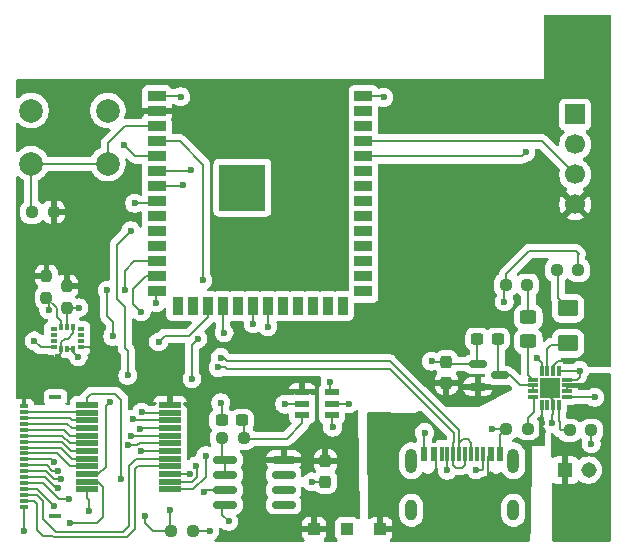
<source format=gbr>
G04 #@! TF.GenerationSoftware,KiCad,Pcbnew,9.0.7*
G04 #@! TF.CreationDate,2026-02-26T12:58:45-06:00*
G04 #@! TF.ProjectId,ImpactInsole_v1,496d7061-6374-4496-9e73-6f6c655f7631,rev?*
G04 #@! TF.SameCoordinates,Original*
G04 #@! TF.FileFunction,Copper,L1,Top*
G04 #@! TF.FilePolarity,Positive*
%FSLAX46Y46*%
G04 Gerber Fmt 4.6, Leading zero omitted, Abs format (unit mm)*
G04 Created by KiCad (PCBNEW 9.0.7) date 2026-02-26 12:58:45*
%MOMM*%
%LPD*%
G01*
G04 APERTURE LIST*
G04 Aperture macros list*
%AMRoundRect*
0 Rectangle with rounded corners*
0 $1 Rounding radius*
0 $2 $3 $4 $5 $6 $7 $8 $9 X,Y pos of 4 corners*
0 Add a 4 corners polygon primitive as box body*
4,1,4,$2,$3,$4,$5,$6,$7,$8,$9,$2,$3,0*
0 Add four circle primitives for the rounded corners*
1,1,$1+$1,$2,$3*
1,1,$1+$1,$4,$5*
1,1,$1+$1,$6,$7*
1,1,$1+$1,$8,$9*
0 Add four rect primitives between the rounded corners*
20,1,$1+$1,$2,$3,$4,$5,0*
20,1,$1+$1,$4,$5,$6,$7,0*
20,1,$1+$1,$6,$7,$8,$9,0*
20,1,$1+$1,$8,$9,$2,$3,0*%
G04 Aperture macros list end*
G04 #@! TA.AperFunction,SMDPad,CuDef*
%ADD10R,1.500000X0.900000*%
G04 #@! TD*
G04 #@! TA.AperFunction,SMDPad,CuDef*
%ADD11R,0.900000X1.500000*%
G04 #@! TD*
G04 #@! TA.AperFunction,HeatsinkPad*
%ADD12C,0.600000*%
G04 #@! TD*
G04 #@! TA.AperFunction,HeatsinkPad*
%ADD13R,3.900000X3.900000*%
G04 #@! TD*
G04 #@! TA.AperFunction,ComponentPad*
%ADD14R,1.000000X1.000000*%
G04 #@! TD*
G04 #@! TA.AperFunction,SMDPad,CuDef*
%ADD15RoundRect,0.237500X-0.250000X-0.237500X0.250000X-0.237500X0.250000X0.237500X-0.250000X0.237500X0*%
G04 #@! TD*
G04 #@! TA.AperFunction,SMDPad,CuDef*
%ADD16RoundRect,0.072500X-0.532500X-0.217500X0.532500X-0.217500X0.532500X0.217500X-0.532500X0.217500X0*%
G04 #@! TD*
G04 #@! TA.AperFunction,ComponentPad*
%ADD17R,1.308000X1.308000*%
G04 #@! TD*
G04 #@! TA.AperFunction,ComponentPad*
%ADD18C,1.308000*%
G04 #@! TD*
G04 #@! TA.AperFunction,SMDPad,CuDef*
%ADD19RoundRect,0.237500X0.300000X0.237500X-0.300000X0.237500X-0.300000X-0.237500X0.300000X-0.237500X0*%
G04 #@! TD*
G04 #@! TA.AperFunction,SMDPad,CuDef*
%ADD20RoundRect,0.150000X-0.587500X-0.150000X0.587500X-0.150000X0.587500X0.150000X-0.587500X0.150000X0*%
G04 #@! TD*
G04 #@! TA.AperFunction,SMDPad,CuDef*
%ADD21R,0.610000X0.350000*%
G04 #@! TD*
G04 #@! TA.AperFunction,SMDPad,CuDef*
%ADD22R,0.350000X0.610000*%
G04 #@! TD*
G04 #@! TA.AperFunction,SMDPad,CuDef*
%ADD23R,0.700000X0.300000*%
G04 #@! TD*
G04 #@! TA.AperFunction,SMDPad,CuDef*
%ADD24R,1.000000X0.300000*%
G04 #@! TD*
G04 #@! TA.AperFunction,ComponentPad*
%ADD25R,1.700000X1.700000*%
G04 #@! TD*
G04 #@! TA.AperFunction,ComponentPad*
%ADD26C,1.700000*%
G04 #@! TD*
G04 #@! TA.AperFunction,SMDPad,CuDef*
%ADD27RoundRect,0.032500X0.397500X0.097500X-0.397500X0.097500X-0.397500X-0.097500X0.397500X-0.097500X0*%
G04 #@! TD*
G04 #@! TA.AperFunction,SMDPad,CuDef*
%ADD28RoundRect,0.032500X0.097500X0.397500X-0.097500X0.397500X-0.097500X-0.397500X0.097500X-0.397500X0*%
G04 #@! TD*
G04 #@! TA.AperFunction,SMDPad,CuDef*
%ADD29R,1.680000X1.680000*%
G04 #@! TD*
G04 #@! TA.AperFunction,ComponentPad*
%ADD30C,0.400000*%
G04 #@! TD*
G04 #@! TA.AperFunction,SMDPad,CuDef*
%ADD31RoundRect,0.237500X0.250000X0.237500X-0.250000X0.237500X-0.250000X-0.237500X0.250000X-0.237500X0*%
G04 #@! TD*
G04 #@! TA.AperFunction,SMDPad,CuDef*
%ADD32RoundRect,0.060000X-0.890000X-0.180000X0.890000X-0.180000X0.890000X0.180000X-0.890000X0.180000X0*%
G04 #@! TD*
G04 #@! TA.AperFunction,SMDPad,CuDef*
%ADD33RoundRect,0.250001X-0.624999X0.462499X-0.624999X-0.462499X0.624999X-0.462499X0.624999X0.462499X0*%
G04 #@! TD*
G04 #@! TA.AperFunction,SMDPad,CuDef*
%ADD34RoundRect,0.237500X-0.237500X0.250000X-0.237500X-0.250000X0.237500X-0.250000X0.237500X0.250000X0*%
G04 #@! TD*
G04 #@! TA.AperFunction,SMDPad,CuDef*
%ADD35R,0.600000X1.240000*%
G04 #@! TD*
G04 #@! TA.AperFunction,SMDPad,CuDef*
%ADD36R,0.300000X1.240000*%
G04 #@! TD*
G04 #@! TA.AperFunction,HeatsinkPad*
%ADD37O,1.000000X2.100000*%
G04 #@! TD*
G04 #@! TA.AperFunction,HeatsinkPad*
%ADD38O,1.000000X1.800000*%
G04 #@! TD*
G04 #@! TA.AperFunction,SMDPad,CuDef*
%ADD39RoundRect,0.250000X-0.450000X0.325000X-0.450000X-0.325000X0.450000X-0.325000X0.450000X0.325000X0*%
G04 #@! TD*
G04 #@! TA.AperFunction,ComponentPad*
%ADD40C,2.000000*%
G04 #@! TD*
G04 #@! TA.AperFunction,SMDPad,CuDef*
%ADD41RoundRect,0.237500X-0.237500X0.300000X-0.237500X-0.300000X0.237500X-0.300000X0.237500X0.300000X0*%
G04 #@! TD*
G04 #@! TA.AperFunction,SMDPad,CuDef*
%ADD42RoundRect,0.237500X0.237500X-0.300000X0.237500X0.300000X-0.237500X0.300000X-0.237500X-0.300000X0*%
G04 #@! TD*
G04 #@! TA.AperFunction,SMDPad,CuDef*
%ADD43RoundRect,0.150000X-0.825000X-0.150000X0.825000X-0.150000X0.825000X0.150000X-0.825000X0.150000X0*%
G04 #@! TD*
G04 #@! TA.AperFunction,ViaPad*
%ADD44C,0.600000*%
G04 #@! TD*
G04 #@! TA.AperFunction,Conductor*
%ADD45C,0.200000*%
G04 #@! TD*
G04 #@! TA.AperFunction,Conductor*
%ADD46C,0.400000*%
G04 #@! TD*
G04 APERTURE END LIST*
D10*
G04 #@! TO.P,U6,1,GND*
G04 #@! TO.N,GND*
X89320000Y-67490000D03*
G04 #@! TO.P,U6,2,3V3*
G04 #@! TO.N,+3V3*
X89320000Y-68760000D03*
G04 #@! TO.P,U6,3,EN*
G04 #@! TO.N,Net-(U6-EN)*
X89320000Y-70030000D03*
G04 #@! TO.P,U6,4,IO4*
G04 #@! TO.N,/MCU/S0*
X89320000Y-71300000D03*
G04 #@! TO.P,U6,5,IO5*
G04 #@! TO.N,/MCU/S1*
X89320000Y-72570000D03*
G04 #@! TO.P,U6,6,IO6*
G04 #@! TO.N,/MCU/S2*
X89320000Y-73840000D03*
G04 #@! TO.P,U6,7,IO7*
G04 #@! TO.N,/MCU/IMU_INT*
X89320000Y-75110000D03*
G04 #@! TO.P,U6,8,IO15*
G04 #@! TO.N,/MCU/S3*
X89320000Y-76380000D03*
G04 #@! TO.P,U6,9,IO16*
G04 #@! TO.N,unconnected-(U6-IO16-Pad9)*
X89320000Y-77650000D03*
G04 #@! TO.P,U6,10,IO17*
G04 #@! TO.N,unconnected-(U6-IO17-Pad10)*
X89320000Y-78920000D03*
G04 #@! TO.P,U6,11,IO18*
G04 #@! TO.N,unconnected-(U6-IO18-Pad11)*
X89320000Y-80190000D03*
G04 #@! TO.P,U6,12,IO8*
G04 #@! TO.N,/MCU/IMU_Data*
X89320000Y-81460000D03*
G04 #@! TO.P,U6,13,USB_D-*
G04 #@! TO.N,/MCU/USB_D_N*
X89320000Y-82730000D03*
G04 #@! TO.P,U6,14,USB_D+*
G04 #@! TO.N,/MCU/USB_D_P*
X89320000Y-84000000D03*
D11*
G04 #@! TO.P,U6,15,IO3*
G04 #@! TO.N,unconnected-(U6-IO3-Pad15)*
X91085000Y-85250000D03*
G04 #@! TO.P,U6,16,IO46*
G04 #@! TO.N,unconnected-(U6-IO46-Pad16)*
X92355000Y-85250000D03*
G04 #@! TO.P,U6,17,IO9*
G04 #@! TO.N,/MCU/IMU_Clk*
X93625000Y-85250000D03*
G04 #@! TO.P,U6,18,IO10*
G04 #@! TO.N,/MCU/ADC_CS*
X94895000Y-85250000D03*
G04 #@! TO.P,U6,19,IO11*
G04 #@! TO.N,unconnected-(U6-IO11-Pad19)*
X96165000Y-85250000D03*
G04 #@! TO.P,U6,20,IO12*
G04 #@! TO.N,/MCU/ADC_CLK*
X97435000Y-85250000D03*
G04 #@! TO.P,U6,21,IO13*
G04 #@! TO.N,/MCU/ADC_SDATA*
X98705000Y-85250000D03*
G04 #@! TO.P,U6,22,IO14*
G04 #@! TO.N,unconnected-(U6-IO14-Pad22)*
X99975000Y-85250000D03*
G04 #@! TO.P,U6,23,IO21*
G04 #@! TO.N,unconnected-(U6-IO21-Pad23)*
X101245000Y-85250000D03*
G04 #@! TO.P,U6,24,IO47*
G04 #@! TO.N,unconnected-(U6-IO47-Pad24)*
X102515000Y-85250000D03*
G04 #@! TO.P,U6,25,IO48*
G04 #@! TO.N,unconnected-(U6-IO48-Pad25)*
X103785000Y-85250000D03*
G04 #@! TO.P,U6,26,IO45*
G04 #@! TO.N,unconnected-(U6-IO45-Pad26)*
X105055000Y-85250000D03*
D10*
G04 #@! TO.P,U6,27,IO0*
G04 #@! TO.N,unconnected-(U6-IO0-Pad27)*
X106820000Y-84000000D03*
G04 #@! TO.P,U6,28,IO35*
G04 #@! TO.N,unconnected-(U6-IO35-Pad28)*
X106820000Y-82730000D03*
G04 #@! TO.P,U6,29,IO36*
G04 #@! TO.N,unconnected-(U6-IO36-Pad29)*
X106820000Y-81460000D03*
G04 #@! TO.P,U6,30,IO37*
G04 #@! TO.N,unconnected-(U6-IO37-Pad30)*
X106820000Y-80190000D03*
G04 #@! TO.P,U6,31,IO38*
G04 #@! TO.N,unconnected-(U6-IO38-Pad31)*
X106820000Y-78920000D03*
G04 #@! TO.P,U6,32,IO39*
G04 #@! TO.N,unconnected-(U6-IO39-Pad32)*
X106820000Y-77650000D03*
G04 #@! TO.P,U6,33,IO40*
G04 #@! TO.N,unconnected-(U6-IO40-Pad33)*
X106820000Y-76380000D03*
G04 #@! TO.P,U6,34,IO41*
G04 #@! TO.N,unconnected-(U6-IO41-Pad34)*
X106820000Y-75110000D03*
G04 #@! TO.P,U6,35,IO42*
G04 #@! TO.N,unconnected-(U6-IO42-Pad35)*
X106820000Y-73840000D03*
G04 #@! TO.P,U6,36,RXD0*
G04 #@! TO.N,/MCU/Rx_D*
X106820000Y-72570000D03*
G04 #@! TO.P,U6,37,TXD0*
G04 #@! TO.N,/MCU/Tx_D*
X106820000Y-71300000D03*
G04 #@! TO.P,U6,38,IO2*
G04 #@! TO.N,unconnected-(U6-IO2-Pad38)*
X106820000Y-70030000D03*
G04 #@! TO.P,U6,39,IO1*
G04 #@! TO.N,unconnected-(U6-IO1-Pad39)*
X106820000Y-68760000D03*
G04 #@! TO.P,U6,40,GND*
G04 #@! TO.N,GND*
X106820000Y-67490000D03*
D12*
G04 #@! TO.P,U6,41,GND*
X95170000Y-74510000D03*
X95170000Y-75910000D03*
X95870000Y-73810000D03*
X95870000Y-75210000D03*
X95870000Y-76610000D03*
X96570000Y-74510000D03*
D13*
X96570000Y-75210000D03*
D12*
X96570000Y-75910000D03*
X97270000Y-73810000D03*
X97270000Y-75210000D03*
X97270000Y-76610000D03*
X97970000Y-74510000D03*
X97970000Y-75910000D03*
G04 #@! TD*
D14*
G04 #@! TO.P,+5V,1,1*
G04 #@! TO.N,/MCU/VDD5V*
X108250000Y-104090000D03*
G04 #@! TD*
G04 #@! TO.P,GND,1,1*
G04 #@! TO.N,GND*
X105445000Y-104090000D03*
G04 #@! TD*
D15*
G04 #@! TO.P,R12,1*
G04 #@! TO.N,Net-(D2-K)*
X123180000Y-82200000D03*
G04 #@! TO.P,R12,2*
G04 #@! TO.N,/MCU/VDD5V*
X125005000Y-82200000D03*
G04 #@! TD*
D16*
G04 #@! TO.P,U2,1,VA*
G04 #@! TO.N,+3V3*
X101645000Y-92550000D03*
G04 #@! TO.P,U2,2,GND*
G04 #@! TO.N,GND*
X101645000Y-93500000D03*
G04 #@! TO.P,U2,3,VIN*
G04 #@! TO.N,Net-(U2-VIN)*
X101645000Y-94450000D03*
G04 #@! TO.P,U2,4,SCLK*
G04 #@! TO.N,/MCU/ADC_CS*
X104155000Y-94450000D03*
G04 #@! TO.P,U2,5,SDATA*
G04 #@! TO.N,/MCU/ADC_SDATA*
X104155000Y-93500000D03*
G04 #@! TO.P,U2,6,~{CS}*
G04 #@! TO.N,/MCU/ADC_CLK*
X104155000Y-92550000D03*
G04 #@! TD*
D17*
G04 #@! TO.P,J2,1,Pin_1*
G04 #@! TO.N,Net-(J2-Pin_1)*
X123880000Y-99127500D03*
D18*
G04 #@! TO.P,J2,2,Pin_2*
G04 #@! TO.N,GND*
X125880000Y-99127500D03*
G04 #@! TD*
D15*
G04 #@! TO.P,R10,1*
G04 #@! TO.N,/MCU/VDD5V*
X118867500Y-83460000D03*
G04 #@! TO.P,R10,2*
G04 #@! TO.N,Net-(D1-K)*
X120692500Y-83460000D03*
G04 #@! TD*
G04 #@! TO.P,R6,1*
G04 #@! TO.N,Net-(U3A--)*
X94845000Y-96450000D03*
G04 #@! TO.P,R6,2*
G04 #@! TO.N,Net-(U2-VIN)*
X96670000Y-96450000D03*
G04 #@! TD*
D19*
G04 #@! TO.P,C9,1*
G04 #@! TO.N,Net-(U5-OUT_10)*
X118182500Y-88042500D03*
G04 #@! TO.P,C9,2*
G04 #@! TO.N,GND*
X116457500Y-88042500D03*
G04 #@! TD*
D20*
G04 #@! TO.P,U7,1,GND*
G04 #@! TO.N,GND*
X116502500Y-90160000D03*
G04 #@! TO.P,U7,2,VO*
G04 #@! TO.N,+3V3*
X116502500Y-92060000D03*
G04 #@! TO.P,U7,3,VI*
G04 #@! TO.N,Net-(U5-OUT_10)*
X118377500Y-91110000D03*
G04 #@! TD*
D21*
G04 #@! TO.P,U4,1,SDO/SA0*
G04 #@! TO.N,unconnected-(U4-SDO{slash}SA0-Pad1)*
X80580000Y-87207500D03*
G04 #@! TO.P,U4,2,SDX*
G04 #@! TO.N,unconnected-(U4-SDX-Pad2)*
X80580000Y-87707500D03*
G04 #@! TO.P,U4,3,SCX*
G04 #@! TO.N,unconnected-(U4-SCX-Pad3)*
X80580000Y-88207500D03*
G04 #@! TO.P,U4,4,INT1*
G04 #@! TO.N,/MCU/IMU_INT*
X80580000Y-88707500D03*
D22*
G04 #@! TO.P,U4,5,VDDIO*
G04 #@! TO.N,+3V3*
X81240000Y-88867500D03*
G04 #@! TO.P,U4,6,GND*
G04 #@! TO.N,GND*
X81740000Y-88867500D03*
G04 #@! TO.P,U4,7,GND*
X82240000Y-88867500D03*
D21*
G04 #@! TO.P,U4,8,VDD*
G04 #@! TO.N,+3V3*
X82900000Y-88707500D03*
G04 #@! TO.P,U4,9,INT2*
G04 #@! TO.N,unconnected-(U4-INT2-Pad9)*
X82900000Y-88207500D03*
G04 #@! TO.P,U4,10,OCS_AUX*
G04 #@! TO.N,unconnected-(U4-OCS_AUX-Pad10)*
X82900000Y-87707500D03*
G04 #@! TO.P,U4,11,SDO_AUX*
G04 #@! TO.N,unconnected-(U4-SDO_AUX-Pad11)*
X82900000Y-87207500D03*
D22*
G04 #@! TO.P,U4,12,CS*
G04 #@! TO.N,+3V3*
X82240000Y-87047500D03*
G04 #@! TO.P,U4,13,SCL*
G04 #@! TO.N,/MCU/IMU_Clk*
X81740000Y-87047500D03*
G04 #@! TO.P,U4,14,SDA*
G04 #@! TO.N,/MCU/IMU_Data*
X81240000Y-87047500D03*
G04 #@! TD*
D14*
G04 #@! TO.P,+3v3,1,1*
G04 #@! TO.N,+3V3*
X102640000Y-104090000D03*
G04 #@! TD*
D23*
G04 #@! TO.P,J1,1,1*
G04 #@! TO.N,GND*
X78090000Y-102220000D03*
G04 #@! TO.P,J1,2,2*
G04 #@! TO.N,/Sensor/sense16*
X78090000Y-101720000D03*
G04 #@! TO.P,J1,3,3*
G04 #@! TO.N,/Sensor/sense15*
X78090000Y-101220000D03*
G04 #@! TO.P,J1,4,4*
G04 #@! TO.N,/Sensor/sense14*
X78090000Y-100720000D03*
G04 #@! TO.P,J1,5,5*
G04 #@! TO.N,/Sensor/sense13*
X78090000Y-100220000D03*
G04 #@! TO.P,J1,6,6*
G04 #@! TO.N,/Sensor/sense12*
X78090000Y-99720000D03*
G04 #@! TO.P,J1,7,7*
G04 #@! TO.N,/Sensor/sense11*
X78090000Y-99220000D03*
G04 #@! TO.P,J1,8,8*
G04 #@! TO.N,/Sensor/sense10*
X78090000Y-98720000D03*
G04 #@! TO.P,J1,9,9*
G04 #@! TO.N,/Sensor/sense9*
X78090000Y-98220000D03*
G04 #@! TO.P,J1,10,10*
G04 #@! TO.N,/Sensor/sense8*
X78090000Y-97720000D03*
G04 #@! TO.P,J1,11,11*
G04 #@! TO.N,/Sensor/sense7*
X78090000Y-97220000D03*
G04 #@! TO.P,J1,12,12*
G04 #@! TO.N,/Sensor/sense6*
X78090000Y-96720000D03*
G04 #@! TO.P,J1,13,13*
G04 #@! TO.N,/Sensor/sense5*
X78090000Y-96220000D03*
G04 #@! TO.P,J1,14,14*
G04 #@! TO.N,/Sensor/sense4*
X78090000Y-95720000D03*
G04 #@! TO.P,J1,15,15*
G04 #@! TO.N,/Sensor/sense3*
X78090000Y-95220000D03*
G04 #@! TO.P,J1,16,16*
G04 #@! TO.N,/Sensor/sense2*
X78090000Y-94720000D03*
G04 #@! TO.P,J1,17,17*
G04 #@! TO.N,/Sensor/sense1*
X78090000Y-94220000D03*
G04 #@! TO.P,J1,18,18*
G04 #@! TO.N,+3V3*
X78090000Y-93720000D03*
D24*
G04 #@! TO.P,J1,SH1*
G04 #@! TO.N,N/C*
X80740000Y-103010000D03*
G04 #@! TO.P,J1,SH2*
X80740000Y-92930000D03*
G04 #@! TD*
D25*
G04 #@! TO.P,J4,1,Pin_1*
G04 #@! TO.N,GND*
X124740000Y-69020000D03*
D26*
G04 #@! TO.P,J4,2,Pin_2*
G04 #@! TO.N,/MCU/Rx_D*
X124740000Y-71560000D03*
G04 #@! TO.P,J4,3,Pin_3*
G04 #@! TO.N,/MCU/Tx_D*
X124740000Y-74100000D03*
G04 #@! TO.P,J4,4,Pin_4*
G04 #@! TO.N,+3V3*
X124740000Y-76640000D03*
G04 #@! TD*
D27*
G04 #@! TO.P,U5,1,TS*
G04 #@! TO.N,Net-(U5-TS)*
X124085000Y-92960000D03*
G04 #@! TO.P,U5,2,BAT_2*
G04 #@! TO.N,Net-(J2-Pin_1)*
X124085000Y-92460000D03*
G04 #@! TO.P,U5,3,BAT_3*
X124085000Y-91960000D03*
G04 #@! TO.P,U5,4,~{CE}*
G04 #@! TO.N,GND*
X124085000Y-91460000D03*
D28*
G04 #@! TO.P,U5,5,EN2*
X123400000Y-90775000D03*
G04 #@! TO.P,U5,6,EN1*
G04 #@! TO.N,+3V3*
X122900000Y-90775000D03*
G04 #@! TO.P,U5,7,~{PGOOD}*
G04 #@! TO.N,Net-(D2-A)*
X122400000Y-90775000D03*
G04 #@! TO.P,U5,8,VSS*
G04 #@! TO.N,GND*
X121900000Y-90775000D03*
D27*
G04 #@! TO.P,U5,9,~{CHG}*
G04 #@! TO.N,Net-(D1-A)*
X121215000Y-91460000D03*
G04 #@! TO.P,U5,10,OUT_10*
G04 #@! TO.N,Net-(U5-OUT_10)*
X121215000Y-91960000D03*
G04 #@! TO.P,U5,11,OUT_11*
X121215000Y-92460000D03*
G04 #@! TO.P,U5,12,ILIM*
G04 #@! TO.N,Net-(U5-ILIM)*
X121215000Y-92960000D03*
D28*
G04 #@! TO.P,U5,13,IN*
G04 #@! TO.N,/MCU/VDD5V*
X121900000Y-93645000D03*
G04 #@! TO.P,U5,14,TMR*
G04 #@! TO.N,unconnected-(U5-TMR-Pad14)*
X122400000Y-93645000D03*
G04 #@! TO.P,U5,15,SYSOFF*
G04 #@! TO.N,GND*
X122900000Y-93645000D03*
G04 #@! TO.P,U5,16,ISET*
G04 #@! TO.N,Net-(U5-ISET)*
X123400000Y-93645000D03*
D29*
G04 #@! TO.P,U5,17,EXP*
G04 #@! TO.N,GND*
X122650000Y-92210000D03*
D30*
G04 #@! TO.P,U5,18*
G04 #@! TO.N,N/C*
X122650000Y-92210000D03*
G04 #@! TO.P,U5,19*
X123230000Y-92790000D03*
G04 #@! TO.P,U5,20*
X122070000Y-92790000D03*
G04 #@! TO.P,U5,21*
X123230000Y-91630000D03*
G04 #@! TO.P,U5,22*
X122070000Y-91630000D03*
G04 #@! TD*
D31*
G04 #@! TO.P,R9,1*
G04 #@! TO.N,GND*
X126102500Y-95770000D03*
G04 #@! TO.P,R9,2*
G04 #@! TO.N,Net-(U5-ISET)*
X124277500Y-95770000D03*
G04 #@! TD*
D32*
G04 #@! TO.P,U1,1,COMMON_I/O*
G04 #@! TO.N,/Sensor/Mux_Out*
X83430000Y-93610000D03*
G04 #@! TO.P,U1,2,I7*
G04 #@! TO.N,/Sensor/sense1*
X83430000Y-94260000D03*
G04 #@! TO.P,U1,3,I6*
G04 #@! TO.N,/Sensor/sense2*
X83430000Y-94910000D03*
G04 #@! TO.P,U1,4,I5*
G04 #@! TO.N,/Sensor/sense3*
X83430000Y-95560000D03*
G04 #@! TO.P,U1,5,I4*
G04 #@! TO.N,/Sensor/sense4*
X83430000Y-96210000D03*
G04 #@! TO.P,U1,6,I3*
G04 #@! TO.N,/Sensor/sense5*
X83430000Y-96860000D03*
G04 #@! TO.P,U1,7,I2*
G04 #@! TO.N,/Sensor/sense6*
X83430000Y-97510000D03*
G04 #@! TO.P,U1,8,I1*
G04 #@! TO.N,/Sensor/sense7*
X83430000Y-98160000D03*
G04 #@! TO.P,U1,9,I0*
G04 #@! TO.N,/Sensor/sense8*
X83430000Y-98810000D03*
G04 #@! TO.P,U1,10,S0*
G04 #@! TO.N,/MCU/S2*
X83430000Y-99460000D03*
G04 #@! TO.P,U1,11,S1*
G04 #@! TO.N,/MCU/S1*
X83430000Y-100110000D03*
G04 #@! TO.P,U1,12,GND*
G04 #@! TO.N,GND*
X83430000Y-100760000D03*
G04 #@! TO.P,U1,13,S3*
G04 #@! TO.N,/MCU/S3*
X90440000Y-100760000D03*
G04 #@! TO.P,U1,14,S2*
G04 #@! TO.N,/MCU/S0*
X90440000Y-100110000D03*
G04 #@! TO.P,U1,15,~{E}*
G04 #@! TO.N,GND*
X90440000Y-99460000D03*
G04 #@! TO.P,U1,16,I15*
G04 #@! TO.N,/Sensor/sense16*
X90440000Y-98810000D03*
G04 #@! TO.P,U1,17,I14*
G04 #@! TO.N,/Sensor/sense15*
X90440000Y-98160000D03*
G04 #@! TO.P,U1,18,I13*
G04 #@! TO.N,/Sensor/sense14*
X90440000Y-97510000D03*
G04 #@! TO.P,U1,19,I12*
G04 #@! TO.N,/Sensor/sense13*
X90440000Y-96860000D03*
G04 #@! TO.P,U1,20,I11*
G04 #@! TO.N,/Sensor/sense12*
X90440000Y-96210000D03*
G04 #@! TO.P,U1,21,I10*
G04 #@! TO.N,/Sensor/sense11*
X90440000Y-95560000D03*
G04 #@! TO.P,U1,22,I9*
G04 #@! TO.N,/Sensor/sense10*
X90440000Y-94910000D03*
G04 #@! TO.P,U1,23,I8*
G04 #@! TO.N,/Sensor/sense9*
X90440000Y-94260000D03*
G04 #@! TO.P,U1,24,VCC*
G04 #@! TO.N,+3V3*
X90440000Y-93610000D03*
G04 #@! TD*
D33*
G04 #@! TO.P,D2,1,K*
G04 #@! TO.N,Net-(D2-K)*
X124140000Y-85422500D03*
G04 #@! TO.P,D2,2,A*
G04 #@! TO.N,Net-(D2-A)*
X124140000Y-88397500D03*
G04 #@! TD*
D34*
G04 #@! TO.P,R1,1*
G04 #@! TO.N,+3V3*
X79980000Y-82697500D03*
G04 #@! TO.P,R1,2*
G04 #@! TO.N,/MCU/IMU_Data*
X79980000Y-84522500D03*
G04 #@! TD*
D19*
G04 #@! TO.P,C5,1*
G04 #@! TO.N,Net-(U2-VIN)*
X96532500Y-94920000D03*
G04 #@! TO.P,C5,2*
G04 #@! TO.N,GND*
X94807500Y-94920000D03*
G04 #@! TD*
D35*
G04 #@! TO.P,J3,A1,GND*
G04 #@! TO.N,GND*
X111980000Y-97730000D03*
G04 #@! TO.P,J3,A4,VBUS*
G04 #@! TO.N,/MCU/VDD5V*
X112780000Y-97730000D03*
D36*
G04 #@! TO.P,J3,A5,CC1*
G04 #@! TO.N,Net-(J3-CC1)*
X113930000Y-97730000D03*
G04 #@! TO.P,J3,A6,D+*
G04 #@! TO.N,/MCU/USB_D_P*
X114930000Y-97730000D03*
G04 #@! TO.P,J3,A7,D-*
G04 #@! TO.N,/MCU/USB_D_N*
X115430000Y-97730000D03*
G04 #@! TO.P,J3,A8,SBU1*
G04 #@! TO.N,unconnected-(J3-SBU1-PadA8)*
X116430000Y-97730000D03*
D35*
G04 #@! TO.P,J3,A9,VBUS*
G04 #@! TO.N,/MCU/VDD5V*
X117580000Y-97730000D03*
G04 #@! TO.P,J3,A12,GND*
G04 #@! TO.N,GND*
X118380000Y-97730000D03*
G04 #@! TO.P,J3,B1,GND*
X118380000Y-97730000D03*
G04 #@! TO.P,J3,B4,VBUS*
G04 #@! TO.N,/MCU/VDD5V*
X117580000Y-97730000D03*
D36*
G04 #@! TO.P,J3,B5,CC2*
G04 #@! TO.N,Net-(J3-CC2)*
X116930000Y-97730000D03*
G04 #@! TO.P,J3,B6,D+*
G04 #@! TO.N,/MCU/USB_D_P*
X115930000Y-97730000D03*
G04 #@! TO.P,J3,B7,D-*
G04 #@! TO.N,/MCU/USB_D_N*
X114430000Y-97730000D03*
G04 #@! TO.P,J3,B8,SBU2*
G04 #@! TO.N,unconnected-(J3-SBU2-PadB8)*
X113430000Y-97730000D03*
D35*
G04 #@! TO.P,J3,B9,VBUS*
G04 #@! TO.N,/MCU/VDD5V*
X112780000Y-97730000D03*
G04 #@! TO.P,J3,B12,GND*
G04 #@! TO.N,GND*
X111980000Y-97730000D03*
D37*
G04 #@! TO.P,J3,S1,SHIELD*
G04 #@! TO.N,unconnected-(J3-SHIELD-PadS1)*
X110860000Y-98330000D03*
D38*
G04 #@! TO.N,unconnected-(J3-SHIELD-PadS1)_3*
X110860000Y-102530000D03*
D37*
G04 #@! TO.N,unconnected-(J3-SHIELD-PadS1)_2*
X119500000Y-98330000D03*
D38*
G04 #@! TO.N,unconnected-(J3-SHIELD-PadS1)_1*
X119500000Y-102530000D03*
G04 #@! TD*
D39*
G04 #@! TO.P,D1,1,K*
G04 #@! TO.N,Net-(D1-K)*
X120780000Y-86185000D03*
G04 #@! TO.P,D1,2,A*
G04 #@! TO.N,Net-(D1-A)*
X120780000Y-88235000D03*
G04 #@! TD*
D40*
G04 #@! TO.P,SW1,1,1*
G04 #@! TO.N,GND*
X78680000Y-68690000D03*
X85180000Y-68690000D03*
G04 #@! TO.P,SW1,2,2*
G04 #@! TO.N,Net-(U6-EN)*
X78680000Y-73190000D03*
X85180000Y-73190000D03*
G04 #@! TD*
D31*
G04 #@! TO.P,R11,1*
G04 #@! TO.N,+3V3*
X80582500Y-77280000D03*
G04 #@! TO.P,R11,2*
G04 #@! TO.N,Net-(U6-EN)*
X78757500Y-77280000D03*
G04 #@! TD*
D41*
G04 #@! TO.P,C4,1*
G04 #@! TO.N,+3V3*
X103600000Y-98385000D03*
G04 #@! TO.P,C4,2*
G04 #@! TO.N,GND*
X103600000Y-100110000D03*
G04 #@! TD*
D15*
G04 #@! TO.P,R8,1*
G04 #@! TO.N,GND*
X118907500Y-95620000D03*
G04 #@! TO.P,R8,2*
G04 #@! TO.N,Net-(U5-ILIM)*
X120732500Y-95620000D03*
G04 #@! TD*
D42*
G04 #@! TO.P,C10,1*
G04 #@! TO.N,+3V3*
X113840000Y-91732500D03*
G04 #@! TO.P,C10,2*
G04 #@! TO.N,GND*
X113840000Y-90007500D03*
G04 #@! TD*
D34*
G04 #@! TO.P,R2,1*
G04 #@! TO.N,+3V3*
X81702500Y-83562500D03*
G04 #@! TO.P,R2,2*
G04 #@! TO.N,/MCU/IMU_Clk*
X81702500Y-85387500D03*
G04 #@! TD*
D43*
G04 #@! TO.P,U3,1*
G04 #@! TO.N,Net-(U3A--)*
X95115000Y-98255000D03*
G04 #@! TO.P,U3,2,-*
X95115000Y-99525000D03*
G04 #@! TO.P,U3,3,+*
G04 #@! TO.N,/Sensor/Mux_Out*
X95115000Y-100795000D03*
G04 #@! TO.P,U3,4,V-*
G04 #@! TO.N,GND*
X95115000Y-102065000D03*
G04 #@! TO.P,U3,5*
G04 #@! TO.N,N/C*
X100065000Y-102065000D03*
G04 #@! TO.P,U3,6*
X100065000Y-100795000D03*
G04 #@! TO.P,U3,7*
X100065000Y-99525000D03*
G04 #@! TO.P,U3,8,V+*
G04 #@! TO.N,+3V3*
X100065000Y-98255000D03*
G04 #@! TD*
D15*
G04 #@! TO.P,R5,1*
G04 #@! TO.N,/Sensor/Mux_Out*
X90550000Y-104300000D03*
G04 #@! TO.P,R5,2*
G04 #@! TO.N,GND*
X92375000Y-104300000D03*
G04 #@! TD*
D44*
G04 #@! TO.N,/MCU/VDD5V*
X121960000Y-95130000D03*
X118750000Y-84890000D03*
G04 #@! TO.N,/Sensor/sense13*
X81860000Y-101590000D03*
X86910000Y-97040000D03*
G04 #@! TO.N,/Sensor/sense11*
X81224423Y-99907820D03*
X87920000Y-95620000D03*
G04 #@! TO.N,/Sensor/sense14*
X80620000Y-102160000D03*
X88017675Y-97535960D03*
G04 #@! TO.N,/Sensor/sense9*
X88050000Y-94230000D03*
X80590000Y-98440000D03*
G04 #@! TO.N,/Sensor/sense10*
X87300000Y-94830000D03*
X80932471Y-99162993D03*
G04 #@! TO.N,/Sensor/sense12*
X87130000Y-96270000D03*
X80946978Y-100658172D03*
G04 #@! TO.N,Net-(J2-Pin_1)*
X125530000Y-92030000D03*
G04 #@! TO.N,/MCU/USB_D_N*
X88009479Y-85740521D03*
X94510000Y-90440000D03*
G04 #@! TO.N,Net-(J3-CC1)*
X113910000Y-99150000D03*
G04 #@! TO.N,/MCU/USB_D_P*
X89260000Y-84940000D03*
X94720000Y-89600000D03*
G04 #@! TO.N,Net-(J3-CC2)*
X116340000Y-99090000D03*
G04 #@! TO.N,/MCU/IMU_Data*
X86620000Y-83850000D03*
X80160000Y-85540000D03*
G04 #@! TO.N,/MCU/IMU_Clk*
X82710000Y-85387500D03*
X89470000Y-88280000D03*
G04 #@! TO.N,/Sensor/Mux_Out*
X90470000Y-102520000D03*
X88330000Y-103030000D03*
X86310000Y-99880000D03*
X93290000Y-100960000D03*
G04 #@! TO.N,Net-(U5-TS)*
X126400000Y-92960000D03*
G04 #@! TO.N,+3V3*
X124000000Y-89930000D03*
X85710000Y-89210000D03*
X84410000Y-89020000D03*
X78310000Y-91790000D03*
X80935000Y-89527500D03*
X87995000Y-69020000D03*
X79490000Y-91210000D03*
G04 #@! TO.N,/MCU/S3*
X87460000Y-76530000D03*
X85590000Y-87800000D03*
X93470000Y-97920000D03*
X85130000Y-83920000D03*
G04 #@! TO.N,/MCU/S2*
X92230000Y-73720000D03*
X86870000Y-91100000D03*
X85350000Y-93380000D03*
X87110000Y-78870000D03*
G04 #@! TO.N,/MCU/S0*
X92300000Y-91400000D03*
X92810000Y-88020000D03*
X93230000Y-83050000D03*
X92680000Y-98760000D03*
G04 #@! TO.N,/MCU/ADC_CLK*
X97490000Y-86760000D03*
X104010000Y-91660000D03*
G04 #@! TO.N,GND*
X94730000Y-93420000D03*
X126110000Y-96910000D03*
X111990000Y-95950000D03*
X83580000Y-102620000D03*
X91340000Y-67520000D03*
X100150000Y-93540000D03*
X92100000Y-99470000D03*
X121520000Y-89640000D03*
X102430000Y-100130000D03*
X95400000Y-103470000D03*
X82660000Y-89527500D03*
X108530000Y-67580000D03*
X117670000Y-95630000D03*
X93820000Y-104280000D03*
X78090000Y-104250000D03*
X122810000Y-95140000D03*
X125140000Y-90700000D03*
X112580000Y-89910000D03*
G04 #@! TO.N,/MCU/ADC_CS*
X95020000Y-87480000D03*
X104200000Y-95490000D03*
G04 #@! TO.N,/MCU/ADC_SDATA*
X105590000Y-93490000D03*
X98720000Y-86990000D03*
G04 #@! TO.N,/MCU/IMU_INT*
X91520000Y-74950000D03*
X78960000Y-88190000D03*
G04 #@! TO.N,/MCU/S1*
X86520000Y-71580000D03*
X81970000Y-103620000D03*
G04 #@! TO.N,/MCU/Rx_D*
X120550000Y-72220000D03*
G04 #@! TD*
D45*
G04 #@! TO.N,Net-(U2-VIN)*
X100340000Y-96470000D02*
X101645000Y-95165000D01*
X96670000Y-95057500D02*
X96532500Y-94920000D01*
X101645000Y-95165000D02*
X101645000Y-94450000D01*
X96670000Y-96450000D02*
X96670000Y-95057500D01*
X96670000Y-96450000D02*
X96690000Y-96470000D01*
X96690000Y-96470000D02*
X100340000Y-96470000D01*
G04 #@! TO.N,/MCU/VDD5V*
X118867500Y-83460000D02*
X118867500Y-82562500D01*
X121960000Y-93705000D02*
X121900000Y-93645000D01*
X112966000Y-97916000D02*
X112780000Y-97730000D01*
X118867500Y-82562500D02*
X120870000Y-80560000D01*
X118750000Y-83577500D02*
X118867500Y-83460000D01*
X121960000Y-95130000D02*
X121960000Y-93705000D01*
X125040000Y-80810000D02*
X125005000Y-80845000D01*
X112966000Y-99816000D02*
X112966000Y-97916000D01*
X117580000Y-97730000D02*
X117394000Y-97916000D01*
X117150000Y-100460000D02*
X113610000Y-100460000D01*
X113610000Y-100460000D02*
X112966000Y-99816000D01*
X120870000Y-80560000D02*
X124790000Y-80560000D01*
X125005000Y-80845000D02*
X125005000Y-82200000D01*
X124790000Y-80560000D02*
X125040000Y-80810000D01*
X118750000Y-84890000D02*
X118750000Y-83577500D01*
X117394000Y-100216000D02*
X117150000Y-100460000D01*
X117394000Y-97916000D02*
X117394000Y-100216000D01*
G04 #@! TO.N,Net-(U5-OUT_10)*
X120060000Y-91960000D02*
X121215000Y-91960000D01*
X118182500Y-88042500D02*
X118182500Y-90915000D01*
X118377500Y-91110000D02*
X119210000Y-91110000D01*
X119210000Y-91110000D02*
X120060000Y-91960000D01*
X118182500Y-90915000D02*
X118377500Y-91110000D01*
X121215000Y-92460000D02*
X121215000Y-91960000D01*
G04 #@! TO.N,/Sensor/sense8*
X78090000Y-97720000D02*
X80880000Y-97720000D01*
X80880000Y-97720000D02*
X81970000Y-98810000D01*
X81970000Y-98810000D02*
X83430000Y-98810000D01*
G04 #@! TO.N,/Sensor/sense16*
X80592900Y-104790000D02*
X86780000Y-104790000D01*
X78090000Y-101720000D02*
X78890000Y-101720000D01*
X87690000Y-98810000D02*
X90440000Y-98810000D01*
X80472900Y-104670000D02*
X80592900Y-104790000D01*
X79210000Y-104180000D02*
X79700000Y-104670000D01*
X79700000Y-104670000D02*
X80472900Y-104670000D01*
X87480000Y-99020000D02*
X87690000Y-98810000D01*
X87480000Y-104090000D02*
X86780000Y-104790000D01*
X87480000Y-104090000D02*
X87480000Y-99020000D01*
X79210000Y-102040000D02*
X79210000Y-104180000D01*
X78890000Y-101720000D02*
X79210000Y-102040000D01*
G04 #@! TO.N,/Sensor/sense5*
X81960000Y-96860000D02*
X83430000Y-96860000D01*
X78090000Y-96220000D02*
X81320000Y-96220000D01*
X81320000Y-96220000D02*
X81960000Y-96860000D01*
G04 #@! TO.N,/Sensor/sense3*
X82100000Y-95560000D02*
X83430000Y-95560000D01*
X81760000Y-95220000D02*
X82100000Y-95560000D01*
X78090000Y-95220000D02*
X81760000Y-95220000D01*
G04 #@! TO.N,/Sensor/sense7*
X82125800Y-98160000D02*
X83430000Y-98160000D01*
X78090000Y-97220000D02*
X81185800Y-97220000D01*
X81185800Y-97220000D02*
X82125800Y-98160000D01*
G04 #@! TO.N,/Sensor/sense13*
X87680000Y-97040000D02*
X87860000Y-96860000D01*
X86910000Y-97040000D02*
X87680000Y-97040000D01*
X81028863Y-101590000D02*
X81860000Y-101590000D01*
X79658863Y-100220000D02*
X81028863Y-101590000D01*
X87860000Y-96860000D02*
X90440000Y-96860000D01*
X78090000Y-100220000D02*
X79658863Y-100220000D01*
G04 #@! TO.N,/Sensor/sense2*
X81990000Y-94720000D02*
X82180000Y-94910000D01*
X78090000Y-94720000D02*
X81990000Y-94720000D01*
X82180000Y-94910000D02*
X83430000Y-94910000D01*
G04 #@! TO.N,/Sensor/sense11*
X78090000Y-99220000D02*
X79952957Y-99220000D01*
X79952957Y-99220000D02*
X80640777Y-99907820D01*
X87920000Y-95620000D02*
X87980000Y-95560000D01*
X80640777Y-99907820D02*
X81224423Y-99907820D01*
X87980000Y-95560000D02*
X90440000Y-95560000D01*
G04 #@! TO.N,/Sensor/sense14*
X88017675Y-97535960D02*
X88043635Y-97510000D01*
X80620000Y-102132900D02*
X79207100Y-100720000D01*
X80620000Y-102160000D02*
X80620000Y-102132900D01*
X88043635Y-97510000D02*
X90440000Y-97510000D01*
X79207100Y-100720000D02*
X78090000Y-100720000D01*
G04 #@! TO.N,/Sensor/sense15*
X80759000Y-104389000D02*
X86471000Y-104389000D01*
X79670000Y-103300000D02*
X80759000Y-104389000D01*
X86471000Y-104389000D02*
X86970000Y-103890000D01*
X78090000Y-101220000D02*
X79140000Y-101220000D01*
X79140000Y-101220000D02*
X79670000Y-101750000D01*
X86970000Y-103890000D02*
X86970000Y-98770000D01*
X86970000Y-98770000D02*
X87580000Y-98160000D01*
X79670000Y-101750000D02*
X79670000Y-103300000D01*
X87580000Y-98160000D02*
X90440000Y-98160000D01*
G04 #@! TO.N,/Sensor/sense4*
X81490000Y-95720000D02*
X81980000Y-96210000D01*
X78090000Y-95720000D02*
X81490000Y-95720000D01*
X81980000Y-96210000D02*
X83430000Y-96210000D01*
G04 #@! TO.N,/Sensor/sense9*
X78090000Y-98220000D02*
X80370000Y-98220000D01*
X88080000Y-94260000D02*
X90440000Y-94260000D01*
X80370000Y-98220000D02*
X80590000Y-98440000D01*
X88050000Y-94230000D02*
X88080000Y-94260000D01*
G04 #@! TO.N,/Sensor/sense6*
X82042900Y-97510000D02*
X81252900Y-96720000D01*
X81252900Y-96720000D02*
X78090000Y-96720000D01*
X83430000Y-97510000D02*
X82042900Y-97510000D01*
G04 #@! TO.N,/Sensor/sense10*
X78090000Y-98720000D02*
X80020057Y-98720000D01*
X80020057Y-98720000D02*
X80463050Y-99162993D01*
X80463050Y-99162993D02*
X80932471Y-99162993D01*
X87380000Y-94910000D02*
X90440000Y-94910000D01*
X87300000Y-94830000D02*
X87380000Y-94910000D01*
G04 #@! TO.N,/Sensor/sense1*
X78090000Y-94220000D02*
X83390000Y-94220000D01*
X83390000Y-94220000D02*
X83430000Y-94260000D01*
G04 #@! TO.N,/Sensor/sense12*
X78090000Y-99720000D02*
X79885857Y-99720000D01*
X79885857Y-99720000D02*
X80824029Y-100658172D01*
X90380000Y-96270000D02*
X90440000Y-96210000D01*
X87130000Y-96270000D02*
X90380000Y-96270000D01*
D46*
G04 #@! TO.N,Net-(J2-Pin_1)*
X124085000Y-91960000D02*
X125460000Y-91960000D01*
D45*
X125460000Y-91960000D02*
X125530000Y-92030000D01*
X124085000Y-91960000D02*
X124085000Y-92460000D01*
G04 #@! TO.N,/MCU/USB_D_N*
X114430000Y-98680000D02*
X114690000Y-98940000D01*
X95293716Y-90600000D02*
X109101802Y-90600000D01*
X115430000Y-98660000D02*
X115430000Y-97730000D01*
X114690000Y-98940000D02*
X115150000Y-98940000D01*
X114455000Y-95953198D02*
X114455000Y-96774999D01*
X114455000Y-96774999D02*
X114430000Y-96799999D01*
X95133716Y-90440000D02*
X95293716Y-90600000D01*
X87300000Y-85031042D02*
X88009479Y-85740521D01*
X109101802Y-90600000D02*
X114455000Y-95953198D01*
X115150000Y-98940000D02*
X115430000Y-98660000D01*
X88370000Y-82730000D02*
X87300000Y-83800000D01*
X94510000Y-90440000D02*
X95133716Y-90440000D01*
X89320000Y-82730000D02*
X88370000Y-82730000D01*
X87300000Y-83800000D02*
X87300000Y-85031042D01*
X114430000Y-97730000D02*
X114430000Y-98680000D01*
X114430000Y-96799999D02*
X114430000Y-97730000D01*
G04 #@! TO.N,Net-(J3-CC1)*
X113930000Y-99130000D02*
X113910000Y-99150000D01*
X113930000Y-97730000D02*
X113930000Y-99130000D01*
G04 #@! TO.N,/MCU/USB_D_P*
X94982402Y-89600000D02*
X95282402Y-89900000D01*
X114930000Y-96799999D02*
X114930000Y-97730000D01*
X109038198Y-89900000D02*
X114905000Y-95766802D01*
X115258000Y-96530000D02*
X115650000Y-96530000D01*
X114930000Y-97730000D02*
X114930000Y-96858000D01*
X114905000Y-96774999D02*
X114930000Y-96799999D01*
X114905000Y-95766802D02*
X114905000Y-96774999D01*
X115930000Y-96810000D02*
X115930000Y-97730000D01*
X114930000Y-96858000D02*
X115258000Y-96530000D01*
X89260000Y-84940000D02*
X89260000Y-84060000D01*
X89260000Y-84060000D02*
X89320000Y-84000000D01*
X94720000Y-89600000D02*
X94982402Y-89600000D01*
X95282402Y-89900000D02*
X109038198Y-89900000D01*
X115650000Y-96530000D02*
X115930000Y-96810000D01*
G04 #@! TO.N,Net-(J3-CC2)*
X116340000Y-99090000D02*
X116880000Y-99090000D01*
X116930000Y-99040000D02*
X116930000Y-97730000D01*
X116880000Y-99090000D02*
X116930000Y-99040000D01*
G04 #@! TO.N,/MCU/IMU_Data*
X86610000Y-83840000D02*
X86610000Y-82241000D01*
X81240000Y-86542500D02*
X81240000Y-87047500D01*
X80160000Y-85540000D02*
X80160000Y-84702500D01*
X80842500Y-85385000D02*
X80842500Y-86145000D01*
X87391000Y-81460000D02*
X89320000Y-81460000D01*
X86620000Y-83850000D02*
X86610000Y-83840000D01*
X80160000Y-84702500D02*
X79980000Y-84522500D01*
X79980000Y-84522500D02*
X80842500Y-85385000D01*
X80842500Y-86145000D02*
X81240000Y-86542500D01*
X86610000Y-82241000D02*
X87391000Y-81460000D01*
G04 #@! TO.N,/MCU/IMU_Clk*
X90000000Y-87750000D02*
X92080000Y-87750000D01*
X81740000Y-87047500D02*
X81740000Y-85425000D01*
X89470000Y-88280000D02*
X90000000Y-87750000D01*
X93625000Y-86205000D02*
X93625000Y-85250000D01*
X82710000Y-85387500D02*
X81702500Y-85387500D01*
X81740000Y-85425000D02*
X81702500Y-85387500D01*
X92080000Y-87750000D02*
X93625000Y-86205000D01*
G04 #@! TO.N,/Sensor/Mux_Out*
X86310000Y-99190000D02*
X86300000Y-99180000D01*
X90470000Y-102520000D02*
X90470000Y-104220000D01*
X85810000Y-92690000D02*
X83750000Y-92690000D01*
X89000000Y-104300000D02*
X90550000Y-104300000D01*
X93445000Y-100805000D02*
X93290000Y-100960000D01*
X95105000Y-100805000D02*
X93445000Y-100805000D01*
X86300000Y-93180000D02*
X85810000Y-92690000D01*
X83430000Y-93010000D02*
X83430000Y-93610000D01*
X83750000Y-92690000D02*
X83430000Y-93010000D01*
X95115000Y-100795000D02*
X95105000Y-100805000D01*
X86300000Y-99180000D02*
X86300000Y-93180000D01*
X88330000Y-103630000D02*
X89000000Y-104300000D01*
X86310000Y-99880000D02*
X86310000Y-99190000D01*
X90470000Y-104220000D02*
X90550000Y-104300000D01*
X88330000Y-103030000D02*
X88330000Y-103630000D01*
G04 #@! TO.N,Net-(U3A--)*
X95115000Y-99525000D02*
X95115000Y-98255000D01*
X94845000Y-97985000D02*
X95115000Y-98255000D01*
X95115000Y-98255000D02*
X94825000Y-97965000D01*
X94845000Y-96450000D02*
X94845000Y-97985000D01*
G04 #@! TO.N,Net-(U5-TS)*
X124085000Y-92960000D02*
X126400000Y-92960000D01*
G04 #@! TO.N,Net-(U5-ISET)*
X123427500Y-95680000D02*
X123517500Y-95770000D01*
X123400000Y-95012500D02*
X123427500Y-95040000D01*
X123427500Y-95040000D02*
X123427500Y-95680000D01*
X123400000Y-93645000D02*
X123400000Y-95012500D01*
X123517500Y-95770000D02*
X124277500Y-95770000D01*
G04 #@! TO.N,+3V3*
X78090000Y-92010000D02*
X78310000Y-91790000D01*
X81240000Y-89222500D02*
X80935000Y-89527500D01*
X82240000Y-87560000D02*
X82240000Y-87047500D01*
X89320000Y-68760000D02*
X88255000Y-68760000D01*
X84097500Y-88707500D02*
X84410000Y-89020000D01*
X81240000Y-88285500D02*
X81535500Y-87990000D01*
X122900000Y-90307458D02*
X123277458Y-89930000D01*
X122900000Y-90775000D02*
X122900000Y-90307458D01*
X82900000Y-88707500D02*
X84097500Y-88707500D01*
X78090000Y-93720000D02*
X78090000Y-92010000D01*
X81535500Y-87990000D02*
X81810000Y-87990000D01*
X88255000Y-68760000D02*
X87995000Y-69020000D01*
X81810000Y-87990000D02*
X82240000Y-87560000D01*
X123277458Y-89930000D02*
X124000000Y-89930000D01*
X81240000Y-88867500D02*
X81240000Y-88285500D01*
X81240000Y-88867500D02*
X81240000Y-89222500D01*
G04 #@! TO.N,Net-(D1-K)*
X120780000Y-86185000D02*
X120790000Y-86175000D01*
X120790000Y-83557500D02*
X120692500Y-83460000D01*
X120790000Y-86175000D02*
X120790000Y-83557500D01*
G04 #@! TO.N,Net-(D1-A)*
X120780000Y-88535000D02*
X120780000Y-88235000D01*
X121215000Y-91460000D02*
X120790000Y-91035000D01*
X120790000Y-88545000D02*
X120780000Y-88535000D01*
X120790000Y-91035000D02*
X120790000Y-88545000D01*
G04 #@! TO.N,Net-(D2-A)*
X122735000Y-88545000D02*
X123992500Y-88545000D01*
X122400000Y-88880000D02*
X122735000Y-88545000D01*
X122400000Y-90775000D02*
X122400000Y-88880000D01*
X123992500Y-88545000D02*
X124140000Y-88397500D01*
G04 #@! TO.N,/MCU/S3*
X92410000Y-100760000D02*
X93470000Y-99700000D01*
X93470000Y-99700000D02*
X93470000Y-97920000D01*
X85130000Y-86100000D02*
X85590000Y-86560000D01*
X85590000Y-87800000D02*
X85590000Y-86560000D01*
X89170000Y-76530000D02*
X89320000Y-76380000D01*
X87460000Y-76530000D02*
X89170000Y-76530000D01*
X85130000Y-83920000D02*
X85130000Y-86100000D01*
X90440000Y-100760000D02*
X92410000Y-100760000D01*
G04 #@! TO.N,/MCU/S2*
X84379999Y-99460000D02*
X83430000Y-99460000D01*
X86870000Y-91100000D02*
X86870000Y-89030000D01*
X85000000Y-93730000D02*
X85000000Y-98839999D01*
X86600000Y-88760000D02*
X86600000Y-85300000D01*
X86870000Y-89030000D02*
X86600000Y-88760000D01*
X92230000Y-73720000D02*
X92110000Y-73840000D01*
X85931000Y-84631000D02*
X85931000Y-80049000D01*
X85350000Y-93380000D02*
X85000000Y-93730000D01*
X85931000Y-80049000D02*
X87110000Y-78870000D01*
X85000000Y-98839999D02*
X84379999Y-99460000D01*
X86600000Y-85300000D02*
X85931000Y-84631000D01*
X92110000Y-73840000D02*
X89320000Y-73840000D01*
G04 #@! TO.N,/MCU/S0*
X92700597Y-98780597D02*
X92700597Y-99719346D01*
X92680000Y-98760000D02*
X92700597Y-98780597D01*
X92700597Y-99719346D02*
X92309943Y-100110000D01*
X92300000Y-91400000D02*
X92300000Y-88530000D01*
X92309943Y-100110000D02*
X90440000Y-100110000D01*
X91270000Y-71300000D02*
X89320000Y-71300000D01*
X92300000Y-88530000D02*
X92810000Y-88020000D01*
X93230000Y-83050000D02*
X93230000Y-73260000D01*
X93230000Y-73260000D02*
X91270000Y-71300000D01*
G04 #@! TO.N,/MCU/ADC_CLK*
X97435000Y-85250000D02*
X97435000Y-86705000D01*
X104010000Y-91660000D02*
X104010000Y-92405000D01*
X97435000Y-86705000D02*
X97490000Y-86760000D01*
X104010000Y-92405000D02*
X104155000Y-92550000D01*
G04 #@! TO.N,GND*
X90440000Y-99460000D02*
X92090000Y-99460000D01*
X92375000Y-104300000D02*
X93800000Y-104300000D01*
X82240000Y-88867500D02*
X82240000Y-89107500D01*
X126102500Y-96902500D02*
X126110000Y-96910000D01*
X116457500Y-89857500D02*
X116457500Y-88042500D01*
X95115000Y-102065000D02*
X94825000Y-102355000D01*
X112677500Y-90007500D02*
X112580000Y-89910000D01*
X116502500Y-89902500D02*
X116457500Y-89857500D01*
X116502500Y-90160000D02*
X113992500Y-90160000D01*
X117680000Y-95620000D02*
X117670000Y-95630000D01*
X101645000Y-93500000D02*
X100190000Y-93500000D01*
X123400000Y-90775000D02*
X125065000Y-90775000D01*
X78090000Y-102220000D02*
X78090000Y-104250000D01*
X111980000Y-97730000D02*
X111980000Y-95960000D01*
X126102500Y-95770000D02*
X126102500Y-96902500D01*
X108440000Y-67490000D02*
X108530000Y-67580000D01*
X111980000Y-95960000D02*
X111990000Y-95950000D01*
X122900000Y-94388565D02*
X122900000Y-93645000D01*
X83580000Y-102620000D02*
X83580000Y-101640000D01*
X122900000Y-93645000D02*
X122900000Y-93168521D01*
X121900000Y-90775000D02*
X121900000Y-90020000D01*
X93800000Y-104300000D02*
X93820000Y-104280000D01*
X125140000Y-91220000D02*
X125140000Y-90700000D01*
X118907500Y-95620000D02*
X118340000Y-96187500D01*
X121900000Y-90020000D02*
X121520000Y-89640000D01*
X113840000Y-90007500D02*
X112677500Y-90007500D01*
X124900000Y-91460000D02*
X125140000Y-91220000D01*
X94825000Y-102355000D02*
X94825000Y-102895000D01*
X122810000Y-94478565D02*
X122900000Y-94388565D01*
X91310000Y-67490000D02*
X91340000Y-67520000D01*
X125065000Y-90775000D02*
X125140000Y-90700000D01*
X118340000Y-97690000D02*
X118380000Y-97730000D01*
X89320000Y-67490000D02*
X91310000Y-67490000D01*
X122810000Y-95140000D02*
X122810000Y-94478565D01*
X100190000Y-93500000D02*
X100150000Y-93540000D01*
X102450000Y-100110000D02*
X102430000Y-100130000D01*
X81740000Y-88867500D02*
X82240000Y-88867500D01*
X94730000Y-93420000D02*
X94807500Y-93497500D01*
X122729000Y-92927458D02*
X122650000Y-92927458D01*
X124085000Y-91460000D02*
X124900000Y-91460000D01*
X116502500Y-90160000D02*
X116502500Y-89902500D01*
X122900000Y-93168521D02*
X122729000Y-92997521D01*
X103600000Y-100110000D02*
X102450000Y-100110000D01*
X118340000Y-96187500D02*
X118340000Y-97690000D01*
X113992500Y-90160000D02*
X113840000Y-90007500D01*
X83430000Y-101490000D02*
X83430000Y-100760000D01*
X94825000Y-102895000D02*
X95400000Y-103470000D01*
X122729000Y-92997521D02*
X122729000Y-92927458D01*
X83580000Y-101640000D02*
X83430000Y-101490000D01*
X118907500Y-95620000D02*
X117680000Y-95620000D01*
X92090000Y-99460000D02*
X92100000Y-99470000D01*
X94807500Y-93497500D02*
X94807500Y-94920000D01*
X82240000Y-89107500D02*
X82660000Y-89527500D01*
X106820000Y-67490000D02*
X108440000Y-67490000D01*
G04 #@! TO.N,/MCU/ADC_CS*
X104155000Y-94450000D02*
X104155000Y-95445000D01*
X95020000Y-87480000D02*
X94895000Y-87355000D01*
X104155000Y-95445000D02*
X104200000Y-95490000D01*
X94895000Y-87355000D02*
X94895000Y-85250000D01*
G04 #@! TO.N,/MCU/ADC_SDATA*
X98720000Y-86990000D02*
X98720000Y-85265000D01*
X104155000Y-93500000D02*
X105580000Y-93500000D01*
X98720000Y-85265000D02*
X98705000Y-85250000D01*
X105580000Y-93500000D02*
X105590000Y-93490000D01*
G04 #@! TO.N,/MCU/IMU_INT*
X79477500Y-88707500D02*
X78960000Y-88190000D01*
X89320000Y-75110000D02*
X91360000Y-75110000D01*
X80580000Y-88707500D02*
X79477500Y-88707500D01*
X91360000Y-75110000D02*
X91520000Y-74950000D01*
G04 #@! TO.N,/MCU/S1*
X86520000Y-71580000D02*
X87510000Y-72570000D01*
X84770000Y-100517808D02*
X84362192Y-100110000D01*
X84770000Y-103120000D02*
X84770000Y-100517808D01*
X84270000Y-103620000D02*
X84770000Y-103120000D01*
X84362192Y-100110000D02*
X83430000Y-100110000D01*
X87510000Y-72570000D02*
X89320000Y-72570000D01*
X81970000Y-103620000D02*
X84270000Y-103620000D01*
G04 #@! TO.N,Net-(D2-K)*
X124140000Y-85422500D02*
X123310000Y-84592500D01*
X123310000Y-82330000D02*
X123180000Y-82200000D01*
X123310000Y-84592500D02*
X123310000Y-82330000D01*
G04 #@! TO.N,/MCU/Rx_D*
X120200000Y-72570000D02*
X120550000Y-72220000D01*
X106820000Y-72570000D02*
X120200000Y-72570000D01*
G04 #@! TO.N,Net-(U5-ILIM)*
X120732500Y-94697500D02*
X121250000Y-94180000D01*
X121250000Y-92995000D02*
X121215000Y-92960000D01*
X121250000Y-94180000D02*
X121250000Y-92995000D01*
X120732500Y-95620000D02*
X120732500Y-94697500D01*
G04 #@! TO.N,/MCU/Tx_D*
X106820000Y-71300000D02*
X121940000Y-71300000D01*
X121940000Y-71300000D02*
X124740000Y-74100000D01*
G04 #@! TO.N,Net-(U6-EN)*
X85180000Y-71440000D02*
X86590000Y-70030000D01*
X85180000Y-73190000D02*
X85180000Y-71440000D01*
X85180000Y-73190000D02*
X78680000Y-73190000D01*
X86590000Y-70030000D02*
X89320000Y-70030000D01*
X78680000Y-77202500D02*
X78757500Y-77280000D01*
X78680000Y-73190000D02*
X78680000Y-77202500D01*
G04 #@! TD*
G04 #@! TA.AperFunction,Conductor*
G04 #@! TO.N,Net-(J2-Pin_1)*
G36*
X127712539Y-90899685D02*
G01*
X127758294Y-90952489D01*
X127769500Y-91004000D01*
X127769500Y-105055500D01*
X127749815Y-105122539D01*
X127697011Y-105168294D01*
X127645500Y-105179500D01*
X122928413Y-105179500D01*
X122861374Y-105159815D01*
X122815619Y-105107011D01*
X122804421Y-105056880D01*
X122777660Y-102652100D01*
X122751486Y-100299953D01*
X122770423Y-100232701D01*
X122822715Y-100186362D01*
X122891758Y-100175649D01*
X122949789Y-100199310D01*
X122983906Y-100224850D01*
X122983913Y-100224854D01*
X123118620Y-100275096D01*
X123118627Y-100275098D01*
X123178155Y-100281499D01*
X123178172Y-100281500D01*
X123630000Y-100281500D01*
X123630000Y-99443186D01*
X123634394Y-99447580D01*
X123725606Y-99500241D01*
X123827339Y-99527500D01*
X123932661Y-99527500D01*
X124034394Y-99500241D01*
X124125606Y-99447580D01*
X124130000Y-99443186D01*
X124130000Y-100281500D01*
X124581828Y-100281500D01*
X124581844Y-100281499D01*
X124641372Y-100275098D01*
X124641379Y-100275096D01*
X124776086Y-100224854D01*
X124776093Y-100224850D01*
X124891186Y-100138690D01*
X124964638Y-100040573D01*
X125020572Y-99998702D01*
X125090264Y-99993718D01*
X125136787Y-100014564D01*
X125274910Y-100114917D01*
X125436826Y-100197417D01*
X125436828Y-100197418D01*
X125545419Y-100232701D01*
X125609654Y-100253572D01*
X125789139Y-100282000D01*
X125789140Y-100282000D01*
X125970860Y-100282000D01*
X125970861Y-100282000D01*
X126150346Y-100253572D01*
X126150349Y-100253571D01*
X126150350Y-100253571D01*
X126323171Y-100197418D01*
X126323171Y-100197417D01*
X126323174Y-100197417D01*
X126485090Y-100114917D01*
X126632106Y-100008103D01*
X126760603Y-99879606D01*
X126867417Y-99732590D01*
X126949917Y-99570674D01*
X127006072Y-99397846D01*
X127034500Y-99218361D01*
X127034500Y-99036639D01*
X127006072Y-98857154D01*
X127006071Y-98857150D01*
X127006071Y-98857149D01*
X126949918Y-98684328D01*
X126949916Y-98684325D01*
X126867416Y-98522409D01*
X126760603Y-98375394D01*
X126632106Y-98246897D01*
X126485090Y-98140083D01*
X126323174Y-98057583D01*
X126323171Y-98057581D01*
X126150348Y-98001428D01*
X126014444Y-97979903D01*
X125970861Y-97973000D01*
X125789139Y-97973000D01*
X125745556Y-97979903D01*
X125609652Y-98001428D01*
X125609649Y-98001428D01*
X125436828Y-98057581D01*
X125436825Y-98057583D01*
X125274909Y-98140083D01*
X125136791Y-98240433D01*
X125070984Y-98263913D01*
X125002930Y-98248088D01*
X124964639Y-98214427D01*
X124891187Y-98116309D01*
X124776093Y-98030149D01*
X124776086Y-98030145D01*
X124641379Y-97979903D01*
X124641372Y-97979901D01*
X124581844Y-97973500D01*
X124130000Y-97973500D01*
X124130000Y-98811814D01*
X124125606Y-98807420D01*
X124034394Y-98754759D01*
X123932661Y-98727500D01*
X123827339Y-98727500D01*
X123725606Y-98754759D01*
X123634394Y-98807420D01*
X123630000Y-98811814D01*
X123630000Y-97973500D01*
X123178155Y-97973500D01*
X123118627Y-97979901D01*
X123118620Y-97979903D01*
X122983913Y-98030145D01*
X122983906Y-98030149D01*
X122923941Y-98075039D01*
X122858477Y-98099456D01*
X122790204Y-98084604D01*
X122740799Y-98035199D01*
X122725639Y-97977154D01*
X122704675Y-96093165D01*
X122723611Y-96025915D01*
X122775903Y-95979576D01*
X122844946Y-95968863D01*
X122908821Y-95997179D01*
X122936053Y-96029789D01*
X122946980Y-96048716D01*
X123036980Y-96138716D01*
X123148784Y-96250520D01*
X123235595Y-96300639D01*
X123285715Y-96329577D01*
X123334819Y-96342734D01*
X123343200Y-96346365D01*
X123363310Y-96363112D01*
X123385663Y-96376737D01*
X123395726Y-96390107D01*
X123396890Y-96391076D01*
X123397202Y-96392068D01*
X123399447Y-96395050D01*
X123444657Y-96468346D01*
X123444660Y-96468350D01*
X123566650Y-96590340D01*
X123713484Y-96680908D01*
X123877247Y-96735174D01*
X123978323Y-96745500D01*
X124576676Y-96745499D01*
X124576684Y-96745498D01*
X124576687Y-96745498D01*
X124632030Y-96739844D01*
X124677753Y-96735174D01*
X124841516Y-96680908D01*
X124988350Y-96590340D01*
X125102319Y-96476371D01*
X125110264Y-96472032D01*
X125115690Y-96464785D01*
X125140449Y-96455550D01*
X125163642Y-96442886D01*
X125172671Y-96443531D01*
X125181154Y-96440368D01*
X125206974Y-96445984D01*
X125233334Y-96447870D01*
X125242387Y-96453688D01*
X125249427Y-96455220D01*
X125277681Y-96476371D01*
X125321963Y-96520653D01*
X125355448Y-96581976D01*
X125350464Y-96651668D01*
X125348845Y-96655781D01*
X125340264Y-96676498D01*
X125340260Y-96676511D01*
X125309500Y-96831153D01*
X125309500Y-96988846D01*
X125340261Y-97143489D01*
X125340264Y-97143501D01*
X125400602Y-97289172D01*
X125400609Y-97289185D01*
X125488210Y-97420288D01*
X125488213Y-97420292D01*
X125599707Y-97531786D01*
X125599711Y-97531789D01*
X125730814Y-97619390D01*
X125730827Y-97619397D01*
X125876498Y-97679735D01*
X125876503Y-97679737D01*
X126031153Y-97710499D01*
X126031156Y-97710500D01*
X126031158Y-97710500D01*
X126188844Y-97710500D01*
X126188845Y-97710499D01*
X126343497Y-97679737D01*
X126489179Y-97619394D01*
X126620289Y-97531789D01*
X126731789Y-97420289D01*
X126819394Y-97289179D01*
X126879737Y-97143497D01*
X126910500Y-96988842D01*
X126910500Y-96831158D01*
X126910500Y-96831155D01*
X126910499Y-96831153D01*
X126880613Y-96680907D01*
X126879737Y-96676503D01*
X126866763Y-96645180D01*
X126859294Y-96575711D01*
X126890569Y-96513232D01*
X126893644Y-96510046D01*
X126935337Y-96468353D01*
X126935337Y-96468352D01*
X126935340Y-96468350D01*
X127025908Y-96321516D01*
X127080174Y-96157753D01*
X127090500Y-96056677D01*
X127090499Y-95483324D01*
X127080174Y-95382247D01*
X127025908Y-95218484D01*
X126935340Y-95071650D01*
X126813350Y-94949660D01*
X126666516Y-94859092D01*
X126502753Y-94804826D01*
X126502751Y-94804825D01*
X126401678Y-94794500D01*
X125803330Y-94794500D01*
X125803312Y-94794501D01*
X125702247Y-94804825D01*
X125538484Y-94859092D01*
X125538481Y-94859093D01*
X125391648Y-94949661D01*
X125277681Y-95063629D01*
X125216358Y-95097114D01*
X125146666Y-95092130D01*
X125102319Y-95063629D01*
X124988351Y-94949661D01*
X124988350Y-94949660D01*
X124841516Y-94859092D01*
X124677753Y-94804826D01*
X124677751Y-94804825D01*
X124576684Y-94794500D01*
X124576677Y-94794500D01*
X124124500Y-94794500D01*
X124057461Y-94774815D01*
X124011706Y-94722011D01*
X124000500Y-94670500D01*
X124000500Y-94243438D01*
X124009145Y-94197950D01*
X124020214Y-94169882D01*
X124030500Y-94084228D01*
X124030500Y-93714500D01*
X124050185Y-93647461D01*
X124102989Y-93601706D01*
X124154500Y-93590500D01*
X124524222Y-93590500D01*
X124524228Y-93590500D01*
X124609882Y-93580214D01*
X124637948Y-93569145D01*
X124683439Y-93560500D01*
X125820234Y-93560500D01*
X125887273Y-93580185D01*
X125889125Y-93581398D01*
X126020814Y-93669390D01*
X126020827Y-93669397D01*
X126129717Y-93714500D01*
X126166503Y-93729737D01*
X126321153Y-93760499D01*
X126321156Y-93760500D01*
X126321158Y-93760500D01*
X126478844Y-93760500D01*
X126478845Y-93760499D01*
X126633497Y-93729737D01*
X126779179Y-93669394D01*
X126910289Y-93581789D01*
X127021789Y-93470289D01*
X127109394Y-93339179D01*
X127169737Y-93193497D01*
X127200500Y-93038842D01*
X127200500Y-92881158D01*
X127200500Y-92881155D01*
X127200499Y-92881153D01*
X127169738Y-92726510D01*
X127169737Y-92726503D01*
X127169735Y-92726498D01*
X127109397Y-92580827D01*
X127109390Y-92580814D01*
X127021789Y-92449711D01*
X127021786Y-92449707D01*
X126910292Y-92338213D01*
X126910288Y-92338210D01*
X126779185Y-92250609D01*
X126779172Y-92250602D01*
X126633501Y-92190264D01*
X126633489Y-92190261D01*
X126478845Y-92159500D01*
X126478842Y-92159500D01*
X126321158Y-92159500D01*
X126321155Y-92159500D01*
X126166510Y-92190261D01*
X126166498Y-92190264D01*
X126020827Y-92250602D01*
X126020814Y-92250609D01*
X125889125Y-92338602D01*
X125822447Y-92359480D01*
X125820234Y-92359500D01*
X125129645Y-92359500D01*
X125129015Y-92359315D01*
X125128383Y-92359494D01*
X125095527Y-92349481D01*
X125062606Y-92339815D01*
X125062175Y-92339318D01*
X125061547Y-92339127D01*
X125039311Y-92312932D01*
X125016851Y-92287011D01*
X125016615Y-92286194D01*
X125016332Y-92285860D01*
X125012234Y-92270987D01*
X125006734Y-92251897D01*
X125003332Y-92226395D01*
X125006030Y-92208892D01*
X125006031Y-92192926D01*
X125003775Y-92192656D01*
X125010994Y-92132543D01*
X125038531Y-92068329D01*
X125096414Y-92029196D01*
X125101988Y-92027561D01*
X125131785Y-92019577D01*
X125203424Y-91978216D01*
X125268716Y-91940520D01*
X125380520Y-91828716D01*
X125380520Y-91828714D01*
X125390723Y-91818512D01*
X125390727Y-91818506D01*
X125498506Y-91710728D01*
X125498511Y-91710724D01*
X125508714Y-91700520D01*
X125508716Y-91700520D01*
X125620520Y-91588716D01*
X125624202Y-91582338D01*
X125689211Y-91469740D01*
X125689212Y-91469738D01*
X125693417Y-91462452D01*
X125699577Y-91451785D01*
X125740500Y-91299058D01*
X125740500Y-91279765D01*
X125760185Y-91212726D01*
X125761398Y-91210874D01*
X125849390Y-91079185D01*
X125849390Y-91079184D01*
X125849394Y-91079179D01*
X125900189Y-90956547D01*
X125944029Y-90902144D01*
X126010323Y-90880079D01*
X126014750Y-90880000D01*
X127645500Y-90880000D01*
X127712539Y-90899685D01*
G37*
G04 #@! TD.AperFunction*
G04 #@! TD*
G04 #@! TA.AperFunction,Conductor*
G04 #@! TO.N,/MCU/VDD5V*
G36*
X111695811Y-94093954D02*
G01*
X111762743Y-94113990D01*
X111782838Y-94130271D01*
X113818181Y-96165614D01*
X113832884Y-96192541D01*
X113849477Y-96218360D01*
X113850368Y-96224560D01*
X113851666Y-96226937D01*
X113854500Y-96253295D01*
X113854500Y-96485500D01*
X113834815Y-96552539D01*
X113782011Y-96598294D01*
X113735390Y-96608450D01*
X113735426Y-96609136D01*
X113735428Y-96609146D01*
X113735427Y-96609146D01*
X113735437Y-96609324D01*
X113732118Y-96609501D01*
X113693253Y-96613679D01*
X113666748Y-96613679D01*
X113627874Y-96609500D01*
X113232132Y-96609500D01*
X113232117Y-96609501D01*
X113190904Y-96613931D01*
X113164402Y-96613931D01*
X113127834Y-96610000D01*
X113030000Y-96610000D01*
X113029948Y-96610051D01*
X113010315Y-96676914D01*
X112993667Y-96697571D01*
X112987402Y-96703833D01*
X112922454Y-96752454D01*
X112873946Y-96817251D01*
X112867667Y-96823529D01*
X112844476Y-96836186D01*
X112823332Y-96852015D01*
X112814294Y-96852661D01*
X112806338Y-96857004D01*
X112779985Y-96855114D01*
X112753640Y-96856999D01*
X112745686Y-96852656D01*
X112736647Y-96852008D01*
X112715502Y-96836173D01*
X112692317Y-96823513D01*
X112680734Y-96810145D01*
X112637546Y-96752454D01*
X112637540Y-96752449D01*
X112630187Y-96746944D01*
X112627451Y-96743289D01*
X112623297Y-96741392D01*
X112606704Y-96715572D01*
X112588317Y-96691009D01*
X112587301Y-96685381D01*
X112585523Y-96682614D01*
X112580500Y-96647679D01*
X112580500Y-96542783D01*
X112600185Y-96475744D01*
X112608647Y-96464118D01*
X112611789Y-96460289D01*
X112699390Y-96329185D01*
X112699390Y-96329184D01*
X112699394Y-96329179D01*
X112703880Y-96318350D01*
X112716882Y-96286960D01*
X112759737Y-96183497D01*
X112790500Y-96028842D01*
X112790500Y-95871158D01*
X112790500Y-95871155D01*
X112790499Y-95871153D01*
X112780536Y-95821067D01*
X112759737Y-95716503D01*
X112744812Y-95680471D01*
X112699397Y-95570827D01*
X112699390Y-95570814D01*
X112611789Y-95439711D01*
X112611786Y-95439707D01*
X112500292Y-95328213D01*
X112500288Y-95328210D01*
X112369185Y-95240609D01*
X112369172Y-95240602D01*
X112223501Y-95180264D01*
X112223489Y-95180261D01*
X112068845Y-95149500D01*
X112068842Y-95149500D01*
X111911158Y-95149500D01*
X111911155Y-95149500D01*
X111756510Y-95180261D01*
X111756498Y-95180264D01*
X111610827Y-95240602D01*
X111610814Y-95240609D01*
X111479711Y-95328210D01*
X111479707Y-95328213D01*
X111368213Y-95439707D01*
X111368210Y-95439711D01*
X111280609Y-95570814D01*
X111280602Y-95570827D01*
X111220264Y-95716498D01*
X111220261Y-95716510D01*
X111189500Y-95871153D01*
X111189500Y-96028846D01*
X111220261Y-96183489D01*
X111220264Y-96183501D01*
X111280602Y-96329172D01*
X111280609Y-96329185D01*
X111327112Y-96398780D01*
X111354881Y-96440340D01*
X111358602Y-96445908D01*
X111364252Y-96463954D01*
X111374477Y-96479864D01*
X111378928Y-96510823D01*
X111379480Y-96512585D01*
X111379500Y-96514799D01*
X111379500Y-96647679D01*
X111359815Y-96714718D01*
X111329813Y-96746944D01*
X111322453Y-96752453D01*
X111302369Y-96779282D01*
X111246435Y-96821152D01*
X111176743Y-96826135D01*
X111155650Y-96819529D01*
X111151839Y-96817950D01*
X111151829Y-96817947D01*
X110958543Y-96779500D01*
X110958541Y-96779500D01*
X110761459Y-96779500D01*
X110761457Y-96779500D01*
X110568170Y-96817947D01*
X110568160Y-96817950D01*
X110386092Y-96893364D01*
X110386079Y-96893371D01*
X110222218Y-97002860D01*
X110222214Y-97002863D01*
X110082863Y-97142214D01*
X110082860Y-97142218D01*
X109973371Y-97306079D01*
X109973364Y-97306092D01*
X109897950Y-97488160D01*
X109897947Y-97488170D01*
X109859500Y-97681456D01*
X109859500Y-97681459D01*
X109859500Y-98978541D01*
X109859500Y-98978543D01*
X109859499Y-98978543D01*
X109897947Y-99171829D01*
X109897950Y-99171839D01*
X109973364Y-99353907D01*
X109973371Y-99353920D01*
X110082860Y-99517781D01*
X110082863Y-99517785D01*
X110222214Y-99657136D01*
X110222218Y-99657139D01*
X110386079Y-99766628D01*
X110386092Y-99766635D01*
X110513825Y-99819543D01*
X110568165Y-99842051D01*
X110568169Y-99842051D01*
X110568170Y-99842052D01*
X110761456Y-99880500D01*
X110761459Y-99880500D01*
X110958543Y-99880500D01*
X111107142Y-99850941D01*
X111151835Y-99842051D01*
X111333914Y-99766632D01*
X111497782Y-99657139D01*
X111637139Y-99517782D01*
X111746632Y-99353914D01*
X111746635Y-99353906D01*
X111749446Y-99348648D01*
X111798405Y-99298800D01*
X111866542Y-99283335D01*
X111932223Y-99307163D01*
X111934300Y-99308722D01*
X111936632Y-99310512D01*
X111936635Y-99310515D01*
X111947795Y-99316958D01*
X112049245Y-99375531D01*
X112067865Y-99386281D01*
X112214234Y-99425500D01*
X112214236Y-99425500D01*
X112365764Y-99425500D01*
X112365766Y-99425500D01*
X112512135Y-99386281D01*
X112643365Y-99310515D01*
X112750515Y-99203365D01*
X112826281Y-99072135D01*
X112861175Y-98941906D01*
X112875668Y-98918129D01*
X112887237Y-98892797D01*
X112893602Y-98888706D01*
X112897540Y-98882246D01*
X112922587Y-98870078D01*
X112946015Y-98855023D01*
X112956762Y-98853477D01*
X112960387Y-98851717D01*
X112980950Y-98850000D01*
X113002397Y-98850000D01*
X113069436Y-98869685D01*
X113115191Y-98922489D01*
X113125135Y-98991647D01*
X113124014Y-98998192D01*
X113109500Y-99071155D01*
X113109500Y-99228846D01*
X113140261Y-99383489D01*
X113140264Y-99383501D01*
X113200602Y-99529172D01*
X113200609Y-99529185D01*
X113288210Y-99660288D01*
X113288213Y-99660292D01*
X113399707Y-99771786D01*
X113399711Y-99771789D01*
X113530814Y-99859390D01*
X113530827Y-99859397D01*
X113676498Y-99919735D01*
X113676503Y-99919737D01*
X113831153Y-99950499D01*
X113831156Y-99950500D01*
X113831158Y-99950500D01*
X113988844Y-99950500D01*
X113988845Y-99950499D01*
X114143497Y-99919737D01*
X114267934Y-99868194D01*
X114289172Y-99859397D01*
X114289172Y-99859396D01*
X114289179Y-99859394D01*
X114420289Y-99771789D01*
X114531789Y-99660289D01*
X114575006Y-99595609D01*
X114581096Y-99590520D01*
X114584394Y-99583299D01*
X114607523Y-99568434D01*
X114628618Y-99550805D01*
X114637991Y-99548853D01*
X114643172Y-99545524D01*
X114678104Y-99540501D01*
X114678107Y-99540501D01*
X114769058Y-99540501D01*
X114769061Y-99540500D01*
X114776669Y-99540500D01*
X115063331Y-99540500D01*
X115063347Y-99540501D01*
X115070943Y-99540501D01*
X115229054Y-99540501D01*
X115229057Y-99540501D01*
X115381785Y-99499577D01*
X115456176Y-99456627D01*
X115475418Y-99445518D01*
X115475422Y-99445516D01*
X115496255Y-99440462D01*
X115543315Y-99429046D01*
X115543319Y-99429047D01*
X115543323Y-99429047D01*
X115574953Y-99439996D01*
X115609342Y-99451898D01*
X115609344Y-99451900D01*
X115609348Y-99451902D01*
X115609357Y-99451913D01*
X115640518Y-99484015D01*
X115718210Y-99600288D01*
X115718213Y-99600292D01*
X115829707Y-99711786D01*
X115829711Y-99711789D01*
X115960814Y-99799390D01*
X115960827Y-99799397D01*
X116100477Y-99857241D01*
X116106503Y-99859737D01*
X116261153Y-99890499D01*
X116261156Y-99890500D01*
X116261158Y-99890500D01*
X116418844Y-99890500D01*
X116418845Y-99890499D01*
X116573497Y-99859737D01*
X116698320Y-99808034D01*
X116719172Y-99799397D01*
X116719172Y-99799396D01*
X116719179Y-99799394D01*
X116727331Y-99793947D01*
X116850873Y-99711399D01*
X116917550Y-99690521D01*
X116919764Y-99690501D01*
X116959054Y-99690501D01*
X116959057Y-99690501D01*
X117111785Y-99649577D01*
X117179433Y-99610520D01*
X117248716Y-99570520D01*
X117360520Y-99458716D01*
X117410520Y-99408716D01*
X117477711Y-99292335D01*
X117528274Y-99244123D01*
X117596881Y-99230899D01*
X117661746Y-99256866D01*
X117672777Y-99266657D01*
X117716635Y-99310515D01*
X117847865Y-99386281D01*
X117994234Y-99425500D01*
X117994236Y-99425500D01*
X118145764Y-99425500D01*
X118145766Y-99425500D01*
X118292135Y-99386281D01*
X118423365Y-99310515D01*
X118423372Y-99310507D01*
X118425694Y-99308726D01*
X118428021Y-99307825D01*
X118430403Y-99306451D01*
X118430617Y-99306822D01*
X118490861Y-99283525D01*
X118559307Y-99297556D01*
X118609302Y-99346365D01*
X118610551Y-99348644D01*
X118613369Y-99353916D01*
X118722860Y-99517781D01*
X118722863Y-99517785D01*
X118862214Y-99657136D01*
X118862218Y-99657139D01*
X119026079Y-99766628D01*
X119026092Y-99766635D01*
X119153825Y-99819543D01*
X119208165Y-99842051D01*
X119208169Y-99842051D01*
X119208170Y-99842052D01*
X119401456Y-99880500D01*
X119401459Y-99880500D01*
X119598543Y-99880500D01*
X119747142Y-99850941D01*
X119791835Y-99842051D01*
X119973914Y-99766632D01*
X120137782Y-99657139D01*
X120277139Y-99517782D01*
X120386632Y-99353914D01*
X120398592Y-99325041D01*
X120415788Y-99283525D01*
X120462051Y-99171835D01*
X120494143Y-99010500D01*
X120500500Y-98978543D01*
X120500500Y-97681456D01*
X120462052Y-97488170D01*
X120462051Y-97488169D01*
X120462051Y-97488165D01*
X120454571Y-97470106D01*
X120386635Y-97306092D01*
X120386628Y-97306079D01*
X120277139Y-97142218D01*
X120277136Y-97142214D01*
X120137785Y-97002863D01*
X120137781Y-97002860D01*
X119973920Y-96893371D01*
X119973907Y-96893364D01*
X119791839Y-96817950D01*
X119791829Y-96817947D01*
X119598543Y-96779500D01*
X119598541Y-96779500D01*
X119489739Y-96779500D01*
X119422700Y-96759815D01*
X119376945Y-96707011D01*
X119367001Y-96637853D01*
X119396026Y-96574297D01*
X119450732Y-96537795D01*
X119471516Y-96530908D01*
X119618350Y-96440340D01*
X119732319Y-96326371D01*
X119793642Y-96292886D01*
X119863334Y-96297870D01*
X119907681Y-96326371D01*
X120021650Y-96440340D01*
X120168484Y-96530908D01*
X120332247Y-96585174D01*
X120433323Y-96595500D01*
X121031676Y-96595499D01*
X121031684Y-96595498D01*
X121031687Y-96595498D01*
X121087976Y-96589748D01*
X121132753Y-96585174D01*
X121296516Y-96530908D01*
X121443350Y-96440340D01*
X121565340Y-96318350D01*
X121655908Y-96171516D01*
X121710174Y-96007753D01*
X121720500Y-95906677D01*
X121720499Y-95333324D01*
X121720026Y-95328697D01*
X121710174Y-95232247D01*
X121699919Y-95201301D01*
X121655908Y-95068484D01*
X121565340Y-94921650D01*
X121549143Y-94905453D01*
X121544805Y-94897508D01*
X121537557Y-94892083D01*
X121528320Y-94867320D01*
X121515658Y-94844130D01*
X121516303Y-94835101D01*
X121513140Y-94826619D01*
X121518756Y-94800799D01*
X121520642Y-94774438D01*
X121526461Y-94765383D01*
X121527992Y-94758346D01*
X121549137Y-94730097D01*
X121668006Y-94611228D01*
X121729322Y-94577748D01*
X121757105Y-94575597D01*
X121757105Y-94575000D01*
X121770000Y-94574998D01*
X121770000Y-94557267D01*
X121773902Y-94543977D01*
X121773000Y-94530156D01*
X121783552Y-94511113D01*
X121789685Y-94490228D01*
X121800150Y-94481159D01*
X121806865Y-94469043D01*
X121826038Y-94458727D01*
X121842489Y-94444473D01*
X121856196Y-94442502D01*
X121868395Y-94435939D01*
X121890100Y-94437627D01*
X121911647Y-94434529D01*
X121925684Y-94440394D01*
X121938055Y-94441357D01*
X121968926Y-94458464D01*
X121980926Y-94467564D01*
X122022449Y-94523756D01*
X122030000Y-94566367D01*
X122030000Y-94574999D01*
X122045360Y-94590359D01*
X122060087Y-94594684D01*
X122105842Y-94647488D01*
X122115786Y-94716646D01*
X122102407Y-94757451D01*
X122100604Y-94760823D01*
X122040264Y-94906498D01*
X122040261Y-94906510D01*
X122009500Y-95061153D01*
X122009500Y-95218846D01*
X122040261Y-95373489D01*
X122040264Y-95373501D01*
X122100602Y-95519172D01*
X122100609Y-95519185D01*
X122188210Y-95650288D01*
X122188213Y-95650292D01*
X122235167Y-95697245D01*
X122268653Y-95758568D01*
X122263669Y-95828259D01*
X122260848Y-95835179D01*
X122237035Y-95888896D01*
X122237030Y-95888910D01*
X122218097Y-95956147D01*
X122199205Y-96098797D01*
X122209185Y-96995691D01*
X122190248Y-97062946D01*
X122137956Y-97109285D01*
X122083928Y-97121065D01*
X121119669Y-97111227D01*
X120966621Y-104017511D01*
X120943557Y-105058247D01*
X120922392Y-105124834D01*
X120868587Y-105169408D01*
X120819587Y-105179500D01*
X109169418Y-105179500D01*
X109102379Y-105159815D01*
X109056624Y-105107011D01*
X109046680Y-105037853D01*
X109075705Y-104974297D01*
X109095107Y-104956234D01*
X109107187Y-104947190D01*
X109107190Y-104947187D01*
X109193350Y-104832093D01*
X109193354Y-104832086D01*
X109243596Y-104697379D01*
X109243598Y-104697372D01*
X109249999Y-104637844D01*
X109250000Y-104637827D01*
X109250000Y-104340000D01*
X108374000Y-104340000D01*
X108330538Y-104327238D01*
X108391614Y-104301940D01*
X108461940Y-104231614D01*
X108500000Y-104139728D01*
X108500000Y-104040272D01*
X108461940Y-103948386D01*
X108391614Y-103878060D01*
X108299728Y-103840000D01*
X108500000Y-103840000D01*
X109250000Y-103840000D01*
X109250000Y-103542172D01*
X109249999Y-103542155D01*
X109243598Y-103482627D01*
X109243596Y-103482620D01*
X109193354Y-103347913D01*
X109193350Y-103347906D01*
X109107190Y-103232812D01*
X109107187Y-103232809D01*
X108992093Y-103146649D01*
X108992086Y-103146645D01*
X108857379Y-103096403D01*
X108857372Y-103096401D01*
X108797844Y-103090000D01*
X108500000Y-103090000D01*
X108500000Y-103840000D01*
X108299728Y-103840000D01*
X108200272Y-103840000D01*
X108108386Y-103878060D01*
X108038060Y-103948386D01*
X108010593Y-104014696D01*
X108000000Y-103966000D01*
X108000000Y-103090000D01*
X107702155Y-103090000D01*
X107642627Y-103096401D01*
X107642620Y-103096403D01*
X107507913Y-103146645D01*
X107507906Y-103146649D01*
X107392812Y-103232809D01*
X107392809Y-103232812D01*
X107387755Y-103239564D01*
X107331820Y-103281433D01*
X107262129Y-103286415D01*
X107200807Y-103252928D01*
X107167324Y-103191604D01*
X107164493Y-103166021D01*
X107164060Y-103096403D01*
X107163638Y-103028543D01*
X109859499Y-103028543D01*
X109897947Y-103221829D01*
X109897950Y-103221839D01*
X109973364Y-103403907D01*
X109973371Y-103403920D01*
X110082860Y-103567781D01*
X110082863Y-103567785D01*
X110222214Y-103707136D01*
X110222218Y-103707139D01*
X110386079Y-103816628D01*
X110386092Y-103816635D01*
X110536374Y-103878883D01*
X110568165Y-103892051D01*
X110568169Y-103892051D01*
X110568170Y-103892052D01*
X110761456Y-103930500D01*
X110761459Y-103930500D01*
X110958543Y-103930500D01*
X111088582Y-103904632D01*
X111151835Y-103892051D01*
X111333914Y-103816632D01*
X111497782Y-103707139D01*
X111637139Y-103567782D01*
X111746632Y-103403914D01*
X111822051Y-103221835D01*
X111840871Y-103127220D01*
X111860500Y-103028543D01*
X118499499Y-103028543D01*
X118537947Y-103221829D01*
X118537950Y-103221839D01*
X118613364Y-103403907D01*
X118613371Y-103403920D01*
X118722860Y-103567781D01*
X118722863Y-103567785D01*
X118862214Y-103707136D01*
X118862218Y-103707139D01*
X119026079Y-103816628D01*
X119026092Y-103816635D01*
X119176374Y-103878883D01*
X119208165Y-103892051D01*
X119208169Y-103892051D01*
X119208170Y-103892052D01*
X119401456Y-103930500D01*
X119401459Y-103930500D01*
X119598543Y-103930500D01*
X119728582Y-103904632D01*
X119791835Y-103892051D01*
X119973914Y-103816632D01*
X120137782Y-103707139D01*
X120277139Y-103567782D01*
X120386632Y-103403914D01*
X120462051Y-103221835D01*
X120480871Y-103127220D01*
X120500500Y-103028543D01*
X120500500Y-102031456D01*
X120462052Y-101838170D01*
X120462051Y-101838169D01*
X120462051Y-101838165D01*
X120434005Y-101770455D01*
X120386635Y-101656092D01*
X120386628Y-101656079D01*
X120277139Y-101492218D01*
X120277136Y-101492214D01*
X120137785Y-101352863D01*
X120137781Y-101352860D01*
X119973920Y-101243371D01*
X119973907Y-101243364D01*
X119791839Y-101167950D01*
X119791829Y-101167947D01*
X119598543Y-101129500D01*
X119598541Y-101129500D01*
X119401459Y-101129500D01*
X119401457Y-101129500D01*
X119208170Y-101167947D01*
X119208160Y-101167950D01*
X119026092Y-101243364D01*
X119026079Y-101243371D01*
X118862218Y-101352860D01*
X118862214Y-101352863D01*
X118722863Y-101492214D01*
X118722860Y-101492218D01*
X118613371Y-101656079D01*
X118613364Y-101656092D01*
X118537950Y-101838160D01*
X118537947Y-101838170D01*
X118499500Y-102031456D01*
X118499500Y-102031459D01*
X118499500Y-103028541D01*
X118499500Y-103028543D01*
X118499499Y-103028543D01*
X111860500Y-103028543D01*
X111860500Y-102031456D01*
X111822052Y-101838170D01*
X111822051Y-101838169D01*
X111822051Y-101838165D01*
X111794005Y-101770455D01*
X111746635Y-101656092D01*
X111746628Y-101656079D01*
X111637139Y-101492218D01*
X111637136Y-101492214D01*
X111497785Y-101352863D01*
X111497781Y-101352860D01*
X111333920Y-101243371D01*
X111333907Y-101243364D01*
X111151839Y-101167950D01*
X111151829Y-101167947D01*
X110958543Y-101129500D01*
X110958541Y-101129500D01*
X110761459Y-101129500D01*
X110761457Y-101129500D01*
X110568170Y-101167947D01*
X110568160Y-101167950D01*
X110386092Y-101243364D01*
X110386079Y-101243371D01*
X110222218Y-101352860D01*
X110222214Y-101352863D01*
X110082863Y-101492214D01*
X110082860Y-101492218D01*
X109973371Y-101656079D01*
X109973364Y-101656092D01*
X109897950Y-101838160D01*
X109897947Y-101838170D01*
X109859500Y-102031456D01*
X109859500Y-102031459D01*
X109859500Y-103028541D01*
X109859500Y-103028543D01*
X109859499Y-103028543D01*
X107163638Y-103028543D01*
X107120003Y-96010482D01*
X107120003Y-96009418D01*
X107128600Y-94341554D01*
X107148628Y-94274622D01*
X107201668Y-94229140D01*
X107253722Y-94218204D01*
X111095269Y-94253286D01*
X111115633Y-94253062D01*
X111125611Y-94252751D01*
X111145926Y-94251708D01*
X111286518Y-94221124D01*
X111351982Y-94196707D01*
X111447549Y-94144524D01*
X111478252Y-94127759D01*
X111478253Y-94127758D01*
X111478257Y-94127756D01*
X111478259Y-94127753D01*
X111485353Y-94122443D01*
X111486559Y-94124054D01*
X111537738Y-94096101D01*
X111564748Y-94093267D01*
X111695811Y-94093954D01*
G37*
G04 #@! TD.AperFunction*
G04 #@! TD*
G04 #@! TA.AperFunction,Conductor*
G04 #@! TO.N,+3V3*
G36*
X127712397Y-60580295D02*
G01*
X127758224Y-60633037D01*
X127769500Y-60684702D01*
X127769500Y-90250500D01*
X127749815Y-90317539D01*
X127697011Y-90363294D01*
X127645500Y-90374500D01*
X126014739Y-90374500D01*
X126005723Y-90374580D01*
X126001278Y-90374659D01*
X125992281Y-90374900D01*
X125976979Y-90377661D01*
X125907510Y-90370189D01*
X125853109Y-90326346D01*
X125851866Y-90324520D01*
X125761792Y-90189715D01*
X125761786Y-90189707D01*
X125650292Y-90078213D01*
X125650288Y-90078210D01*
X125519185Y-89990609D01*
X125519172Y-89990602D01*
X125373501Y-89930264D01*
X125373489Y-89930261D01*
X125218845Y-89899500D01*
X125218842Y-89899500D01*
X125061158Y-89899500D01*
X125061155Y-89899500D01*
X124906510Y-89930261D01*
X124906498Y-89930264D01*
X124760827Y-89990602D01*
X124760814Y-89990609D01*
X124629712Y-90078209D01*
X124599727Y-90108195D01*
X124569739Y-90138182D01*
X124508419Y-90171666D01*
X124482060Y-90174500D01*
X124073120Y-90174500D01*
X124006081Y-90154815D01*
X123972879Y-90119594D01*
X123971588Y-90120574D01*
X123966463Y-90113816D01*
X123966463Y-90113815D01*
X123877931Y-89997069D01*
X123761185Y-89908537D01*
X123761184Y-89908536D01*
X123624874Y-89854783D01*
X123624615Y-89854718D01*
X123624427Y-89854607D01*
X123617486Y-89851870D01*
X123617920Y-89850767D01*
X123564444Y-89819204D01*
X123533026Y-89756797D01*
X123540335Y-89687310D01*
X123584051Y-89632806D01*
X123650295Y-89610589D01*
X123655005Y-89610500D01*
X124815003Y-89610500D01*
X124815008Y-89610500D01*
X124917797Y-89599999D01*
X125084334Y-89544814D01*
X125233655Y-89452711D01*
X125357711Y-89328655D01*
X125449814Y-89179334D01*
X125504999Y-89012797D01*
X125515500Y-88910008D01*
X125515500Y-87884992D01*
X125504999Y-87782203D01*
X125449814Y-87615666D01*
X125444896Y-87607693D01*
X125357713Y-87466348D01*
X125357710Y-87466344D01*
X125233655Y-87342289D01*
X125233651Y-87342286D01*
X125084337Y-87250187D01*
X125084335Y-87250186D01*
X124991304Y-87219359D01*
X124917797Y-87195001D01*
X124917795Y-87195000D01*
X124815015Y-87184500D01*
X124815008Y-87184500D01*
X123464992Y-87184500D01*
X123464984Y-87184500D01*
X123362204Y-87195000D01*
X123362203Y-87195001D01*
X123195664Y-87250186D01*
X123195662Y-87250187D01*
X123046348Y-87342286D01*
X123046344Y-87342289D01*
X122922289Y-87466344D01*
X122922286Y-87466348D01*
X122830187Y-87615662D01*
X122830186Y-87615664D01*
X122775001Y-87782203D01*
X122775000Y-87782205D01*
X122769782Y-87833285D01*
X122743385Y-87897977D01*
X122686204Y-87938128D01*
X122662613Y-87943621D01*
X122655944Y-87944499D01*
X122655943Y-87944499D01*
X122611118Y-87956510D01*
X122503214Y-87985423D01*
X122503209Y-87985426D01*
X122366290Y-88064475D01*
X122366282Y-88064481D01*
X122192180Y-88238583D01*
X122130857Y-88272068D01*
X122061165Y-88267084D01*
X122005232Y-88225212D01*
X121980815Y-88159748D01*
X121980499Y-88150902D01*
X121980499Y-87859998D01*
X121980498Y-87859981D01*
X121969999Y-87757203D01*
X121969998Y-87757200D01*
X121958053Y-87721153D01*
X121914814Y-87590666D01*
X121822712Y-87441344D01*
X121698656Y-87317288D01*
X121695819Y-87315538D01*
X121694283Y-87313830D01*
X121692989Y-87312807D01*
X121693163Y-87312585D01*
X121649096Y-87263594D01*
X121637872Y-87194632D01*
X121665713Y-87130549D01*
X121695817Y-87104462D01*
X121698656Y-87102712D01*
X121822712Y-86978656D01*
X121914814Y-86829334D01*
X121969999Y-86662797D01*
X121980500Y-86560009D01*
X121980499Y-85809992D01*
X121976771Y-85773501D01*
X121969999Y-85707203D01*
X121969998Y-85707200D01*
X121954914Y-85661679D01*
X121914814Y-85540666D01*
X121822712Y-85391344D01*
X121698656Y-85267288D01*
X121549334Y-85175186D01*
X121475494Y-85150717D01*
X121418051Y-85110945D01*
X121391228Y-85046429D01*
X121390500Y-85033012D01*
X121390500Y-84344552D01*
X121410185Y-84277513D01*
X121426819Y-84256871D01*
X121474190Y-84209500D01*
X121525340Y-84158350D01*
X121615908Y-84011516D01*
X121670174Y-83847753D01*
X121680500Y-83746677D01*
X121680499Y-83173324D01*
X121679666Y-83165174D01*
X121670174Y-83072247D01*
X121653726Y-83022611D01*
X121615908Y-82908484D01*
X121525340Y-82761650D01*
X121403350Y-82639660D01*
X121256516Y-82549092D01*
X121092753Y-82494826D01*
X121092751Y-82494825D01*
X120991678Y-82484500D01*
X120393330Y-82484500D01*
X120393312Y-82484501D01*
X120292247Y-82494825D01*
X120128484Y-82549092D01*
X120128477Y-82549095D01*
X119991883Y-82633347D01*
X119924491Y-82651787D01*
X119857827Y-82630864D01*
X119813058Y-82577222D01*
X119804397Y-82507891D01*
X119834594Y-82444884D01*
X119839081Y-82440152D01*
X121082417Y-81196819D01*
X121143740Y-81163334D01*
X121170098Y-81160500D01*
X122389576Y-81160500D01*
X122456615Y-81180185D01*
X122502370Y-81232989D01*
X122512314Y-81302147D01*
X122483289Y-81365703D01*
X122474146Y-81374442D01*
X122474257Y-81374553D01*
X122347161Y-81501648D01*
X122256593Y-81648481D01*
X122256592Y-81648484D01*
X122202326Y-81812247D01*
X122202326Y-81812248D01*
X122202325Y-81812248D01*
X122192000Y-81913315D01*
X122192000Y-82486669D01*
X122192001Y-82486687D01*
X122202325Y-82587752D01*
X122223545Y-82651787D01*
X122249480Y-82730055D01*
X122256592Y-82751515D01*
X122256593Y-82751518D01*
X122290895Y-82807129D01*
X122347160Y-82898350D01*
X122469150Y-83020340D01*
X122615984Y-83110908D01*
X122624503Y-83113731D01*
X122681945Y-83153498D01*
X122708771Y-83218013D01*
X122709500Y-83231436D01*
X122709500Y-84505830D01*
X122709499Y-84505848D01*
X122709499Y-84671554D01*
X122709498Y-84671554D01*
X122726794Y-84736102D01*
X122734728Y-84765713D01*
X122750423Y-84824284D01*
X122753532Y-84831789D01*
X122752022Y-84832414D01*
X122766249Y-84891071D01*
X122765748Y-84897764D01*
X122764501Y-84909972D01*
X122764500Y-84909997D01*
X122764500Y-85935015D01*
X122775000Y-86037795D01*
X122775001Y-86037797D01*
X122794583Y-86096890D01*
X122830186Y-86204335D01*
X122830187Y-86204337D01*
X122922286Y-86353651D01*
X122922289Y-86353655D01*
X123046344Y-86477710D01*
X123046348Y-86477713D01*
X123195662Y-86569812D01*
X123195664Y-86569813D01*
X123195666Y-86569814D01*
X123362203Y-86624999D01*
X123464992Y-86635500D01*
X123464997Y-86635500D01*
X124815003Y-86635500D01*
X124815008Y-86635500D01*
X124917797Y-86624999D01*
X125084334Y-86569814D01*
X125233655Y-86477711D01*
X125357711Y-86353655D01*
X125449814Y-86204334D01*
X125504999Y-86037797D01*
X125515500Y-85935008D01*
X125515500Y-84909992D01*
X125504999Y-84807203D01*
X125449814Y-84640666D01*
X125435687Y-84617763D01*
X125357713Y-84491348D01*
X125357710Y-84491344D01*
X125233655Y-84367289D01*
X125233651Y-84367286D01*
X125084337Y-84275187D01*
X125084335Y-84275186D01*
X124951400Y-84231136D01*
X124917797Y-84220001D01*
X124917795Y-84220000D01*
X124815015Y-84209500D01*
X124815008Y-84209500D01*
X124034500Y-84209500D01*
X123967461Y-84189815D01*
X123921706Y-84137011D01*
X123910500Y-84085500D01*
X123910500Y-83052052D01*
X123919144Y-83022611D01*
X123925668Y-82992625D01*
X123929422Y-82987609D01*
X123930185Y-82985013D01*
X123946819Y-82964371D01*
X124004819Y-82906371D01*
X124066142Y-82872886D01*
X124135834Y-82877870D01*
X124180181Y-82906371D01*
X124294150Y-83020340D01*
X124440984Y-83110908D01*
X124604747Y-83165174D01*
X124705823Y-83175500D01*
X125304176Y-83175499D01*
X125304184Y-83175498D01*
X125304187Y-83175498D01*
X125359530Y-83169844D01*
X125405253Y-83165174D01*
X125569016Y-83110908D01*
X125715850Y-83020340D01*
X125837840Y-82898350D01*
X125928408Y-82751516D01*
X125982674Y-82587753D01*
X125993000Y-82486677D01*
X125992999Y-81913324D01*
X125982674Y-81812247D01*
X125928408Y-81648484D01*
X125837840Y-81501650D01*
X125715850Y-81379660D01*
X125715849Y-81379659D01*
X125664402Y-81347926D01*
X125657578Y-81340339D01*
X125648297Y-81336101D01*
X125634609Y-81314802D01*
X125617678Y-81295978D01*
X125615033Y-81284341D01*
X125610523Y-81277323D01*
X125605500Y-81242388D01*
X125605500Y-81036002D01*
X125609725Y-81003908D01*
X125616271Y-80979480D01*
X125640500Y-80889058D01*
X125640500Y-80730943D01*
X125619469Y-80652454D01*
X125619469Y-80652453D01*
X125619469Y-80652452D01*
X125599577Y-80578218D01*
X125599576Y-80578215D01*
X125520519Y-80441284D01*
X125277590Y-80198355D01*
X125277588Y-80198352D01*
X125158717Y-80079481D01*
X125158716Y-80079480D01*
X125071904Y-80029360D01*
X125071904Y-80029359D01*
X125071900Y-80029358D01*
X125021785Y-80000423D01*
X124869057Y-79959499D01*
X124710943Y-79959499D01*
X124703347Y-79959499D01*
X124703331Y-79959500D01*
X120956670Y-79959500D01*
X120956654Y-79959499D01*
X120949058Y-79959499D01*
X120790943Y-79959499D01*
X120714579Y-79979961D01*
X120638214Y-80000423D01*
X120638209Y-80000426D01*
X120501290Y-80079475D01*
X120501282Y-80079481D01*
X118386979Y-82193784D01*
X118364849Y-82232116D01*
X118354813Y-82249500D01*
X118345458Y-82265703D01*
X118307923Y-82330714D01*
X118307923Y-82330715D01*
X118266999Y-82483443D01*
X118266999Y-82483445D01*
X118266999Y-82502389D01*
X118247314Y-82569428D01*
X118208096Y-82607927D01*
X118156653Y-82639657D01*
X118156649Y-82639660D01*
X118034661Y-82761648D01*
X117944093Y-82908481D01*
X117944091Y-82908486D01*
X117931163Y-82947500D01*
X117889826Y-83072247D01*
X117889826Y-83072248D01*
X117889825Y-83072248D01*
X117879500Y-83173315D01*
X117879500Y-83746669D01*
X117879501Y-83746687D01*
X117889825Y-83847752D01*
X117919988Y-83938775D01*
X117940702Y-84001287D01*
X117944092Y-84011515D01*
X117944093Y-84011518D01*
X117958466Y-84034820D01*
X118014891Y-84126300D01*
X118034661Y-84158351D01*
X118107446Y-84231136D01*
X118140931Y-84292459D01*
X118135947Y-84362151D01*
X118122867Y-84387708D01*
X118040609Y-84510814D01*
X118040602Y-84510827D01*
X117980264Y-84656498D01*
X117980261Y-84656510D01*
X117949500Y-84811153D01*
X117949500Y-84968846D01*
X117980261Y-85123489D01*
X117980264Y-85123501D01*
X118040602Y-85269172D01*
X118040609Y-85269185D01*
X118128210Y-85400288D01*
X118128213Y-85400292D01*
X118239707Y-85511786D01*
X118239711Y-85511789D01*
X118370814Y-85599390D01*
X118370827Y-85599397D01*
X118516498Y-85659735D01*
X118516503Y-85659737D01*
X118671153Y-85690499D01*
X118671156Y-85690500D01*
X118671158Y-85690500D01*
X118828844Y-85690500D01*
X118828845Y-85690499D01*
X118983497Y-85659737D01*
X119129179Y-85599394D01*
X119260289Y-85511789D01*
X119371789Y-85400289D01*
X119459394Y-85269179D01*
X119519737Y-85123497D01*
X119550500Y-84968842D01*
X119550500Y-84811158D01*
X119550500Y-84811155D01*
X119550499Y-84811153D01*
X119526864Y-84692335D01*
X119519737Y-84656503D01*
X119513176Y-84640664D01*
X119459397Y-84510827D01*
X119459393Y-84510820D01*
X119456498Y-84506487D01*
X119435620Y-84439809D01*
X119454104Y-84372429D01*
X119494502Y-84332057D01*
X119578350Y-84280340D01*
X119692319Y-84166371D01*
X119753642Y-84132886D01*
X119823334Y-84137870D01*
X119867681Y-84166371D01*
X119981650Y-84280340D01*
X120128484Y-84370908D01*
X120128486Y-84370908D01*
X120130596Y-84372210D01*
X120177321Y-84424158D01*
X120189500Y-84477749D01*
X120189500Y-85026385D01*
X120169815Y-85093424D01*
X120117011Y-85139179D01*
X120104508Y-85144089D01*
X120074607Y-85153998D01*
X120010666Y-85175186D01*
X120010663Y-85175187D01*
X119861342Y-85267289D01*
X119737289Y-85391342D01*
X119645187Y-85540663D01*
X119645185Y-85540668D01*
X119627871Y-85592920D01*
X119590001Y-85707203D01*
X119590001Y-85707204D01*
X119590000Y-85707204D01*
X119579500Y-85809983D01*
X119579500Y-86560001D01*
X119579501Y-86560019D01*
X119590000Y-86662796D01*
X119590001Y-86662799D01*
X119645185Y-86829331D01*
X119645187Y-86829336D01*
X119651053Y-86838846D01*
X119731768Y-86969707D01*
X119737289Y-86978657D01*
X119861346Y-87102714D01*
X119864182Y-87104463D01*
X119865717Y-87106170D01*
X119867011Y-87107193D01*
X119866836Y-87107414D01*
X119910905Y-87156411D01*
X119922126Y-87225374D01*
X119894282Y-87289456D01*
X119864182Y-87315537D01*
X119861346Y-87317285D01*
X119737289Y-87441342D01*
X119645187Y-87590663D01*
X119645185Y-87590668D01*
X119628566Y-87640821D01*
X119590001Y-87757203D01*
X119590001Y-87757204D01*
X119590000Y-87757204D01*
X119579500Y-87859983D01*
X119579500Y-88610001D01*
X119579501Y-88610019D01*
X119590000Y-88712796D01*
X119590001Y-88712799D01*
X119645185Y-88879331D01*
X119645187Y-88879336D01*
X119657559Y-88899394D01*
X119737288Y-89028656D01*
X119861344Y-89152712D01*
X120010666Y-89244814D01*
X120104506Y-89275909D01*
X120161949Y-89315680D01*
X120188772Y-89380196D01*
X120189500Y-89393614D01*
X120189500Y-90940903D01*
X120169815Y-91007942D01*
X120117011Y-91053697D01*
X120047853Y-91063641D01*
X119984297Y-91034616D01*
X119977819Y-91028584D01*
X119697590Y-90748355D01*
X119697588Y-90748352D01*
X119578718Y-90629482D01*
X119578716Y-90629480D01*
X119525738Y-90598893D01*
X119489499Y-90563027D01*
X119487861Y-90564298D01*
X119483076Y-90558129D01*
X119366870Y-90441923D01*
X119366862Y-90441917D01*
X119253543Y-90374901D01*
X119225398Y-90358256D01*
X119225397Y-90358255D01*
X119225396Y-90358255D01*
X119225393Y-90358254D01*
X119067573Y-90312402D01*
X119067567Y-90312401D01*
X119030701Y-90309500D01*
X119030694Y-90309500D01*
X118907000Y-90309500D01*
X118839961Y-90289815D01*
X118794206Y-90237011D01*
X118783000Y-90185500D01*
X118783000Y-89030951D01*
X118802685Y-88963912D01*
X118841902Y-88925413D01*
X118943350Y-88862840D01*
X119065340Y-88740850D01*
X119155908Y-88594016D01*
X119210174Y-88430253D01*
X119220500Y-88329177D01*
X119220499Y-87755824D01*
X119216957Y-87721153D01*
X119210174Y-87654747D01*
X119205974Y-87642073D01*
X119155908Y-87490984D01*
X119065340Y-87344150D01*
X118943350Y-87222160D01*
X118836754Y-87156411D01*
X118796518Y-87131593D01*
X118796513Y-87131591D01*
X118793368Y-87130549D01*
X118632753Y-87077326D01*
X118632751Y-87077325D01*
X118531678Y-87067000D01*
X117833330Y-87067000D01*
X117833312Y-87067001D01*
X117732247Y-87077325D01*
X117568484Y-87131592D01*
X117568481Y-87131593D01*
X117421648Y-87222161D01*
X117407681Y-87236129D01*
X117346358Y-87269614D01*
X117276666Y-87264630D01*
X117232319Y-87236129D01*
X117218351Y-87222161D01*
X117218350Y-87222160D01*
X117111754Y-87156411D01*
X117071518Y-87131593D01*
X117071513Y-87131591D01*
X117068368Y-87130549D01*
X116907753Y-87077326D01*
X116907751Y-87077325D01*
X116806678Y-87067000D01*
X116108330Y-87067000D01*
X116108312Y-87067001D01*
X116007247Y-87077325D01*
X115843484Y-87131592D01*
X115843481Y-87131593D01*
X115696648Y-87222161D01*
X115574661Y-87344148D01*
X115484093Y-87490981D01*
X115484091Y-87490986D01*
X115459069Y-87566498D01*
X115429826Y-87654747D01*
X115429826Y-87654748D01*
X115429825Y-87654748D01*
X115419500Y-87755815D01*
X115419500Y-88329169D01*
X115419501Y-88329187D01*
X115429825Y-88430252D01*
X115462975Y-88530289D01*
X115483309Y-88591654D01*
X115484092Y-88594015D01*
X115484093Y-88594018D01*
X115493956Y-88610008D01*
X115574660Y-88740850D01*
X115696650Y-88862840D01*
X115798096Y-88925412D01*
X115804919Y-88932998D01*
X115814203Y-88937238D01*
X115827891Y-88958538D01*
X115844821Y-88977360D01*
X115847465Y-88988995D01*
X115851977Y-88996016D01*
X115857000Y-89030951D01*
X115857000Y-89256351D01*
X115837315Y-89323390D01*
X115784511Y-89369145D01*
X115767596Y-89375427D01*
X115654604Y-89408254D01*
X115654603Y-89408255D01*
X115513137Y-89491917D01*
X115513129Y-89491923D01*
X115481874Y-89523180D01*
X115420552Y-89556666D01*
X115394192Y-89559500D01*
X114895461Y-89559500D01*
X114828422Y-89539815D01*
X114782667Y-89487011D01*
X114777758Y-89474512D01*
X114750908Y-89393484D01*
X114660340Y-89246650D01*
X114538350Y-89124660D01*
X114416881Y-89049737D01*
X114391518Y-89034093D01*
X114391513Y-89034091D01*
X114375111Y-89028656D01*
X114227753Y-88979826D01*
X114227751Y-88979825D01*
X114126678Y-88969500D01*
X113553330Y-88969500D01*
X113553312Y-88969501D01*
X113452247Y-88979825D01*
X113288484Y-89034092D01*
X113288481Y-89034093D01*
X113141650Y-89124659D01*
X113093088Y-89173221D01*
X113031764Y-89206705D01*
X112962072Y-89201719D01*
X112957956Y-89200099D01*
X112813501Y-89140264D01*
X112813489Y-89140261D01*
X112658845Y-89109500D01*
X112658842Y-89109500D01*
X112501158Y-89109500D01*
X112501155Y-89109500D01*
X112346510Y-89140261D01*
X112346498Y-89140264D01*
X112200827Y-89200602D01*
X112200814Y-89200609D01*
X112069711Y-89288210D01*
X112069707Y-89288213D01*
X111958213Y-89399707D01*
X111958210Y-89399711D01*
X111870609Y-89530814D01*
X111870602Y-89530827D01*
X111810264Y-89676498D01*
X111810261Y-89676510D01*
X111779500Y-89831153D01*
X111779500Y-89988846D01*
X111810261Y-90143489D01*
X111810264Y-90143501D01*
X111870602Y-90289172D01*
X111870609Y-90289185D01*
X111958210Y-90420288D01*
X111958213Y-90420292D01*
X112069707Y-90531786D01*
X112069711Y-90531789D01*
X112200814Y-90619390D01*
X112200827Y-90619397D01*
X112331419Y-90673489D01*
X112346503Y-90679737D01*
X112501153Y-90710499D01*
X112501156Y-90710500D01*
X112501158Y-90710500D01*
X112658844Y-90710500D01*
X112658845Y-90710499D01*
X112813497Y-90679737D01*
X112836613Y-90670161D01*
X112865840Y-90667019D01*
X112894660Y-90661175D01*
X112900186Y-90663325D01*
X112906082Y-90662692D01*
X112932372Y-90675851D01*
X112959773Y-90686515D01*
X112964781Y-90692073D01*
X112968562Y-90693966D01*
X112984374Y-90711822D01*
X112987144Y-90715634D01*
X113019660Y-90768350D01*
X113040875Y-90789565D01*
X113046608Y-90797453D01*
X113055208Y-90821544D01*
X113067467Y-90843995D01*
X113066758Y-90853901D01*
X113070098Y-90863256D01*
X113064307Y-90888173D01*
X113062483Y-90913687D01*
X113056053Y-90923691D01*
X113054283Y-90931312D01*
X113045951Y-90939411D01*
X113033985Y-90958032D01*
X113020052Y-90971965D01*
X112929551Y-91118688D01*
X112929546Y-91118699D01*
X112875319Y-91282347D01*
X112865000Y-91383345D01*
X112865000Y-91482500D01*
X114814999Y-91482500D01*
X114814999Y-91383360D01*
X114814998Y-91383345D01*
X114804680Y-91282347D01*
X114750453Y-91118699D01*
X114750448Y-91118688D01*
X114659947Y-90971965D01*
X114655467Y-90966299D01*
X114656504Y-90965478D01*
X114626679Y-90910858D01*
X114631663Y-90841166D01*
X114673535Y-90785233D01*
X114738999Y-90760816D01*
X114747845Y-90760500D01*
X115394192Y-90760500D01*
X115461231Y-90780185D01*
X115481874Y-90796820D01*
X115513129Y-90828076D01*
X115513133Y-90828079D01*
X115513135Y-90828081D01*
X115654602Y-90911744D01*
X115661290Y-90913687D01*
X115812426Y-90957597D01*
X115812429Y-90957597D01*
X115812431Y-90957598D01*
X115849306Y-90960500D01*
X117015500Y-90960500D01*
X117024185Y-90963050D01*
X117033147Y-90961762D01*
X117057187Y-90972740D01*
X117082539Y-90980185D01*
X117088466Y-90987025D01*
X117096703Y-90990787D01*
X117110992Y-91013021D01*
X117128294Y-91032989D01*
X117130581Y-91043503D01*
X117134477Y-91049565D01*
X117139500Y-91084500D01*
X117139500Y-91136000D01*
X117119815Y-91203039D01*
X117067011Y-91248794D01*
X117015500Y-91260000D01*
X116752500Y-91260000D01*
X116752500Y-91810000D01*
X117408185Y-91810000D01*
X117471306Y-91827268D01*
X117529602Y-91861744D01*
X117557107Y-91869735D01*
X117687426Y-91907597D01*
X117687429Y-91907597D01*
X117687431Y-91907598D01*
X117724306Y-91910500D01*
X117724314Y-91910500D01*
X119030686Y-91910500D01*
X119030694Y-91910500D01*
X119067569Y-91907598D01*
X119067572Y-91907597D01*
X119073799Y-91906460D01*
X119074014Y-91907637D01*
X119137367Y-91907816D01*
X119189777Y-91939013D01*
X119385274Y-92134510D01*
X119418759Y-92195833D01*
X119413775Y-92265525D01*
X119371903Y-92321458D01*
X119355346Y-92331921D01*
X116597888Y-93783215D01*
X116539003Y-93797480D01*
X113810228Y-93772560D01*
X113743371Y-93752264D01*
X113723679Y-93736246D01*
X112069087Y-92081654D01*
X112865001Y-92081654D01*
X112875319Y-92182652D01*
X112929546Y-92346300D01*
X112929551Y-92346311D01*
X113020052Y-92493034D01*
X113020055Y-92493038D01*
X113141961Y-92614944D01*
X113141965Y-92614947D01*
X113288688Y-92705448D01*
X113288699Y-92705453D01*
X113452347Y-92759680D01*
X113553352Y-92769999D01*
X113590000Y-92769999D01*
X114090000Y-92769999D01*
X114126640Y-92769999D01*
X114126654Y-92769998D01*
X114227652Y-92759680D01*
X114391300Y-92705453D01*
X114391311Y-92705448D01*
X114538034Y-92614947D01*
X114538038Y-92614944D01*
X114659944Y-92493038D01*
X114659947Y-92493034D01*
X114750448Y-92346311D01*
X114750453Y-92346300D01*
X114762481Y-92310001D01*
X115267704Y-92310001D01*
X115267899Y-92312486D01*
X115313718Y-92470198D01*
X115397314Y-92611552D01*
X115397321Y-92611561D01*
X115513438Y-92727678D01*
X115513447Y-92727685D01*
X115654803Y-92811282D01*
X115654806Y-92811283D01*
X115812504Y-92857099D01*
X115812510Y-92857100D01*
X115849350Y-92859999D01*
X115849366Y-92860000D01*
X116252500Y-92860000D01*
X116752500Y-92860000D01*
X117155634Y-92860000D01*
X117155649Y-92859999D01*
X117192489Y-92857100D01*
X117192495Y-92857099D01*
X117350193Y-92811283D01*
X117350196Y-92811282D01*
X117491552Y-92727685D01*
X117491561Y-92727678D01*
X117607678Y-92611561D01*
X117607685Y-92611552D01*
X117691281Y-92470198D01*
X117737100Y-92312486D01*
X117737295Y-92310001D01*
X117737295Y-92310000D01*
X116752500Y-92310000D01*
X116752500Y-92860000D01*
X116252500Y-92860000D01*
X116252500Y-92310000D01*
X115267705Y-92310000D01*
X115267704Y-92310001D01*
X114762481Y-92310001D01*
X114790101Y-92226652D01*
X114804680Y-92182652D01*
X114814999Y-92081654D01*
X114815000Y-92081641D01*
X114815000Y-91982500D01*
X114090000Y-91982500D01*
X114090000Y-92769999D01*
X113590000Y-92769999D01*
X113590000Y-91982500D01*
X112865001Y-91982500D01*
X112865001Y-92081654D01*
X112069087Y-92081654D01*
X111797431Y-91809998D01*
X115267704Y-91809998D01*
X115267705Y-91810000D01*
X116252500Y-91810000D01*
X116252500Y-91260000D01*
X115849350Y-91260000D01*
X115812510Y-91262899D01*
X115812504Y-91262900D01*
X115654806Y-91308716D01*
X115654803Y-91308717D01*
X115513447Y-91392314D01*
X115513438Y-91392321D01*
X115397321Y-91508438D01*
X115397314Y-91508447D01*
X115313718Y-91649801D01*
X115267899Y-91807513D01*
X115267704Y-91809998D01*
X111797431Y-91809998D01*
X109525788Y-89538355D01*
X109525786Y-89538352D01*
X109406915Y-89419481D01*
X109406910Y-89419477D01*
X109283141Y-89348020D01*
X109283141Y-89348019D01*
X109283138Y-89348018D01*
X109269983Y-89340423D01*
X109117255Y-89299499D01*
X108959141Y-89299499D01*
X108951545Y-89299499D01*
X108951529Y-89299500D01*
X95582499Y-89299500D01*
X95553058Y-89290855D01*
X95523072Y-89284332D01*
X95518056Y-89280577D01*
X95515460Y-89279815D01*
X95494818Y-89263181D01*
X95469992Y-89238355D01*
X95469990Y-89238352D01*
X95391585Y-89159947D01*
X95376163Y-89141156D01*
X95375566Y-89140263D01*
X95341789Y-89089711D01*
X95341787Y-89089708D01*
X95230292Y-88978213D01*
X95230288Y-88978210D01*
X95099185Y-88890609D01*
X95099172Y-88890602D01*
X94953501Y-88830264D01*
X94953489Y-88830261D01*
X94798845Y-88799500D01*
X94798842Y-88799500D01*
X94641158Y-88799500D01*
X94641155Y-88799500D01*
X94486510Y-88830261D01*
X94486498Y-88830264D01*
X94340827Y-88890602D01*
X94340814Y-88890609D01*
X94209711Y-88978210D01*
X94209707Y-88978213D01*
X94098213Y-89089707D01*
X94098210Y-89089711D01*
X94010609Y-89220814D01*
X94010602Y-89220827D01*
X93950264Y-89366498D01*
X93950261Y-89366510D01*
X93919500Y-89521153D01*
X93919500Y-89678846D01*
X93942999Y-89796985D01*
X93936772Y-89866577D01*
X93909067Y-89908854D01*
X93888209Y-89929713D01*
X93888208Y-89929714D01*
X93800609Y-90060814D01*
X93800602Y-90060827D01*
X93740264Y-90206498D01*
X93740261Y-90206510D01*
X93709500Y-90361153D01*
X93709500Y-90518846D01*
X93740261Y-90673489D01*
X93740264Y-90673501D01*
X93800602Y-90819172D01*
X93800609Y-90819185D01*
X93888210Y-90950288D01*
X93888213Y-90950292D01*
X93999707Y-91061786D01*
X93999711Y-91061789D01*
X94130814Y-91149390D01*
X94130827Y-91149397D01*
X94260332Y-91203039D01*
X94276503Y-91209737D01*
X94428659Y-91240003D01*
X94431153Y-91240499D01*
X94431156Y-91240500D01*
X94431158Y-91240500D01*
X94588844Y-91240500D01*
X94588845Y-91240499D01*
X94743497Y-91209737D01*
X94889179Y-91149394D01*
X94896963Y-91144192D01*
X94963635Y-91123312D01*
X95027857Y-91139905D01*
X95061927Y-91159575D01*
X95061928Y-91159575D01*
X95061931Y-91159577D01*
X95214659Y-91200500D01*
X95372773Y-91200500D01*
X103148297Y-91200500D01*
X103215336Y-91220185D01*
X103261091Y-91272989D01*
X103271035Y-91342147D01*
X103262858Y-91371952D01*
X103240264Y-91426498D01*
X103240261Y-91426510D01*
X103209500Y-91581153D01*
X103209500Y-91738846D01*
X103228652Y-91835129D01*
X103222425Y-91904720D01*
X103205411Y-91934806D01*
X103121986Y-92043527D01*
X103121983Y-92043532D01*
X103064250Y-92182913D01*
X103064249Y-92182917D01*
X103049500Y-92294939D01*
X103049500Y-92805054D01*
X103064247Y-92917079D01*
X103089294Y-92977548D01*
X103092830Y-93010442D01*
X103097392Y-93043183D01*
X103096641Y-93045895D01*
X103096762Y-93047018D01*
X103095798Y-93048943D01*
X103089294Y-93072451D01*
X103064249Y-93132916D01*
X103064249Y-93132917D01*
X103049500Y-93244939D01*
X103049500Y-93755054D01*
X103064247Y-93867079D01*
X103089294Y-93927548D01*
X103092802Y-93960186D01*
X103097470Y-93992647D01*
X103096623Y-93995731D01*
X103096762Y-93997018D01*
X103095675Y-93999188D01*
X103089294Y-94022451D01*
X103064249Y-94082916D01*
X103064249Y-94082917D01*
X103049500Y-94194939D01*
X103049500Y-94705054D01*
X103064247Y-94817075D01*
X103064250Y-94817086D01*
X103121983Y-94956467D01*
X103121983Y-94956468D01*
X103121985Y-94956471D01*
X103121986Y-94956472D01*
X103213832Y-95076168D01*
X103333528Y-95168014D01*
X103345143Y-95172825D01*
X103399546Y-95216666D01*
X103421611Y-95282960D01*
X103419307Y-95311577D01*
X103399500Y-95411153D01*
X103399500Y-95568846D01*
X103430261Y-95723489D01*
X103430264Y-95723501D01*
X103490602Y-95869172D01*
X103490609Y-95869185D01*
X103578210Y-96000288D01*
X103578213Y-96000292D01*
X103689707Y-96111786D01*
X103689711Y-96111789D01*
X103820814Y-96199390D01*
X103820827Y-96199397D01*
X103966498Y-96259735D01*
X103966503Y-96259737D01*
X104121153Y-96290499D01*
X104121156Y-96290500D01*
X104121158Y-96290500D01*
X104278844Y-96290500D01*
X104278845Y-96290499D01*
X104433497Y-96259737D01*
X104579179Y-96199394D01*
X104710289Y-96111789D01*
X104821789Y-96000289D01*
X104909394Y-95869179D01*
X104969737Y-95723497D01*
X105000500Y-95568842D01*
X105000500Y-95411158D01*
X105000500Y-95411155D01*
X104970401Y-95259842D01*
X104976628Y-95190250D01*
X105016530Y-95137276D01*
X105096168Y-95076168D01*
X105188014Y-94956472D01*
X105245751Y-94817083D01*
X105260500Y-94705053D01*
X105260499Y-94391733D01*
X105280183Y-94324696D01*
X105332987Y-94278941D01*
X105402146Y-94268997D01*
X105408691Y-94270118D01*
X105511155Y-94290500D01*
X105511158Y-94290500D01*
X105668844Y-94290500D01*
X105668845Y-94290499D01*
X105823497Y-94259737D01*
X105936166Y-94213067D01*
X105969172Y-94199397D01*
X105969172Y-94199396D01*
X105969179Y-94199394D01*
X106100289Y-94111789D01*
X106175819Y-94036258D01*
X106237140Y-94002775D01*
X106306832Y-94007759D01*
X106362766Y-94049630D01*
X106387183Y-94115094D01*
X106387484Y-94121992D01*
X106529611Y-103161288D01*
X106510982Y-103228628D01*
X106458904Y-103275208D01*
X106389911Y-103286237D01*
X106325907Y-103258215D01*
X106306361Y-103237550D01*
X106302546Y-103232454D01*
X106302544Y-103232452D01*
X106187335Y-103146206D01*
X106187328Y-103146202D01*
X106052482Y-103095908D01*
X106052483Y-103095908D01*
X105992883Y-103089501D01*
X105992881Y-103089500D01*
X105992873Y-103089500D01*
X105992864Y-103089500D01*
X104897129Y-103089500D01*
X104897123Y-103089501D01*
X104837516Y-103095908D01*
X104702671Y-103146202D01*
X104702664Y-103146206D01*
X104587455Y-103232452D01*
X104587452Y-103232455D01*
X104501206Y-103347664D01*
X104501202Y-103347671D01*
X104450908Y-103482517D01*
X104444501Y-103542116D01*
X104444500Y-103542135D01*
X104444500Y-104637870D01*
X104444501Y-104637876D01*
X104450908Y-104697483D01*
X104501202Y-104832328D01*
X104501206Y-104832335D01*
X104587452Y-104947544D01*
X104587453Y-104947544D01*
X104587454Y-104947546D01*
X104599060Y-104956234D01*
X104640930Y-105012168D01*
X104645914Y-105081860D01*
X104612428Y-105143182D01*
X104551105Y-105176667D01*
X104524748Y-105179500D01*
X103559418Y-105179500D01*
X103492379Y-105159815D01*
X103446624Y-105107011D01*
X103436680Y-105037853D01*
X103465705Y-104974297D01*
X103485107Y-104956234D01*
X103497187Y-104947190D01*
X103497190Y-104947187D01*
X103583350Y-104832093D01*
X103583354Y-104832086D01*
X103633596Y-104697379D01*
X103633598Y-104697372D01*
X103639999Y-104637844D01*
X103640000Y-104637827D01*
X103640000Y-104340000D01*
X102689728Y-104340000D01*
X102781614Y-104301940D01*
X102851940Y-104231614D01*
X102890000Y-104139728D01*
X102890000Y-104040272D01*
X102851940Y-103948386D01*
X102781614Y-103878060D01*
X102689728Y-103840000D01*
X102890000Y-103840000D01*
X103640000Y-103840000D01*
X103640000Y-103542172D01*
X103639999Y-103542155D01*
X103633598Y-103482627D01*
X103633596Y-103482620D01*
X103583354Y-103347913D01*
X103583350Y-103347906D01*
X103497190Y-103232812D01*
X103497187Y-103232809D01*
X103382093Y-103146649D01*
X103382086Y-103146645D01*
X103247379Y-103096403D01*
X103247372Y-103096401D01*
X103187844Y-103090000D01*
X102890000Y-103090000D01*
X102890000Y-103840000D01*
X102689728Y-103840000D01*
X102590272Y-103840000D01*
X102498386Y-103878060D01*
X102428060Y-103948386D01*
X102390000Y-104040272D01*
X102390000Y-104139728D01*
X102428060Y-104231614D01*
X102498386Y-104301940D01*
X102590272Y-104340000D01*
X101640000Y-104340000D01*
X101640000Y-104637844D01*
X101646401Y-104697372D01*
X101646403Y-104697379D01*
X101696645Y-104832086D01*
X101696649Y-104832093D01*
X101782809Y-104947187D01*
X101782812Y-104947190D01*
X101794893Y-104956234D01*
X101836764Y-105012168D01*
X101841748Y-105081859D01*
X101808262Y-105143182D01*
X101746939Y-105176666D01*
X101720582Y-105179500D01*
X94323439Y-105179500D01*
X94256400Y-105159815D01*
X94210645Y-105107011D01*
X94200701Y-105037853D01*
X94229726Y-104974297D01*
X94254548Y-104952398D01*
X94302757Y-104920185D01*
X94330289Y-104901789D01*
X94441789Y-104790289D01*
X94529394Y-104659179D01*
X94589737Y-104513497D01*
X94620500Y-104358842D01*
X94620500Y-104201158D01*
X94620500Y-104201155D01*
X94606245Y-104129495D01*
X94612472Y-104059904D01*
X94655334Y-104004726D01*
X94721224Y-103981481D01*
X94789221Y-103997548D01*
X94815543Y-104017622D01*
X94889707Y-104091786D01*
X94889711Y-104091789D01*
X95020814Y-104179390D01*
X95020827Y-104179397D01*
X95111398Y-104216912D01*
X95166503Y-104239737D01*
X95321153Y-104270499D01*
X95321156Y-104270500D01*
X95321158Y-104270500D01*
X95478844Y-104270500D01*
X95478845Y-104270499D01*
X95633497Y-104239737D01*
X95779179Y-104179394D01*
X95910289Y-104091789D01*
X96021789Y-103980289D01*
X96109394Y-103849179D01*
X96169737Y-103703497D01*
X96200500Y-103548842D01*
X96200500Y-103542155D01*
X101640000Y-103542155D01*
X101640000Y-103840000D01*
X102390000Y-103840000D01*
X102390000Y-103090000D01*
X102092155Y-103090000D01*
X102032627Y-103096401D01*
X102032620Y-103096403D01*
X101897913Y-103146645D01*
X101897906Y-103146649D01*
X101782812Y-103232809D01*
X101782809Y-103232812D01*
X101696649Y-103347906D01*
X101696645Y-103347913D01*
X101646403Y-103482620D01*
X101646401Y-103482627D01*
X101640000Y-103542155D01*
X96200500Y-103542155D01*
X96200500Y-103391158D01*
X96200500Y-103391155D01*
X96200499Y-103391153D01*
X96191898Y-103347913D01*
X96169737Y-103236503D01*
X96163661Y-103221835D01*
X96109397Y-103090827D01*
X96109395Y-103090823D01*
X96109394Y-103090821D01*
X96064868Y-103024183D01*
X96043990Y-102957506D01*
X96062474Y-102890126D01*
X96114453Y-102843435D01*
X96133366Y-102836218D01*
X96200398Y-102816744D01*
X96341865Y-102733081D01*
X96458081Y-102616865D01*
X96541744Y-102475398D01*
X96587598Y-102317569D01*
X96590500Y-102280694D01*
X96590500Y-101849306D01*
X96587598Y-101812431D01*
X96579695Y-101785230D01*
X96546042Y-101669397D01*
X96541744Y-101654602D01*
X96458081Y-101513135D01*
X96458078Y-101513132D01*
X96453298Y-101506969D01*
X96455750Y-101505066D01*
X96429155Y-101456421D01*
X96434104Y-101386726D01*
X96454940Y-101354304D01*
X96453298Y-101353031D01*
X96458075Y-101346870D01*
X96458081Y-101346865D01*
X96541744Y-101205398D01*
X96587598Y-101047569D01*
X96590500Y-101010694D01*
X96590500Y-100579306D01*
X96587598Y-100542431D01*
X96577937Y-100509179D01*
X96541745Y-100384606D01*
X96541744Y-100384603D01*
X96541744Y-100384602D01*
X96458081Y-100243135D01*
X96458078Y-100243132D01*
X96453298Y-100236969D01*
X96455750Y-100235066D01*
X96429155Y-100186421D01*
X96434104Y-100116726D01*
X96454940Y-100084304D01*
X96453298Y-100083031D01*
X96458075Y-100076870D01*
X96458081Y-100076865D01*
X96541744Y-99935398D01*
X96581257Y-99799394D01*
X96587597Y-99777573D01*
X96587598Y-99777567D01*
X96588287Y-99768815D01*
X96590500Y-99740694D01*
X96590500Y-99309306D01*
X96590499Y-99309298D01*
X98589500Y-99309298D01*
X98589500Y-99740701D01*
X98592401Y-99777567D01*
X98592402Y-99777573D01*
X98638254Y-99935393D01*
X98638255Y-99935396D01*
X98721917Y-100076862D01*
X98726702Y-100083031D01*
X98724256Y-100084927D01*
X98750857Y-100133642D01*
X98745873Y-100203334D01*
X98725069Y-100235703D01*
X98726702Y-100236969D01*
X98721917Y-100243137D01*
X98638255Y-100384603D01*
X98638254Y-100384606D01*
X98592402Y-100542426D01*
X98592401Y-100542432D01*
X98589500Y-100579298D01*
X98589500Y-101010701D01*
X98592401Y-101047567D01*
X98592402Y-101047573D01*
X98638254Y-101205393D01*
X98638255Y-101205396D01*
X98638256Y-101205398D01*
X98648470Y-101222669D01*
X98721917Y-101346862D01*
X98726702Y-101353031D01*
X98724256Y-101354927D01*
X98750857Y-101403642D01*
X98745873Y-101473334D01*
X98725069Y-101505703D01*
X98726702Y-101506969D01*
X98721917Y-101513137D01*
X98638255Y-101654603D01*
X98638254Y-101654606D01*
X98592402Y-101812426D01*
X98592401Y-101812432D01*
X98589500Y-101849298D01*
X98589500Y-102280701D01*
X98592401Y-102317567D01*
X98592402Y-102317573D01*
X98638254Y-102475393D01*
X98638255Y-102475396D01*
X98721917Y-102616862D01*
X98721923Y-102616870D01*
X98838129Y-102733076D01*
X98838133Y-102733079D01*
X98838135Y-102733081D01*
X98979602Y-102816744D01*
X98993408Y-102820755D01*
X99137426Y-102862597D01*
X99137429Y-102862597D01*
X99137431Y-102862598D01*
X99174306Y-102865500D01*
X99174314Y-102865500D01*
X100955686Y-102865500D01*
X100955694Y-102865500D01*
X100992569Y-102862598D01*
X100992571Y-102862597D01*
X100992573Y-102862597D01*
X101034191Y-102850505D01*
X101150398Y-102816744D01*
X101291865Y-102733081D01*
X101408081Y-102616865D01*
X101491744Y-102475398D01*
X101537598Y-102317569D01*
X101540500Y-102280694D01*
X101540500Y-101849306D01*
X101537598Y-101812431D01*
X101529695Y-101785230D01*
X101496042Y-101669397D01*
X101491744Y-101654602D01*
X101408081Y-101513135D01*
X101408078Y-101513132D01*
X101403298Y-101506969D01*
X101405750Y-101505066D01*
X101379155Y-101456421D01*
X101384104Y-101386726D01*
X101404940Y-101354304D01*
X101403298Y-101353031D01*
X101408075Y-101346870D01*
X101408081Y-101346865D01*
X101491744Y-101205398D01*
X101537598Y-101047569D01*
X101540500Y-101010694D01*
X101540500Y-100648405D01*
X101560185Y-100581366D01*
X101612989Y-100535611D01*
X101682147Y-100525667D01*
X101745703Y-100554692D01*
X101767602Y-100579514D01*
X101808210Y-100640288D01*
X101808213Y-100640292D01*
X101919707Y-100751786D01*
X101919711Y-100751789D01*
X102050814Y-100839390D01*
X102050827Y-100839397D01*
X102196498Y-100899735D01*
X102196503Y-100899737D01*
X102351153Y-100930499D01*
X102351156Y-100930500D01*
X102351158Y-100930500D01*
X102508844Y-100930500D01*
X102508845Y-100930499D01*
X102663497Y-100899737D01*
X102689515Y-100888959D01*
X102758982Y-100881490D01*
X102821462Y-100912763D01*
X102824649Y-100915839D01*
X102901650Y-100992840D01*
X103048484Y-101083408D01*
X103212247Y-101137674D01*
X103313323Y-101148000D01*
X103886676Y-101147999D01*
X103886684Y-101147998D01*
X103886687Y-101147998D01*
X103942030Y-101142344D01*
X103987753Y-101137674D01*
X104151516Y-101083408D01*
X104298350Y-100992840D01*
X104420340Y-100870850D01*
X104510908Y-100724016D01*
X104565174Y-100560253D01*
X104575500Y-100459177D01*
X104575499Y-99760824D01*
X104574451Y-99750568D01*
X104565174Y-99659747D01*
X104560088Y-99644399D01*
X104510908Y-99495984D01*
X104420340Y-99349150D01*
X104406017Y-99334827D01*
X104372532Y-99273504D01*
X104377516Y-99203812D01*
X104406021Y-99159460D01*
X104419947Y-99145535D01*
X104510448Y-98998811D01*
X104510453Y-98998800D01*
X104564680Y-98835152D01*
X104574999Y-98734154D01*
X104575000Y-98734141D01*
X104575000Y-98635000D01*
X102625001Y-98635000D01*
X102625001Y-98734154D01*
X102635319Y-98835152D01*
X102689546Y-98998800D01*
X102689551Y-98998811D01*
X102780052Y-99145534D01*
X102780055Y-99145538D01*
X102788989Y-99154472D01*
X102822474Y-99215795D01*
X102817490Y-99285487D01*
X102775618Y-99341420D01*
X102710154Y-99365837D01*
X102669505Y-99361283D01*
X102669472Y-99361451D01*
X102667501Y-99361059D01*
X102665314Y-99360814D01*
X102663493Y-99360261D01*
X102508845Y-99329500D01*
X102508842Y-99329500D01*
X102351158Y-99329500D01*
X102351155Y-99329500D01*
X102196510Y-99360261D01*
X102196498Y-99360264D01*
X102050827Y-99420602D01*
X102050814Y-99420609D01*
X101919711Y-99508210D01*
X101919707Y-99508213D01*
X101808213Y-99619707D01*
X101767602Y-99680486D01*
X101713989Y-99725290D01*
X101644664Y-99733997D01*
X101581637Y-99703842D01*
X101544918Y-99644399D01*
X101540500Y-99611594D01*
X101540500Y-99309313D01*
X101540499Y-99309298D01*
X101539482Y-99296380D01*
X101537598Y-99272431D01*
X101537389Y-99271712D01*
X101491745Y-99114606D01*
X101491744Y-99114603D01*
X101491744Y-99114602D01*
X101408081Y-98973135D01*
X101408078Y-98973132D01*
X101403298Y-98966969D01*
X101405635Y-98965155D01*
X101378798Y-98916050D01*
X101383756Y-98846356D01*
X101404554Y-98813998D01*
X101402903Y-98812717D01*
X101407686Y-98806550D01*
X101491281Y-98665198D01*
X101537100Y-98507486D01*
X101537295Y-98505001D01*
X101537295Y-98505000D01*
X98592705Y-98505000D01*
X98592704Y-98505001D01*
X98592899Y-98507486D01*
X98638718Y-98665198D01*
X98722314Y-98806552D01*
X98727100Y-98812722D01*
X98724640Y-98814629D01*
X98751210Y-98863288D01*
X98746226Y-98932980D01*
X98725162Y-98965781D01*
X98726699Y-98966974D01*
X98721915Y-98973140D01*
X98638255Y-99114603D01*
X98638254Y-99114606D01*
X98592402Y-99272426D01*
X98592401Y-99272432D01*
X98589500Y-99309298D01*
X96590499Y-99309298D01*
X96587598Y-99272431D01*
X96587389Y-99271712D01*
X96541745Y-99114606D01*
X96541744Y-99114603D01*
X96541744Y-99114602D01*
X96458081Y-98973135D01*
X96458078Y-98973132D01*
X96453298Y-98966969D01*
X96455750Y-98965066D01*
X96429155Y-98916421D01*
X96434104Y-98846726D01*
X96454940Y-98814304D01*
X96453298Y-98813031D01*
X96458075Y-98806870D01*
X96458081Y-98806865D01*
X96541744Y-98665398D01*
X96587598Y-98507569D01*
X96590500Y-98470694D01*
X96590500Y-98039306D01*
X96590228Y-98035845D01*
X102625000Y-98035845D01*
X102625000Y-98135000D01*
X103350000Y-98135000D01*
X103850000Y-98135000D01*
X104574999Y-98135000D01*
X104574999Y-98035860D01*
X104574998Y-98035845D01*
X104564680Y-97934847D01*
X104510453Y-97771199D01*
X104510448Y-97771188D01*
X104419947Y-97624465D01*
X104419944Y-97624461D01*
X104298038Y-97502555D01*
X104298034Y-97502552D01*
X104151311Y-97412051D01*
X104151300Y-97412046D01*
X103987652Y-97357819D01*
X103886654Y-97347500D01*
X103850000Y-97347500D01*
X103850000Y-98135000D01*
X103350000Y-98135000D01*
X103350000Y-97347500D01*
X103313361Y-97347500D01*
X103313343Y-97347501D01*
X103212347Y-97357819D01*
X103048699Y-97412046D01*
X103048688Y-97412051D01*
X102901965Y-97502552D01*
X102901961Y-97502555D01*
X102780055Y-97624461D01*
X102780052Y-97624465D01*
X102689551Y-97771188D01*
X102689546Y-97771199D01*
X102635319Y-97934847D01*
X102625000Y-98035845D01*
X96590228Y-98035845D01*
X96587800Y-98004998D01*
X98592704Y-98004998D01*
X98592705Y-98005000D01*
X99815000Y-98005000D01*
X100315000Y-98005000D01*
X101537295Y-98005000D01*
X101537295Y-98004998D01*
X101537100Y-98002513D01*
X101491281Y-97844801D01*
X101407685Y-97703447D01*
X101407678Y-97703438D01*
X101291561Y-97587321D01*
X101291552Y-97587314D01*
X101150196Y-97503717D01*
X101150193Y-97503716D01*
X100992495Y-97457900D01*
X100992489Y-97457899D01*
X100955649Y-97455000D01*
X100315000Y-97455000D01*
X100315000Y-98005000D01*
X99815000Y-98005000D01*
X99815000Y-97455000D01*
X99174350Y-97455000D01*
X99137510Y-97457899D01*
X99137504Y-97457900D01*
X98979806Y-97503716D01*
X98979803Y-97503717D01*
X98838447Y-97587314D01*
X98838438Y-97587321D01*
X98722321Y-97703438D01*
X98722314Y-97703447D01*
X98638718Y-97844801D01*
X98592899Y-98002513D01*
X98592704Y-98004998D01*
X96587800Y-98004998D01*
X96587598Y-98002431D01*
X96584063Y-97990265D01*
X96542495Y-97847188D01*
X96541744Y-97844602D01*
X96458081Y-97703135D01*
X96458079Y-97703133D01*
X96458076Y-97703129D01*
X96392127Y-97637180D01*
X96358642Y-97575857D01*
X96363626Y-97506165D01*
X96405498Y-97450232D01*
X96470962Y-97425815D01*
X96479785Y-97425499D01*
X96969176Y-97425499D01*
X96969184Y-97425498D01*
X96969187Y-97425498D01*
X97024530Y-97419844D01*
X97070253Y-97415174D01*
X97234016Y-97360908D01*
X97380850Y-97270340D01*
X97502840Y-97148350D01*
X97514526Y-97129404D01*
X97566474Y-97082679D01*
X97620065Y-97070500D01*
X100253331Y-97070500D01*
X100253347Y-97070501D01*
X100260943Y-97070501D01*
X100419054Y-97070501D01*
X100419057Y-97070501D01*
X100571785Y-97029577D01*
X100629858Y-96996048D01*
X100708716Y-96950520D01*
X100820520Y-96838716D01*
X100820520Y-96838714D01*
X100830724Y-96828511D01*
X100830727Y-96828506D01*
X102125520Y-95533716D01*
X102204577Y-95396784D01*
X102226158Y-95316242D01*
X102262522Y-95256585D01*
X102319507Y-95228903D01*
X102319227Y-95227856D01*
X102324661Y-95226399D01*
X102325369Y-95226056D01*
X102326671Y-95225860D01*
X102327074Y-95225752D01*
X102327083Y-95225751D01*
X102466467Y-95168016D01*
X102466468Y-95168016D01*
X102466468Y-95168015D01*
X102466472Y-95168014D01*
X102586168Y-95076168D01*
X102678014Y-94956472D01*
X102735751Y-94817083D01*
X102750500Y-94705053D01*
X102750499Y-94194948D01*
X102746133Y-94161786D01*
X102735752Y-94082924D01*
X102735751Y-94082920D01*
X102735751Y-94082917D01*
X102710704Y-94022449D01*
X102707196Y-93989821D01*
X102702528Y-93957353D01*
X102703481Y-93955265D01*
X102703236Y-93952984D01*
X102710702Y-93927556D01*
X102735751Y-93867083D01*
X102750500Y-93755053D01*
X102750499Y-93244948D01*
X102739423Y-93160814D01*
X102735752Y-93132924D01*
X102735751Y-93132920D01*
X102735751Y-93132917D01*
X102710433Y-93071795D01*
X102706898Y-93038912D01*
X102702335Y-93006163D01*
X102703180Y-93004333D01*
X102702965Y-93002331D01*
X102710435Y-92976891D01*
X102735263Y-92916952D01*
X102735263Y-92916951D01*
X102749999Y-92805030D01*
X102750000Y-92805016D01*
X102750000Y-92800000D01*
X102530899Y-92800000D01*
X102474111Y-92784782D01*
X102473982Y-92785096D01*
X102471601Y-92784110D01*
X102468896Y-92783385D01*
X102466471Y-92781984D01*
X102327086Y-92724250D01*
X102327084Y-92724249D01*
X102327083Y-92724249D01*
X102313079Y-92722405D01*
X102215060Y-92709500D01*
X101074945Y-92709500D01*
X100962924Y-92724247D01*
X100962913Y-92724250D01*
X100823528Y-92781984D01*
X100821104Y-92783385D01*
X100818398Y-92784110D01*
X100816018Y-92785096D01*
X100815888Y-92784782D01*
X100759101Y-92800000D01*
X100488639Y-92800000D01*
X100488639Y-92798007D01*
X100442739Y-92794716D01*
X100438644Y-92793105D01*
X100402695Y-92778215D01*
X100383497Y-92770263D01*
X100383493Y-92770262D01*
X100383489Y-92770261D01*
X100228845Y-92739500D01*
X100228842Y-92739500D01*
X100071158Y-92739500D01*
X100071155Y-92739500D01*
X99916510Y-92770261D01*
X99916498Y-92770264D01*
X99770827Y-92830602D01*
X99770814Y-92830609D01*
X99639711Y-92918210D01*
X99639707Y-92918213D01*
X99528213Y-93029707D01*
X99528210Y-93029711D01*
X99440609Y-93160814D01*
X99440602Y-93160827D01*
X99380264Y-93306498D01*
X99380261Y-93306510D01*
X99349500Y-93461153D01*
X99349500Y-93618846D01*
X99380261Y-93773489D01*
X99380264Y-93773501D01*
X99440602Y-93919172D01*
X99440609Y-93919185D01*
X99528210Y-94050288D01*
X99528213Y-94050292D01*
X99639707Y-94161786D01*
X99639711Y-94161789D01*
X99770814Y-94249390D01*
X99770827Y-94249397D01*
X99870060Y-94290500D01*
X99916503Y-94309737D01*
X100071153Y-94340499D01*
X100071156Y-94340500D01*
X100071158Y-94340500D01*
X100228844Y-94340500D01*
X100228845Y-94340499D01*
X100308294Y-94324696D01*
X100389472Y-94308549D01*
X100389932Y-94310863D01*
X100449327Y-94310311D01*
X100508454Y-94347537D01*
X100538068Y-94410820D01*
X100539500Y-94429608D01*
X100539500Y-94705054D01*
X100554247Y-94817075D01*
X100554250Y-94817086D01*
X100611983Y-94956467D01*
X100611983Y-94956468D01*
X100611985Y-94956471D01*
X100611986Y-94956472D01*
X100703832Y-95076168D01*
X100703834Y-95076169D01*
X100703836Y-95076172D01*
X100706533Y-95078869D01*
X100708081Y-95081704D01*
X100708780Y-95082615D01*
X100708637Y-95082723D01*
X100740018Y-95140192D01*
X100735034Y-95209884D01*
X100706533Y-95254231D01*
X100127584Y-95833181D01*
X100066261Y-95866666D01*
X100039903Y-95869500D01*
X97644737Y-95869500D01*
X97641062Y-95868421D01*
X97637329Y-95869279D01*
X97607795Y-95858652D01*
X97577698Y-95849815D01*
X97574144Y-95846544D01*
X97571585Y-95845624D01*
X97562694Y-95836009D01*
X97546340Y-95820959D01*
X97542509Y-95815964D01*
X97502840Y-95751650D01*
X97461434Y-95710244D01*
X97456480Y-95703784D01*
X97446706Y-95678482D01*
X97433711Y-95654683D01*
X97434304Y-95646377D01*
X97431304Y-95638608D01*
X97436760Y-95612041D01*
X97438695Y-95584991D01*
X97444938Y-95572225D01*
X97445361Y-95570167D01*
X97446530Y-95568970D01*
X97449334Y-95563236D01*
X97505908Y-95471516D01*
X97560174Y-95307753D01*
X97570500Y-95206677D01*
X97570499Y-94633324D01*
X97560174Y-94532247D01*
X97505908Y-94368484D01*
X97415340Y-94221650D01*
X97293350Y-94099660D01*
X97168179Y-94022454D01*
X97146518Y-94009093D01*
X97146513Y-94009091D01*
X97132999Y-94004613D01*
X96982753Y-93954826D01*
X96982751Y-93954825D01*
X96881678Y-93944500D01*
X96183330Y-93944500D01*
X96183312Y-93944501D01*
X96082247Y-93954825D01*
X95918484Y-94009092D01*
X95918481Y-94009093D01*
X95771648Y-94099661D01*
X95757681Y-94113629D01*
X95696358Y-94147114D01*
X95626666Y-94142130D01*
X95599990Y-94128293D01*
X95590472Y-94121782D01*
X95568350Y-94099660D01*
X95464422Y-94035556D01*
X95461990Y-94033893D01*
X95441663Y-94009024D01*
X95420178Y-93985138D01*
X95419423Y-93981815D01*
X95417772Y-93979796D01*
X95416560Y-93969217D01*
X95408000Y-93931548D01*
X95408000Y-93883777D01*
X95427685Y-93816738D01*
X95428842Y-93814970D01*
X95439394Y-93799179D01*
X95499737Y-93653497D01*
X95530500Y-93498842D01*
X95530500Y-93341158D01*
X95530500Y-93341155D01*
X95530499Y-93341153D01*
X95519067Y-93283680D01*
X95499737Y-93186503D01*
X95489096Y-93160814D01*
X95439397Y-93040827D01*
X95439390Y-93040814D01*
X95351789Y-92909711D01*
X95351786Y-92909707D01*
X95240292Y-92798213D01*
X95240288Y-92798210D01*
X95109185Y-92710609D01*
X95109172Y-92710602D01*
X94963501Y-92650264D01*
X94963489Y-92650261D01*
X94808845Y-92619500D01*
X94808842Y-92619500D01*
X94651158Y-92619500D01*
X94651155Y-92619500D01*
X94496510Y-92650261D01*
X94496498Y-92650264D01*
X94350827Y-92710602D01*
X94350814Y-92710609D01*
X94219711Y-92798210D01*
X94219707Y-92798213D01*
X94108213Y-92909707D01*
X94108210Y-92909711D01*
X94020609Y-93040814D01*
X94020602Y-93040827D01*
X93960264Y-93186498D01*
X93960261Y-93186510D01*
X93929500Y-93341153D01*
X93929500Y-93498846D01*
X93960261Y-93653489D01*
X93960264Y-93653501D01*
X94020602Y-93799172D01*
X94020609Y-93799185D01*
X94098942Y-93916418D01*
X94119820Y-93983096D01*
X94101335Y-94050476D01*
X94060938Y-94090847D01*
X94046650Y-94099659D01*
X93924661Y-94221648D01*
X93834093Y-94368481D01*
X93834092Y-94368484D01*
X93779826Y-94532247D01*
X93779826Y-94532248D01*
X93779825Y-94532248D01*
X93769500Y-94633315D01*
X93769500Y-95206669D01*
X93769501Y-95206687D01*
X93779825Y-95307752D01*
X93814090Y-95411153D01*
X93834092Y-95471516D01*
X93894940Y-95570167D01*
X93924661Y-95618351D01*
X93960303Y-95653993D01*
X93993788Y-95715316D01*
X93988804Y-95785008D01*
X93978161Y-95806770D01*
X93921595Y-95898477D01*
X93921591Y-95898486D01*
X93911314Y-95929500D01*
X93867326Y-96062247D01*
X93867326Y-96062248D01*
X93867325Y-96062248D01*
X93857000Y-96163315D01*
X93857000Y-96736669D01*
X93857001Y-96736687D01*
X93867325Y-96837752D01*
X93873502Y-96856392D01*
X93919781Y-96996052D01*
X93921592Y-97001515D01*
X93924646Y-97008064D01*
X93921924Y-97009332D01*
X93936762Y-97063681D01*
X93915802Y-97130333D01*
X93862135Y-97175072D01*
X93792799Y-97183694D01*
X93765334Y-97175876D01*
X93703497Y-97150263D01*
X93703489Y-97150261D01*
X93548845Y-97119500D01*
X93548842Y-97119500D01*
X93391158Y-97119500D01*
X93391155Y-97119500D01*
X93236510Y-97150261D01*
X93236498Y-97150264D01*
X93090827Y-97210602D01*
X93090814Y-97210609D01*
X92959711Y-97298210D01*
X92959707Y-97298213D01*
X92848213Y-97409707D01*
X92848210Y-97409711D01*
X92760609Y-97540814D01*
X92760602Y-97540827D01*
X92700264Y-97686498D01*
X92700261Y-97686510D01*
X92669500Y-97841153D01*
X92669500Y-97844141D01*
X92669057Y-97845647D01*
X92668903Y-97847218D01*
X92668605Y-97847188D01*
X92649815Y-97911180D01*
X92597011Y-97956935D01*
X92569692Y-97965758D01*
X92446508Y-97990261D01*
X92446498Y-97990264D01*
X92300827Y-98050602D01*
X92300814Y-98050609D01*
X92169711Y-98138210D01*
X92102180Y-98205741D01*
X92040856Y-98239225D01*
X91971165Y-98234240D01*
X91915231Y-98192369D01*
X91890815Y-98126904D01*
X91890499Y-98118059D01*
X91890499Y-97943257D01*
X91878378Y-97851184D01*
X91878378Y-97818814D01*
X91890499Y-97726748D01*
X91890500Y-97726741D01*
X91890499Y-97293260D01*
X91887482Y-97270340D01*
X91878378Y-97201184D01*
X91878378Y-97168814D01*
X91883567Y-97129404D01*
X91890500Y-97076741D01*
X91890499Y-96643260D01*
X91890499Y-96643258D01*
X91878378Y-96551184D01*
X91878378Y-96518814D01*
X91890499Y-96426748D01*
X91890500Y-96426741D01*
X91890499Y-95993260D01*
X91887493Y-95970423D01*
X91878378Y-95901184D01*
X91878378Y-95868814D01*
X91890499Y-95776748D01*
X91890500Y-95776741D01*
X91890499Y-95343260D01*
X91885825Y-95307752D01*
X91878378Y-95251184D01*
X91878378Y-95218814D01*
X91890499Y-95126748D01*
X91890500Y-95126741D01*
X91890499Y-94693260D01*
X91890499Y-94693258D01*
X91878378Y-94601184D01*
X91878378Y-94568814D01*
X91890499Y-94476748D01*
X91890500Y-94476741D01*
X91890499Y-94043260D01*
X91889068Y-94032391D01*
X91880989Y-93971018D01*
X91876074Y-93933680D01*
X91819596Y-93797331D01*
X91729754Y-93680246D01*
X91729752Y-93680245D01*
X91729752Y-93680244D01*
X91615239Y-93592376D01*
X91574036Y-93535948D01*
X91569881Y-93466202D01*
X91604093Y-93405282D01*
X91665811Y-93372529D01*
X91690725Y-93370000D01*
X91888058Y-93370000D01*
X91879193Y-93296166D01*
X91822718Y-93152956D01*
X91729703Y-93030296D01*
X91607043Y-92937281D01*
X91463833Y-92880806D01*
X91373837Y-92870000D01*
X90680000Y-92870000D01*
X90680000Y-93395500D01*
X90677449Y-93404185D01*
X90678738Y-93413147D01*
X90667759Y-93437187D01*
X90660315Y-93462539D01*
X90653474Y-93468466D01*
X90649713Y-93476703D01*
X90627478Y-93490992D01*
X90607511Y-93508294D01*
X90596996Y-93510581D01*
X90590935Y-93514477D01*
X90556000Y-93519500D01*
X90324000Y-93519500D01*
X90256961Y-93499815D01*
X90211206Y-93447011D01*
X90200000Y-93395500D01*
X90200000Y-92870000D01*
X89506163Y-92870000D01*
X89416167Y-92880806D01*
X89272956Y-92937281D01*
X89150296Y-93030296D01*
X89057281Y-93152956D01*
X89000806Y-93296166D01*
X89000806Y-93296167D01*
X88991939Y-93370000D01*
X89189276Y-93370000D01*
X89218036Y-93378445D01*
X89247405Y-93384469D01*
X89251212Y-93388186D01*
X89256315Y-93389685D01*
X89275939Y-93412332D01*
X89297394Y-93433283D01*
X89298586Y-93438469D01*
X89302070Y-93442489D01*
X89306336Y-93472161D01*
X89313056Y-93501375D01*
X89311256Y-93506380D01*
X89312014Y-93511647D01*
X89299560Y-93538916D01*
X89289420Y-93567125D01*
X89284269Y-93572399D01*
X89282989Y-93575203D01*
X89264766Y-93592371D01*
X89212601Y-93632400D01*
X89210676Y-93633877D01*
X89145507Y-93659070D01*
X89135191Y-93659500D01*
X88662941Y-93659500D01*
X88595902Y-93639815D01*
X88575260Y-93623181D01*
X88560292Y-93608213D01*
X88560288Y-93608210D01*
X88429185Y-93520609D01*
X88429172Y-93520602D01*
X88283501Y-93460264D01*
X88283489Y-93460261D01*
X88128845Y-93429500D01*
X88128842Y-93429500D01*
X87971158Y-93429500D01*
X87971155Y-93429500D01*
X87816510Y-93460261D01*
X87816498Y-93460264D01*
X87670827Y-93520602D01*
X87670814Y-93520609D01*
X87539711Y-93608210D01*
X87539707Y-93608213D01*
X87428213Y-93719707D01*
X87428210Y-93719711D01*
X87340609Y-93850814D01*
X87340604Y-93850824D01*
X87296038Y-93958416D01*
X87291359Y-93964221D01*
X87289700Y-93971493D01*
X87269732Y-93991058D01*
X87252197Y-94012819D01*
X87243883Y-94016387D01*
X87239795Y-94020394D01*
X87208599Y-94031533D01*
X87206602Y-94032391D01*
X87206053Y-94032504D01*
X87066503Y-94060263D01*
X87061116Y-94062494D01*
X87049625Y-94064872D01*
X87025817Y-94062925D01*
X87002056Y-94065396D01*
X86991628Y-94060130D01*
X86979988Y-94059179D01*
X86961010Y-94044669D01*
X86939687Y-94033902D01*
X86933762Y-94023836D01*
X86924483Y-94016742D01*
X86916362Y-93994275D01*
X86904245Y-93973689D01*
X86901808Y-93954011D01*
X86900732Y-93951033D01*
X86901190Y-93949022D01*
X86900500Y-93943444D01*
X86900500Y-93269060D01*
X86900501Y-93269047D01*
X86900501Y-93100944D01*
X86892692Y-93071800D01*
X86859577Y-92948216D01*
X86841526Y-92916951D01*
X86780524Y-92811290D01*
X86780518Y-92811282D01*
X86264205Y-92294969D01*
X100540000Y-92294969D01*
X100540000Y-92300000D01*
X101395000Y-92300000D01*
X101895000Y-92300000D01*
X102749999Y-92300000D01*
X102749999Y-92294977D01*
X102735264Y-92183050D01*
X102735262Y-92183045D01*
X102677579Y-92043782D01*
X102585811Y-91924188D01*
X102466217Y-91832420D01*
X102326955Y-91774737D01*
X102326951Y-91774736D01*
X102215030Y-91760000D01*
X101895000Y-91760000D01*
X101895000Y-92300000D01*
X101395000Y-92300000D01*
X101395000Y-91760000D01*
X101074977Y-91760000D01*
X100963050Y-91774735D01*
X100963045Y-91774737D01*
X100823782Y-91832420D01*
X100704188Y-91924188D01*
X100612420Y-92043782D01*
X100554737Y-92183044D01*
X100554736Y-92183048D01*
X100540000Y-92294969D01*
X86264205Y-92294969D01*
X86178717Y-92209481D01*
X86178716Y-92209480D01*
X86091904Y-92159360D01*
X86091904Y-92159359D01*
X86091900Y-92159358D01*
X86041785Y-92130423D01*
X85889057Y-92089499D01*
X85730943Y-92089499D01*
X85723347Y-92089499D01*
X85723331Y-92089500D01*
X83670940Y-92089500D01*
X83630019Y-92100464D01*
X83630019Y-92100465D01*
X83596711Y-92109390D01*
X83518214Y-92130423D01*
X83518209Y-92130426D01*
X83381290Y-92209475D01*
X83381282Y-92209481D01*
X82949479Y-92641284D01*
X82916913Y-92697691D01*
X82916902Y-92697710D01*
X82915881Y-92699480D01*
X82870423Y-92778215D01*
X82866904Y-92791347D01*
X82860197Y-92803908D01*
X82845290Y-92819094D01*
X82834215Y-92837262D01*
X82821306Y-92843530D01*
X82811255Y-92853772D01*
X82790506Y-92858489D01*
X82771365Y-92867785D01*
X82750814Y-92869500D01*
X82503257Y-92869500D01*
X82393688Y-92883924D01*
X82393679Y-92883926D01*
X82257331Y-92940403D01*
X82140246Y-93030246D01*
X82050403Y-93147331D01*
X81993926Y-93283679D01*
X81993925Y-93283681D01*
X81979500Y-93393258D01*
X81979500Y-93495500D01*
X81976949Y-93504185D01*
X81978238Y-93513147D01*
X81967259Y-93537187D01*
X81959815Y-93562539D01*
X81952974Y-93568466D01*
X81949213Y-93576703D01*
X81926978Y-93590992D01*
X81907011Y-93608294D01*
X81896496Y-93610581D01*
X81890435Y-93614477D01*
X81855500Y-93619500D01*
X81709057Y-93619500D01*
X81642018Y-93599815D01*
X81596263Y-93547011D01*
X81586319Y-93477853D01*
X81609790Y-93421189D01*
X81683796Y-93322331D01*
X81734091Y-93187483D01*
X81740500Y-93127873D01*
X81740499Y-92732128D01*
X81734091Y-92672517D01*
X81725791Y-92650264D01*
X81683797Y-92537671D01*
X81683793Y-92537664D01*
X81597547Y-92422455D01*
X81597544Y-92422452D01*
X81482335Y-92336206D01*
X81482328Y-92336202D01*
X81347482Y-92285908D01*
X81347483Y-92285908D01*
X81287883Y-92279501D01*
X81287881Y-92279500D01*
X81287873Y-92279500D01*
X81287864Y-92279500D01*
X80192129Y-92279500D01*
X80192123Y-92279501D01*
X80132516Y-92285908D01*
X79997671Y-92336202D01*
X79997664Y-92336206D01*
X79882455Y-92422452D01*
X79882452Y-92422455D01*
X79796206Y-92537664D01*
X79796202Y-92537671D01*
X79745910Y-92672513D01*
X79745909Y-92672517D01*
X79739500Y-92732127D01*
X79739500Y-92732134D01*
X79739500Y-92732135D01*
X79739500Y-93127870D01*
X79739501Y-93127876D01*
X79745908Y-93187483D01*
X79796202Y-93322328D01*
X79796204Y-93322331D01*
X79870209Y-93421189D01*
X79894627Y-93486653D01*
X79879776Y-93554926D01*
X79830371Y-93604332D01*
X79770943Y-93619500D01*
X79061847Y-93619500D01*
X78994808Y-93599815D01*
X78949053Y-93547011D01*
X78938558Y-93508756D01*
X78933598Y-93462626D01*
X78933596Y-93462620D01*
X78883354Y-93327913D01*
X78883350Y-93327906D01*
X78797190Y-93212812D01*
X78797187Y-93212809D01*
X78682093Y-93126649D01*
X78682086Y-93126645D01*
X78547379Y-93076403D01*
X78547372Y-93076401D01*
X78487844Y-93070000D01*
X78240000Y-93070000D01*
X78240000Y-93445500D01*
X78237449Y-93454185D01*
X78238738Y-93463147D01*
X78227759Y-93487187D01*
X78220315Y-93512539D01*
X78213474Y-93518466D01*
X78209713Y-93526703D01*
X78187478Y-93540992D01*
X78167511Y-93558294D01*
X78156996Y-93560581D01*
X78150935Y-93564477D01*
X78116000Y-93569500D01*
X78064000Y-93569500D01*
X77996961Y-93549815D01*
X77951206Y-93497011D01*
X77940000Y-93445500D01*
X77940000Y-93070000D01*
X77692155Y-93070000D01*
X77632627Y-93076401D01*
X77632616Y-93076403D01*
X77577832Y-93096837D01*
X77508141Y-93101821D01*
X77446818Y-93068335D01*
X77413333Y-93007012D01*
X77410500Y-92980655D01*
X77410500Y-88111153D01*
X78159500Y-88111153D01*
X78159500Y-88268846D01*
X78190261Y-88423489D01*
X78190264Y-88423501D01*
X78250602Y-88569172D01*
X78250609Y-88569185D01*
X78338210Y-88700288D01*
X78338213Y-88700292D01*
X78449707Y-88811786D01*
X78449711Y-88811789D01*
X78580814Y-88899390D01*
X78580827Y-88899397D01*
X78711223Y-88953408D01*
X78726503Y-88959737D01*
X78881158Y-88990500D01*
X78881847Y-88990637D01*
X78943758Y-89023022D01*
X78945337Y-89024573D01*
X79108784Y-89188020D01*
X79108786Y-89188021D01*
X79108790Y-89188024D01*
X79210335Y-89246650D01*
X79245716Y-89267077D01*
X79398443Y-89308001D01*
X79398445Y-89308001D01*
X79564154Y-89308001D01*
X79564170Y-89308000D01*
X79967513Y-89308000D01*
X80026942Y-89323169D01*
X80032669Y-89326296D01*
X80167517Y-89376591D01*
X80227127Y-89383000D01*
X80535930Y-89382999D01*
X80602968Y-89402683D01*
X80635195Y-89432688D01*
X80707809Y-89529687D01*
X80707812Y-89529690D01*
X80822906Y-89615850D01*
X80822913Y-89615854D01*
X80957620Y-89666096D01*
X80957627Y-89666098D01*
X81017155Y-89672499D01*
X81017172Y-89672500D01*
X81065000Y-89672500D01*
X81065000Y-89671127D01*
X81066987Y-89664357D01*
X81065761Y-89657408D01*
X81076703Y-89631268D01*
X81084685Y-89604088D01*
X81090016Y-89599468D01*
X81092742Y-89592958D01*
X81116080Y-89576883D01*
X81137489Y-89558333D01*
X81144472Y-89557328D01*
X81150284Y-89553326D01*
X81178603Y-89552421D01*
X81206647Y-89548389D01*
X81214754Y-89551266D01*
X81220118Y-89551095D01*
X81236603Y-89559020D01*
X81252674Y-89564724D01*
X81258176Y-89568016D01*
X81322669Y-89616296D01*
X81365629Y-89632319D01*
X81375353Y-89638138D01*
X81382845Y-89646246D01*
X81399360Y-89656860D01*
X81415000Y-89672500D01*
X81462819Y-89672500D01*
X81462831Y-89672499D01*
X81474394Y-89671256D01*
X81500906Y-89671256D01*
X81517127Y-89673000D01*
X81771604Y-89672999D01*
X81838643Y-89692683D01*
X81884398Y-89745487D01*
X81890261Y-89760992D01*
X81950602Y-89906672D01*
X81950609Y-89906685D01*
X82038210Y-90037788D01*
X82038213Y-90037792D01*
X82149707Y-90149286D01*
X82149711Y-90149289D01*
X82280814Y-90236890D01*
X82280827Y-90236897D01*
X82426498Y-90297235D01*
X82426503Y-90297237D01*
X82545067Y-90320821D01*
X82581153Y-90327999D01*
X82581156Y-90328000D01*
X82581158Y-90328000D01*
X82738844Y-90328000D01*
X82738845Y-90327999D01*
X82893497Y-90297237D01*
X83039179Y-90236894D01*
X83170289Y-90149289D01*
X83281789Y-90037789D01*
X83369394Y-89906679D01*
X83429737Y-89760997D01*
X83460500Y-89606342D01*
X83460500Y-89448658D01*
X83452743Y-89409662D01*
X83458969Y-89340074D01*
X83500050Y-89286204D01*
X83562191Y-89239685D01*
X83648350Y-89124593D01*
X83648354Y-89124586D01*
X83698596Y-88989879D01*
X83698598Y-88989872D01*
X83704999Y-88930344D01*
X83705000Y-88930327D01*
X83705000Y-88882500D01*
X83703627Y-88882500D01*
X83696857Y-88880512D01*
X83689909Y-88881739D01*
X83663768Y-88870796D01*
X83636588Y-88862815D01*
X83631968Y-88857484D01*
X83625459Y-88854759D01*
X83609383Y-88831419D01*
X83590833Y-88810011D01*
X83589829Y-88803028D01*
X83585826Y-88797217D01*
X83584921Y-88768896D01*
X83580889Y-88740853D01*
X83583766Y-88732745D01*
X83583595Y-88727383D01*
X83591519Y-88710898D01*
X83597224Y-88694826D01*
X83600516Y-88689324D01*
X83648796Y-88624831D01*
X83664820Y-88581868D01*
X83670638Y-88572146D01*
X83678748Y-88564651D01*
X83689361Y-88548138D01*
X83705000Y-88532499D01*
X83705000Y-88484682D01*
X83704999Y-88484664D01*
X83703756Y-88473103D01*
X83703756Y-88446590D01*
X83705500Y-88430373D01*
X83705499Y-87984628D01*
X83704008Y-87970758D01*
X83704008Y-87944249D01*
X83705500Y-87930373D01*
X83705499Y-87484628D01*
X83704884Y-87478911D01*
X83704008Y-87470758D01*
X83704008Y-87444248D01*
X83705500Y-87430373D01*
X83705499Y-86984628D01*
X83699091Y-86925017D01*
X83674877Y-86860097D01*
X83648797Y-86790171D01*
X83648793Y-86790164D01*
X83562547Y-86674955D01*
X83562544Y-86674952D01*
X83447335Y-86588706D01*
X83447328Y-86588702D01*
X83312482Y-86538408D01*
X83312483Y-86538408D01*
X83252883Y-86532001D01*
X83252881Y-86532000D01*
X83252873Y-86532000D01*
X83252865Y-86532000D01*
X82944070Y-86532000D01*
X82940052Y-86530820D01*
X82935967Y-86531735D01*
X82906809Y-86521058D01*
X82877031Y-86512315D01*
X82873170Y-86508742D01*
X82870357Y-86507712D01*
X82847431Y-86484923D01*
X82845251Y-86482905D01*
X82763278Y-86374762D01*
X82753766Y-86349720D01*
X82740931Y-86326215D01*
X82741549Y-86317559D01*
X82738468Y-86309446D01*
X82744004Y-86283239D01*
X82745915Y-86256523D01*
X82751116Y-86249574D01*
X82752910Y-86241085D01*
X82771735Y-86222031D01*
X82787787Y-86200590D01*
X82796965Y-86196497D01*
X82802017Y-86191384D01*
X82814894Y-86188501D01*
X82837901Y-86178241D01*
X82943497Y-86157237D01*
X83089179Y-86096894D01*
X83220289Y-86009289D01*
X83331789Y-85897789D01*
X83419394Y-85766679D01*
X83479737Y-85620997D01*
X83510500Y-85466342D01*
X83510500Y-85308658D01*
X83510500Y-85308655D01*
X83510499Y-85308653D01*
X83495520Y-85233350D01*
X83479737Y-85154003D01*
X83465653Y-85120001D01*
X83419397Y-85008327D01*
X83419390Y-85008314D01*
X83331789Y-84877211D01*
X83331786Y-84877207D01*
X83220292Y-84765713D01*
X83220288Y-84765710D01*
X83089185Y-84678109D01*
X83089172Y-84678102D01*
X82943501Y-84617764D01*
X82943489Y-84617761D01*
X82788845Y-84587000D01*
X82788842Y-84587000D01*
X82631158Y-84587000D01*
X82631153Y-84587000D01*
X82531040Y-84606914D01*
X82523133Y-84606206D01*
X82515695Y-84608981D01*
X82488831Y-84603137D01*
X82461449Y-84600687D01*
X82453439Y-84595438D01*
X82447422Y-84594129D01*
X82419168Y-84572978D01*
X82408517Y-84562327D01*
X82375032Y-84501004D01*
X82380016Y-84431312D01*
X82408517Y-84386964D01*
X82522448Y-84273033D01*
X82612948Y-84126311D01*
X82612953Y-84126300D01*
X82667180Y-83962652D01*
X82677499Y-83861654D01*
X82677500Y-83861641D01*
X82677500Y-83812500D01*
X81826500Y-83812500D01*
X81759461Y-83792815D01*
X81713706Y-83740011D01*
X81702500Y-83688500D01*
X81702500Y-83562500D01*
X81576500Y-83562500D01*
X81509461Y-83542815D01*
X81463706Y-83490011D01*
X81452500Y-83438500D01*
X81452500Y-83312500D01*
X81952500Y-83312500D01*
X82677499Y-83312500D01*
X82677499Y-83263360D01*
X82677498Y-83263345D01*
X82667180Y-83162347D01*
X82612953Y-82998699D01*
X82612948Y-82998688D01*
X82522447Y-82851965D01*
X82522444Y-82851961D01*
X82400538Y-82730055D01*
X82400534Y-82730052D01*
X82253811Y-82639551D01*
X82253800Y-82639546D01*
X82090152Y-82585319D01*
X81989154Y-82575000D01*
X81952500Y-82575000D01*
X81952500Y-83312500D01*
X81452500Y-83312500D01*
X81452500Y-82575000D01*
X81415861Y-82575000D01*
X81415843Y-82575001D01*
X81314847Y-82585319D01*
X81151199Y-82639546D01*
X81151187Y-82639552D01*
X81144093Y-82643928D01*
X81076700Y-82662367D01*
X81010037Y-82641443D01*
X80965269Y-82587800D01*
X80954999Y-82538388D01*
X80954999Y-82398360D01*
X80954998Y-82398345D01*
X80944680Y-82297347D01*
X80890453Y-82133699D01*
X80890448Y-82133688D01*
X80799947Y-81986965D01*
X80799944Y-81986961D01*
X80678038Y-81865055D01*
X80678034Y-81865052D01*
X80531311Y-81774551D01*
X80531300Y-81774546D01*
X80367652Y-81720319D01*
X80266654Y-81710000D01*
X80230000Y-81710000D01*
X80230000Y-82573500D01*
X80210315Y-82640539D01*
X80157511Y-82686294D01*
X80106000Y-82697500D01*
X79980000Y-82697500D01*
X79980000Y-82823500D01*
X79960315Y-82890539D01*
X79907511Y-82936294D01*
X79856000Y-82947500D01*
X79005001Y-82947500D01*
X79005001Y-82996654D01*
X79015319Y-83097652D01*
X79069546Y-83261300D01*
X79069551Y-83261311D01*
X79160052Y-83408034D01*
X79160055Y-83408038D01*
X79273982Y-83521965D01*
X79307467Y-83583288D01*
X79302483Y-83652980D01*
X79273983Y-83697327D01*
X79159659Y-83811651D01*
X79069093Y-83958481D01*
X79069091Y-83958486D01*
X79055500Y-83999501D01*
X79014826Y-84122247D01*
X79014826Y-84122248D01*
X79014825Y-84122248D01*
X79004500Y-84223315D01*
X79004500Y-84821669D01*
X79004501Y-84821687D01*
X79014825Y-84922752D01*
X79069092Y-85086515D01*
X79069093Y-85086518D01*
X79101575Y-85139179D01*
X79159660Y-85233350D01*
X79281650Y-85355340D01*
X79300595Y-85367025D01*
X79347320Y-85418970D01*
X79359500Y-85472564D01*
X79359500Y-85618846D01*
X79390261Y-85773489D01*
X79390264Y-85773501D01*
X79450602Y-85919172D01*
X79450609Y-85919185D01*
X79538210Y-86050288D01*
X79538213Y-86050292D01*
X79649707Y-86161786D01*
X79649711Y-86161789D01*
X79780814Y-86249390D01*
X79780827Y-86249397D01*
X79893203Y-86295944D01*
X79926503Y-86309737D01*
X80009343Y-86326215D01*
X80055242Y-86335345D01*
X80117153Y-86367730D01*
X80151727Y-86428445D01*
X80147988Y-86498215D01*
X80107122Y-86554887D01*
X80074386Y-86573143D01*
X80032674Y-86588701D01*
X80032664Y-86588706D01*
X79917455Y-86674952D01*
X79917452Y-86674955D01*
X79831206Y-86790164D01*
X79831202Y-86790171D01*
X79780910Y-86925013D01*
X79780909Y-86925017D01*
X79774500Y-86984627D01*
X79774500Y-86984634D01*
X79774500Y-86984635D01*
X79774500Y-87430366D01*
X79774501Y-87430373D01*
X79775992Y-87444248D01*
X79776679Y-87459855D01*
X79776574Y-87465322D01*
X79774500Y-87484627D01*
X79774500Y-87574254D01*
X79774478Y-87575420D01*
X79764330Y-87607693D01*
X79754815Y-87640098D01*
X79753888Y-87640900D01*
X79753520Y-87642073D01*
X79727527Y-87663742D01*
X79702011Y-87685853D01*
X79700797Y-87686027D01*
X79699854Y-87686814D01*
X79666288Y-87690989D01*
X79632853Y-87695797D01*
X79631737Y-87695287D01*
X79630519Y-87695439D01*
X79600040Y-87680811D01*
X79569297Y-87666772D01*
X79567714Y-87665298D01*
X79567528Y-87665209D01*
X79567406Y-87665011D01*
X79562819Y-87660740D01*
X79470292Y-87568213D01*
X79470288Y-87568210D01*
X79339185Y-87480609D01*
X79339172Y-87480602D01*
X79193501Y-87420264D01*
X79193489Y-87420261D01*
X79038845Y-87389500D01*
X79038842Y-87389500D01*
X78881158Y-87389500D01*
X78881155Y-87389500D01*
X78726510Y-87420261D01*
X78726498Y-87420264D01*
X78580827Y-87480602D01*
X78580814Y-87480609D01*
X78449711Y-87568210D01*
X78449707Y-87568213D01*
X78338213Y-87679707D01*
X78338210Y-87679711D01*
X78250609Y-87810814D01*
X78250602Y-87810827D01*
X78190264Y-87956498D01*
X78190261Y-87956510D01*
X78159500Y-88111153D01*
X77410500Y-88111153D01*
X77410500Y-82398345D01*
X79005000Y-82398345D01*
X79005000Y-82447500D01*
X79730000Y-82447500D01*
X79730000Y-81710000D01*
X79693361Y-81710000D01*
X79693343Y-81710001D01*
X79592347Y-81720319D01*
X79428699Y-81774546D01*
X79428688Y-81774551D01*
X79281965Y-81865052D01*
X79281961Y-81865055D01*
X79160055Y-81986961D01*
X79160052Y-81986965D01*
X79069551Y-82133688D01*
X79069546Y-82133699D01*
X79015319Y-82297347D01*
X79005000Y-82398345D01*
X77410500Y-82398345D01*
X77410500Y-74341889D01*
X77430185Y-74274850D01*
X77482989Y-74229095D01*
X77552147Y-74219151D01*
X77615703Y-74248176D01*
X77622181Y-74254208D01*
X77702490Y-74334517D01*
X77814976Y-74416243D01*
X77893568Y-74473344D01*
X77964530Y-74509500D01*
X78011794Y-74533582D01*
X78062590Y-74581556D01*
X78079500Y-74644067D01*
X78079500Y-76375447D01*
X78059815Y-76442486D01*
X78043182Y-76463128D01*
X77924659Y-76581651D01*
X77834093Y-76728481D01*
X77834091Y-76728486D01*
X77828206Y-76746246D01*
X77779826Y-76892247D01*
X77779826Y-76892248D01*
X77779825Y-76892248D01*
X77769500Y-76993315D01*
X77769500Y-77566669D01*
X77769501Y-77566687D01*
X77779825Y-77667752D01*
X77793166Y-77708011D01*
X77834092Y-77831516D01*
X77924660Y-77978350D01*
X78046650Y-78100340D01*
X78193484Y-78190908D01*
X78357247Y-78245174D01*
X78458323Y-78255500D01*
X79056676Y-78255499D01*
X79056684Y-78255498D01*
X79056687Y-78255498D01*
X79112030Y-78249844D01*
X79157753Y-78245174D01*
X79321516Y-78190908D01*
X79468350Y-78100340D01*
X79582675Y-77986014D01*
X79643994Y-77952532D01*
X79713686Y-77957516D01*
X79758034Y-77986017D01*
X79871961Y-78099944D01*
X79871965Y-78099947D01*
X80018688Y-78190448D01*
X80018699Y-78190453D01*
X80182347Y-78244680D01*
X80283351Y-78254999D01*
X80832500Y-78254999D01*
X80881640Y-78254999D01*
X80881654Y-78254998D01*
X80982652Y-78244680D01*
X81146300Y-78190453D01*
X81146311Y-78190448D01*
X81293034Y-78099947D01*
X81293038Y-78099944D01*
X81414944Y-77978038D01*
X81414947Y-77978034D01*
X81505448Y-77831311D01*
X81505453Y-77831300D01*
X81559680Y-77667652D01*
X81569999Y-77566654D01*
X81570000Y-77566641D01*
X81570000Y-77530000D01*
X80832500Y-77530000D01*
X80832500Y-78254999D01*
X80283351Y-78254999D01*
X80332499Y-78254998D01*
X80332500Y-78254998D01*
X80332500Y-77030000D01*
X80832500Y-77030000D01*
X81569999Y-77030000D01*
X81569999Y-76993360D01*
X81569998Y-76993345D01*
X81559680Y-76892347D01*
X81505453Y-76728699D01*
X81505448Y-76728688D01*
X81414947Y-76581965D01*
X81414944Y-76581961D01*
X81293038Y-76460055D01*
X81293034Y-76460052D01*
X81146311Y-76369551D01*
X81146300Y-76369546D01*
X80982652Y-76315319D01*
X80881654Y-76305000D01*
X80832500Y-76305000D01*
X80832500Y-77030000D01*
X80332500Y-77030000D01*
X80332500Y-76305000D01*
X80332499Y-76304999D01*
X80283361Y-76305000D01*
X80283343Y-76305001D01*
X80182347Y-76315319D01*
X80018699Y-76369546D01*
X80018688Y-76369551D01*
X79871965Y-76460052D01*
X79758034Y-76573983D01*
X79696711Y-76607467D01*
X79627019Y-76602483D01*
X79582672Y-76573982D01*
X79468351Y-76459661D01*
X79468350Y-76459660D01*
X79339402Y-76380124D01*
X79292678Y-76328177D01*
X79280500Y-76274586D01*
X79280500Y-74644067D01*
X79300185Y-74577028D01*
X79348205Y-74533582D01*
X79466433Y-74473343D01*
X79657510Y-74334517D01*
X79824517Y-74167510D01*
X79963343Y-73976433D01*
X80023583Y-73858204D01*
X80071558Y-73807409D01*
X80134068Y-73790500D01*
X83725932Y-73790500D01*
X83792971Y-73810185D01*
X83836416Y-73858203D01*
X83896657Y-73976433D01*
X84035483Y-74167510D01*
X84202490Y-74334517D01*
X84393567Y-74473343D01*
X84492991Y-74524002D01*
X84604003Y-74580566D01*
X84604005Y-74580566D01*
X84604008Y-74580568D01*
X84720486Y-74618414D01*
X84828631Y-74653553D01*
X85061903Y-74690500D01*
X85061908Y-74690500D01*
X85298097Y-74690500D01*
X85531368Y-74653553D01*
X85560563Y-74644067D01*
X85755992Y-74580568D01*
X85966433Y-74473343D01*
X86157510Y-74334517D01*
X86324517Y-74167510D01*
X86463343Y-73976433D01*
X86570568Y-73765992D01*
X86643553Y-73541368D01*
X86680500Y-73308097D01*
X86680500Y-73071902D01*
X86649460Y-72875928D01*
X86653501Y-72844652D01*
X86655751Y-72813196D01*
X86657944Y-72810265D01*
X86658414Y-72806635D01*
X86678725Y-72782506D01*
X86697623Y-72757263D01*
X86701052Y-72755983D01*
X86703410Y-72753183D01*
X86733537Y-72743867D01*
X86763087Y-72732846D01*
X86766664Y-72733624D01*
X86770162Y-72732543D01*
X86800541Y-72740993D01*
X86831360Y-72747698D01*
X86835332Y-72750671D01*
X86837476Y-72751268D01*
X86859614Y-72768849D01*
X87025139Y-72934374D01*
X87025149Y-72934385D01*
X87029479Y-72938715D01*
X87029480Y-72938716D01*
X87141284Y-73050520D01*
X87141286Y-73050521D01*
X87141290Y-73050524D01*
X87274589Y-73127483D01*
X87278216Y-73129577D01*
X87390019Y-73159534D01*
X87430942Y-73170500D01*
X87430943Y-73170500D01*
X87949906Y-73170500D01*
X88016945Y-73190185D01*
X88062700Y-73242989D01*
X88073195Y-73307752D01*
X88069500Y-73342127D01*
X88069500Y-73342128D01*
X88069500Y-73342132D01*
X88069500Y-74337870D01*
X88069501Y-74337876D01*
X88075908Y-74397481D01*
X88088659Y-74431669D01*
X88093642Y-74501361D01*
X88088659Y-74518331D01*
X88075908Y-74552518D01*
X88070099Y-74606555D01*
X88069501Y-74612123D01*
X88069500Y-74612135D01*
X88069500Y-75607870D01*
X88069501Y-75607876D01*
X88075908Y-75667481D01*
X88088659Y-75701669D01*
X88090543Y-75728027D01*
X88096160Y-75753845D01*
X88093322Y-75766889D01*
X88093642Y-75771361D01*
X88088658Y-75788331D01*
X88088658Y-75788332D01*
X88084019Y-75800770D01*
X88042148Y-75856704D01*
X87976684Y-75881122D01*
X87908411Y-75866271D01*
X87898947Y-75860540D01*
X87839190Y-75820612D01*
X87839172Y-75820602D01*
X87693501Y-75760264D01*
X87693489Y-75760261D01*
X87538845Y-75729500D01*
X87538842Y-75729500D01*
X87381158Y-75729500D01*
X87381155Y-75729500D01*
X87226510Y-75760261D01*
X87226498Y-75760264D01*
X87080827Y-75820602D01*
X87080814Y-75820609D01*
X86949711Y-75908210D01*
X86949707Y-75908213D01*
X86838213Y-76019707D01*
X86838210Y-76019711D01*
X86750609Y-76150814D01*
X86750602Y-76150827D01*
X86690264Y-76296498D01*
X86690261Y-76296510D01*
X86659500Y-76451153D01*
X86659500Y-76608846D01*
X86690261Y-76763489D01*
X86690264Y-76763501D01*
X86750602Y-76909172D01*
X86750609Y-76909185D01*
X86838210Y-77040288D01*
X86838213Y-77040292D01*
X86949707Y-77151786D01*
X86949711Y-77151789D01*
X87080814Y-77239390D01*
X87080827Y-77239397D01*
X87148634Y-77267483D01*
X87226503Y-77299737D01*
X87315733Y-77317486D01*
X87381153Y-77330499D01*
X87381156Y-77330500D01*
X87381158Y-77330500D01*
X87538844Y-77330500D01*
X87538845Y-77330499D01*
X87693497Y-77299737D01*
X87839179Y-77239394D01*
X87839184Y-77239390D01*
X87839187Y-77239389D01*
X87876608Y-77214385D01*
X87943285Y-77193506D01*
X88010666Y-77211990D01*
X88057356Y-77263968D01*
X88069500Y-77317486D01*
X88069500Y-78147870D01*
X88069501Y-78147876D01*
X88075908Y-78207481D01*
X88088659Y-78241669D01*
X88095195Y-78302775D01*
X88093292Y-78315906D01*
X88075909Y-78362517D01*
X88069500Y-78422127D01*
X88069500Y-78480170D01*
X88068219Y-78489015D01*
X88057242Y-78512985D01*
X88049815Y-78538279D01*
X88042925Y-78544249D01*
X88039128Y-78552541D01*
X88016930Y-78566773D01*
X87997011Y-78584034D01*
X87987987Y-78585331D01*
X87980310Y-78590254D01*
X87953944Y-78590226D01*
X87927853Y-78593978D01*
X87919559Y-78590190D01*
X87910441Y-78590181D01*
X87888276Y-78575904D01*
X87864297Y-78564953D01*
X87858244Y-78556559D01*
X87851702Y-78552345D01*
X87845696Y-78539157D01*
X87830939Y-78518692D01*
X87819397Y-78490827D01*
X87819390Y-78490814D01*
X87731789Y-78359711D01*
X87731786Y-78359707D01*
X87620292Y-78248213D01*
X87620288Y-78248210D01*
X87489185Y-78160609D01*
X87489172Y-78160602D01*
X87343501Y-78100264D01*
X87343489Y-78100261D01*
X87188845Y-78069500D01*
X87188842Y-78069500D01*
X87031158Y-78069500D01*
X87031155Y-78069500D01*
X86876510Y-78100261D01*
X86876498Y-78100264D01*
X86730827Y-78160602D01*
X86730814Y-78160609D01*
X86599711Y-78248210D01*
X86599707Y-78248213D01*
X86488213Y-78359707D01*
X86488210Y-78359711D01*
X86400609Y-78490814D01*
X86400602Y-78490827D01*
X86340264Y-78636498D01*
X86340261Y-78636508D01*
X86309362Y-78791848D01*
X86276977Y-78853759D01*
X86275426Y-78855337D01*
X85565593Y-79565170D01*
X85565586Y-79565177D01*
X85562286Y-79568478D01*
X85562284Y-79568480D01*
X85450480Y-79680284D01*
X85423194Y-79727546D01*
X85417402Y-79737577D01*
X85417400Y-79737580D01*
X85371423Y-79817214D01*
X85371423Y-79817215D01*
X85330499Y-79969943D01*
X85330499Y-79969945D01*
X85330499Y-80138046D01*
X85330500Y-80138059D01*
X85330500Y-82995500D01*
X85310815Y-83062539D01*
X85258011Y-83108294D01*
X85206500Y-83119500D01*
X85051155Y-83119500D01*
X84896510Y-83150261D01*
X84896498Y-83150264D01*
X84750827Y-83210602D01*
X84750814Y-83210609D01*
X84619711Y-83298210D01*
X84619707Y-83298213D01*
X84508213Y-83409707D01*
X84508210Y-83409711D01*
X84420609Y-83540814D01*
X84420602Y-83540827D01*
X84360264Y-83686498D01*
X84360261Y-83686510D01*
X84329500Y-83841153D01*
X84329500Y-83998846D01*
X84360261Y-84153489D01*
X84360264Y-84153501D01*
X84420602Y-84299172D01*
X84420609Y-84299185D01*
X84508602Y-84430874D01*
X84529480Y-84497551D01*
X84529500Y-84499765D01*
X84529500Y-86013330D01*
X84529499Y-86013348D01*
X84529499Y-86179054D01*
X84529498Y-86179054D01*
X84570424Y-86331789D01*
X84570425Y-86331790D01*
X84588435Y-86362983D01*
X84596404Y-86376785D01*
X84638627Y-86449918D01*
X84649479Y-86468714D01*
X84649481Y-86468717D01*
X84768349Y-86587585D01*
X84768355Y-86587590D01*
X84953181Y-86772416D01*
X84986666Y-86833739D01*
X84989500Y-86860097D01*
X84989500Y-87220234D01*
X84969815Y-87287273D01*
X84968602Y-87289125D01*
X84880609Y-87420814D01*
X84880602Y-87420827D01*
X84820264Y-87566498D01*
X84820261Y-87566510D01*
X84789500Y-87721153D01*
X84789500Y-87878846D01*
X84820261Y-88033489D01*
X84820264Y-88033501D01*
X84880602Y-88179172D01*
X84880609Y-88179185D01*
X84968210Y-88310288D01*
X84968213Y-88310292D01*
X85079707Y-88421786D01*
X85079711Y-88421789D01*
X85210814Y-88509390D01*
X85210827Y-88509397D01*
X85333918Y-88560382D01*
X85356503Y-88569737D01*
X85478546Y-88594013D01*
X85511153Y-88600499D01*
X85511156Y-88600500D01*
X85511158Y-88600500D01*
X85668844Y-88600500D01*
X85668845Y-88600499D01*
X85823497Y-88569737D01*
X85828043Y-88567853D01*
X85897510Y-88560382D01*
X85959991Y-88591654D01*
X85995646Y-88651741D01*
X85999499Y-88682413D01*
X85999499Y-88839054D01*
X85999498Y-88839054D01*
X86040423Y-88991786D01*
X86040424Y-88991787D01*
X86055680Y-89018211D01*
X86117138Y-89124660D01*
X86119481Y-89128717D01*
X86233181Y-89242417D01*
X86266666Y-89303740D01*
X86269500Y-89330098D01*
X86269500Y-90520234D01*
X86249815Y-90587273D01*
X86248602Y-90589125D01*
X86160609Y-90720814D01*
X86160602Y-90720827D01*
X86100264Y-90866498D01*
X86100261Y-90866510D01*
X86069500Y-91021153D01*
X86069500Y-91178846D01*
X86100261Y-91333489D01*
X86100264Y-91333501D01*
X86160602Y-91479172D01*
X86160609Y-91479185D01*
X86248210Y-91610288D01*
X86248213Y-91610292D01*
X86359707Y-91721786D01*
X86359711Y-91721789D01*
X86490814Y-91809390D01*
X86490827Y-91809397D01*
X86617206Y-91861744D01*
X86636503Y-91869737D01*
X86755952Y-91893497D01*
X86791153Y-91900499D01*
X86791156Y-91900500D01*
X86791158Y-91900500D01*
X86948844Y-91900500D01*
X86948845Y-91900499D01*
X87103497Y-91869737D01*
X87249179Y-91809394D01*
X87380289Y-91721789D01*
X87491789Y-91610289D01*
X87579394Y-91479179D01*
X87639737Y-91333497D01*
X87670500Y-91178842D01*
X87670500Y-91021158D01*
X87670500Y-91021155D01*
X87670499Y-91021153D01*
X87659424Y-90965478D01*
X87639737Y-90866503D01*
X87620572Y-90820234D01*
X87579397Y-90720827D01*
X87579390Y-90720814D01*
X87491398Y-90589125D01*
X87470520Y-90522447D01*
X87470500Y-90520234D01*
X87470500Y-89119060D01*
X87470501Y-89119047D01*
X87470501Y-88950944D01*
X87470501Y-88950943D01*
X87429577Y-88798216D01*
X87380261Y-88712797D01*
X87350524Y-88661290D01*
X87350518Y-88661282D01*
X87236819Y-88547583D01*
X87203334Y-88486260D01*
X87200500Y-88459902D01*
X87200500Y-86362983D01*
X87220185Y-86295944D01*
X87272989Y-86250189D01*
X87342147Y-86240245D01*
X87405703Y-86269270D01*
X87412181Y-86275302D01*
X87499186Y-86362307D01*
X87499190Y-86362310D01*
X87630293Y-86449911D01*
X87630306Y-86449918D01*
X87752424Y-86500500D01*
X87775982Y-86510258D01*
X87885286Y-86532000D01*
X87930632Y-86541020D01*
X87930635Y-86541021D01*
X87930637Y-86541021D01*
X88088323Y-86541021D01*
X88088324Y-86541020D01*
X88242976Y-86510258D01*
X88388658Y-86449915D01*
X88519768Y-86362310D01*
X88631268Y-86250810D01*
X88718873Y-86119700D01*
X88728320Y-86096894D01*
X88735533Y-86079478D01*
X88779216Y-85974018D01*
X88809979Y-85819363D01*
X88809979Y-85805628D01*
X88829664Y-85738589D01*
X88882468Y-85692834D01*
X88951626Y-85682890D01*
X88981429Y-85691066D01*
X89005107Y-85700874D01*
X89026497Y-85709735D01*
X89026499Y-85709735D01*
X89026503Y-85709737D01*
X89171551Y-85738589D01*
X89181153Y-85740499D01*
X89181156Y-85740500D01*
X89181158Y-85740500D01*
X89338844Y-85740500D01*
X89338845Y-85740499D01*
X89493497Y-85709737D01*
X89639179Y-85649394D01*
X89770289Y-85561789D01*
X89881789Y-85450289D01*
X89907398Y-85411961D01*
X89961009Y-85367158D01*
X90030334Y-85358449D01*
X90093362Y-85388604D01*
X90130081Y-85448046D01*
X90134500Y-85480853D01*
X90134500Y-86047870D01*
X90134501Y-86047876D01*
X90140908Y-86107483D01*
X90191202Y-86242328D01*
X90191206Y-86242335D01*
X90277452Y-86357544D01*
X90277455Y-86357547D01*
X90392664Y-86443793D01*
X90392671Y-86443797D01*
X90527517Y-86494091D01*
X90527516Y-86494091D01*
X90534444Y-86494835D01*
X90587127Y-86500500D01*
X91582872Y-86500499D01*
X91642483Y-86494091D01*
X91676667Y-86481340D01*
X91746358Y-86476357D01*
X91763327Y-86481338D01*
X91797517Y-86494091D01*
X91857127Y-86500500D01*
X92180903Y-86500499D01*
X92247941Y-86520183D01*
X92293696Y-86572987D01*
X92303640Y-86642146D01*
X92274615Y-86705701D01*
X92268583Y-86712180D01*
X91867584Y-87113181D01*
X91806261Y-87146666D01*
X91779903Y-87149500D01*
X90079057Y-87149500D01*
X89920943Y-87149500D01*
X89768215Y-87190423D01*
X89768214Y-87190423D01*
X89768212Y-87190424D01*
X89768209Y-87190425D01*
X89718096Y-87219359D01*
X89718095Y-87219360D01*
X89689050Y-87236129D01*
X89631285Y-87269479D01*
X89631282Y-87269481D01*
X89519480Y-87381283D01*
X89519480Y-87381284D01*
X89519478Y-87381286D01*
X89480677Y-87420087D01*
X89455337Y-87445427D01*
X89394013Y-87478911D01*
X89391848Y-87479362D01*
X89236508Y-87510261D01*
X89236498Y-87510264D01*
X89090827Y-87570602D01*
X89090814Y-87570609D01*
X88959711Y-87658210D01*
X88959707Y-87658213D01*
X88848213Y-87769707D01*
X88848210Y-87769711D01*
X88760609Y-87900814D01*
X88760602Y-87900827D01*
X88700264Y-88046498D01*
X88700261Y-88046510D01*
X88669500Y-88201153D01*
X88669500Y-88358846D01*
X88700261Y-88513489D01*
X88700264Y-88513501D01*
X88760602Y-88659172D01*
X88760609Y-88659185D01*
X88848210Y-88790288D01*
X88848213Y-88790292D01*
X88959707Y-88901786D01*
X88959711Y-88901789D01*
X89090814Y-88989390D01*
X89090827Y-88989397D01*
X89236498Y-89049735D01*
X89236503Y-89049737D01*
X89391153Y-89080499D01*
X89391156Y-89080500D01*
X89391158Y-89080500D01*
X89548844Y-89080500D01*
X89548845Y-89080499D01*
X89703497Y-89049737D01*
X89849179Y-88989394D01*
X89980289Y-88901789D01*
X90091789Y-88790289D01*
X90179394Y-88659179D01*
X90239737Y-88513497D01*
X90245469Y-88484682D01*
X90252307Y-88450308D01*
X90284692Y-88388397D01*
X90345408Y-88353823D01*
X90373924Y-88350500D01*
X91575499Y-88350500D01*
X91584184Y-88353050D01*
X91593145Y-88351762D01*
X91617186Y-88362740D01*
X91642538Y-88370185D01*
X91648464Y-88377024D01*
X91656701Y-88380786D01*
X91670991Y-88403021D01*
X91688293Y-88422989D01*
X91690580Y-88433501D01*
X91694476Y-88439564D01*
X91699498Y-88474497D01*
X91699499Y-88474499D01*
X91699499Y-88609057D01*
X91699499Y-88609059D01*
X91699500Y-88619053D01*
X91699500Y-90820234D01*
X91679815Y-90887273D01*
X91678602Y-90889125D01*
X91590609Y-91020814D01*
X91590602Y-91020827D01*
X91530264Y-91166498D01*
X91530261Y-91166510D01*
X91499500Y-91321153D01*
X91499500Y-91478846D01*
X91530261Y-91633489D01*
X91530264Y-91633501D01*
X91590602Y-91779172D01*
X91590609Y-91779185D01*
X91678210Y-91910288D01*
X91678213Y-91910292D01*
X91789707Y-92021786D01*
X91789711Y-92021789D01*
X91920814Y-92109390D01*
X91920827Y-92109397D01*
X92066498Y-92169735D01*
X92066503Y-92169737D01*
X92197696Y-92195833D01*
X92221153Y-92200499D01*
X92221156Y-92200500D01*
X92221158Y-92200500D01*
X92378844Y-92200500D01*
X92533492Y-92169738D01*
X92533492Y-92169737D01*
X92533497Y-92169737D01*
X92679179Y-92109394D01*
X92810289Y-92021789D01*
X92921789Y-91910289D01*
X93009394Y-91779179D01*
X93069737Y-91633497D01*
X93100500Y-91478842D01*
X93100500Y-91321158D01*
X93100500Y-91321155D01*
X93100499Y-91321153D01*
X93092476Y-91280821D01*
X93069737Y-91166503D01*
X93062649Y-91149390D01*
X93009397Y-91020827D01*
X93009390Y-91020814D01*
X92921398Y-90889125D01*
X92900520Y-90822447D01*
X92900500Y-90820234D01*
X92900500Y-88919945D01*
X92920185Y-88852906D01*
X92972989Y-88807151D01*
X93000309Y-88798328D01*
X93015894Y-88795227D01*
X93043497Y-88789737D01*
X93189179Y-88729394D01*
X93320289Y-88641789D01*
X93431789Y-88530289D01*
X93519394Y-88399179D01*
X93579737Y-88253497D01*
X93610500Y-88098842D01*
X93610500Y-87941158D01*
X93610500Y-87941155D01*
X93610499Y-87941153D01*
X93608355Y-87930373D01*
X93579737Y-87786503D01*
X93568650Y-87759737D01*
X93519397Y-87640827D01*
X93519390Y-87640814D01*
X93431789Y-87509711D01*
X93431786Y-87509707D01*
X93388337Y-87466258D01*
X93354852Y-87404935D01*
X93359836Y-87335243D01*
X93388335Y-87290898D01*
X93993713Y-86685521D01*
X93993716Y-86685520D01*
X94082822Y-86596413D01*
X94140491Y-86564925D01*
X94144142Y-86562932D01*
X94144144Y-86562931D01*
X94182598Y-86565682D01*
X94213834Y-86567916D01*
X94260008Y-86602482D01*
X94269768Y-86609789D01*
X94276235Y-86627128D01*
X94294184Y-86675252D01*
X94294500Y-86684098D01*
X94294500Y-87115040D01*
X94285061Y-87162492D01*
X94250263Y-87246501D01*
X94250260Y-87246511D01*
X94219500Y-87401153D01*
X94219500Y-87558846D01*
X94250261Y-87713489D01*
X94250264Y-87713501D01*
X94310602Y-87859172D01*
X94310609Y-87859185D01*
X94398210Y-87990288D01*
X94398213Y-87990292D01*
X94509707Y-88101786D01*
X94509711Y-88101789D01*
X94640814Y-88189390D01*
X94640827Y-88189397D01*
X94786498Y-88249735D01*
X94786503Y-88249737D01*
X94898768Y-88272068D01*
X94941153Y-88280499D01*
X94941156Y-88280500D01*
X94941158Y-88280500D01*
X95098844Y-88280500D01*
X95098845Y-88280499D01*
X95253497Y-88249737D01*
X95399179Y-88189394D01*
X95530289Y-88101789D01*
X95641789Y-87990289D01*
X95729394Y-87859179D01*
X95789737Y-87713497D01*
X95820500Y-87558842D01*
X95820500Y-87401158D01*
X95820500Y-87401155D01*
X95820499Y-87401153D01*
X95814139Y-87369179D01*
X95789737Y-87246503D01*
X95780208Y-87223497D01*
X95729397Y-87100827D01*
X95729390Y-87100814D01*
X95641789Y-86969711D01*
X95641786Y-86969707D01*
X95531819Y-86859740D01*
X95517115Y-86832812D01*
X95500523Y-86806994D01*
X95499631Y-86800793D01*
X95498334Y-86798417D01*
X95495500Y-86772059D01*
X95495500Y-86620093D01*
X95515185Y-86553054D01*
X95567989Y-86507299D01*
X95632754Y-86496804D01*
X95667127Y-86500500D01*
X96574340Y-86500499D01*
X96641379Y-86520183D01*
X96687134Y-86572987D01*
X96697078Y-86642146D01*
X96695958Y-86648688D01*
X96689500Y-86681157D01*
X96689500Y-86838846D01*
X96720261Y-86993489D01*
X96720264Y-86993501D01*
X96780602Y-87139172D01*
X96780609Y-87139185D01*
X96868210Y-87270288D01*
X96868213Y-87270292D01*
X96979707Y-87381786D01*
X96979711Y-87381789D01*
X97110814Y-87469390D01*
X97110827Y-87469397D01*
X97256498Y-87529735D01*
X97256503Y-87529737D01*
X97402823Y-87558842D01*
X97411153Y-87560499D01*
X97411156Y-87560500D01*
X97411158Y-87560500D01*
X97568844Y-87560500D01*
X97568845Y-87560499D01*
X97723497Y-87529737D01*
X97869179Y-87469394D01*
X97869184Y-87469390D01*
X97869187Y-87469389D01*
X97910143Y-87442023D01*
X97976820Y-87421144D01*
X98044201Y-87439628D01*
X98082137Y-87476233D01*
X98098210Y-87500289D01*
X98209707Y-87611786D01*
X98209711Y-87611789D01*
X98340814Y-87699390D01*
X98340827Y-87699397D01*
X98480378Y-87757200D01*
X98486503Y-87759737D01*
X98599457Y-87782205D01*
X98641153Y-87790499D01*
X98641156Y-87790500D01*
X98641158Y-87790500D01*
X98798844Y-87790500D01*
X98798845Y-87790499D01*
X98953497Y-87759737D01*
X99099179Y-87699394D01*
X99230289Y-87611789D01*
X99341789Y-87500289D01*
X99429394Y-87369179D01*
X99489737Y-87223497D01*
X99520500Y-87068842D01*
X99520500Y-86911158D01*
X99520500Y-86911155D01*
X99520499Y-86911153D01*
X99504223Y-86829331D01*
X99489737Y-86756503D01*
X99471378Y-86712180D01*
X99454715Y-86671951D01*
X99447246Y-86602482D01*
X99478521Y-86540003D01*
X99538610Y-86504351D01*
X99569268Y-86500499D01*
X100472872Y-86500499D01*
X100532483Y-86494091D01*
X100566667Y-86481340D01*
X100636358Y-86476357D01*
X100653327Y-86481338D01*
X100687517Y-86494091D01*
X100747127Y-86500500D01*
X101742872Y-86500499D01*
X101802483Y-86494091D01*
X101836667Y-86481340D01*
X101906358Y-86476357D01*
X101923327Y-86481338D01*
X101957517Y-86494091D01*
X102017127Y-86500500D01*
X103012872Y-86500499D01*
X103072483Y-86494091D01*
X103106667Y-86481340D01*
X103176358Y-86476357D01*
X103193327Y-86481338D01*
X103227517Y-86494091D01*
X103287127Y-86500500D01*
X104282872Y-86500499D01*
X104342483Y-86494091D01*
X104376667Y-86481340D01*
X104446358Y-86476357D01*
X104463327Y-86481338D01*
X104497517Y-86494091D01*
X104557127Y-86500500D01*
X105552872Y-86500499D01*
X105612483Y-86494091D01*
X105747331Y-86443796D01*
X105862546Y-86357546D01*
X105948796Y-86242331D01*
X105999091Y-86107483D01*
X106005500Y-86047873D01*
X106005499Y-85074498D01*
X106025183Y-85007460D01*
X106077987Y-84961705D01*
X106129494Y-84950499D01*
X107617872Y-84950499D01*
X107677483Y-84944091D01*
X107812331Y-84893796D01*
X107927546Y-84807546D01*
X108013796Y-84692331D01*
X108064091Y-84557483D01*
X108070500Y-84497873D01*
X108070499Y-83502128D01*
X108064091Y-83442517D01*
X108051340Y-83408332D01*
X108046357Y-83338642D01*
X108051340Y-83321669D01*
X108064091Y-83287483D01*
X108070500Y-83227873D01*
X108070499Y-82232128D01*
X108064091Y-82172517D01*
X108051340Y-82138332D01*
X108046357Y-82068642D01*
X108051340Y-82051669D01*
X108064091Y-82017483D01*
X108070500Y-81957873D01*
X108070499Y-80962128D01*
X108064091Y-80902517D01*
X108051340Y-80868332D01*
X108046357Y-80798642D01*
X108051340Y-80781669D01*
X108064091Y-80747483D01*
X108070500Y-80687873D01*
X108070499Y-79692128D01*
X108064091Y-79632517D01*
X108051340Y-79598332D01*
X108046357Y-79528642D01*
X108051340Y-79511669D01*
X108064091Y-79477483D01*
X108070500Y-79417873D01*
X108070499Y-78422128D01*
X108064091Y-78362517D01*
X108051340Y-78328332D01*
X108046357Y-78258642D01*
X108051340Y-78241669D01*
X108064091Y-78207483D01*
X108070500Y-78147873D01*
X108070499Y-77603797D01*
X108070499Y-77152129D01*
X108070498Y-77152123D01*
X108070497Y-77152116D01*
X108064091Y-77092517D01*
X108051340Y-77058332D01*
X108046357Y-76988642D01*
X108051340Y-76971669D01*
X108064091Y-76937483D01*
X108070500Y-76877873D01*
X108070499Y-76375447D01*
X108070499Y-75882129D01*
X108070498Y-75882123D01*
X108070497Y-75882116D01*
X108064091Y-75822517D01*
X108051340Y-75788332D01*
X108046357Y-75718642D01*
X108051340Y-75701669D01*
X108064091Y-75667483D01*
X108070500Y-75607873D01*
X108070499Y-74612128D01*
X108064091Y-74552517D01*
X108051340Y-74518332D01*
X108046357Y-74448642D01*
X108051340Y-74431669D01*
X108064091Y-74397483D01*
X108070500Y-74337873D01*
X108070499Y-73342128D01*
X108066804Y-73307753D01*
X108079211Y-73238994D01*
X108126822Y-73187857D01*
X108190094Y-73170500D01*
X120113331Y-73170500D01*
X120113347Y-73170501D01*
X120120943Y-73170501D01*
X120279054Y-73170501D01*
X120279057Y-73170501D01*
X120431785Y-73129577D01*
X120492541Y-73094499D01*
X120568716Y-73050520D01*
X120575144Y-73044091D01*
X120587791Y-73036381D01*
X120607786Y-73031020D01*
X120625949Y-73021096D01*
X120628152Y-73020637D01*
X120628841Y-73020500D01*
X120628842Y-73020500D01*
X120783497Y-72989737D01*
X120929179Y-72929394D01*
X121060289Y-72841789D01*
X121171789Y-72730289D01*
X121259394Y-72599179D01*
X121319737Y-72453497D01*
X121350500Y-72298842D01*
X121350500Y-72141158D01*
X121350500Y-72141155D01*
X121350499Y-72141153D01*
X121332108Y-72048691D01*
X121333985Y-72027707D01*
X121330987Y-72006853D01*
X121337036Y-71993605D01*
X121338335Y-71979099D01*
X121351260Y-71962460D01*
X121360012Y-71943297D01*
X121372263Y-71935423D01*
X121381198Y-71923922D01*
X121401066Y-71916912D01*
X121418790Y-71905523D01*
X121443373Y-71901988D01*
X121447088Y-71900678D01*
X121453725Y-71900500D01*
X121639903Y-71900500D01*
X121706942Y-71920185D01*
X121727584Y-71936819D01*
X123406241Y-73615476D01*
X123439726Y-73676799D01*
X123436492Y-73741473D01*
X123422753Y-73783757D01*
X123392237Y-73976433D01*
X123389500Y-73993713D01*
X123389500Y-74206287D01*
X123396135Y-74248176D01*
X123419782Y-74397483D01*
X123422754Y-74416243D01*
X123486403Y-74612135D01*
X123488444Y-74618414D01*
X123584951Y-74807820D01*
X123709890Y-74979786D01*
X123860213Y-75130109D01*
X124032179Y-75255048D01*
X124032181Y-75255049D01*
X124032184Y-75255051D01*
X124041493Y-75259794D01*
X124092290Y-75307766D01*
X124109087Y-75375587D01*
X124086552Y-75441722D01*
X124041505Y-75480760D01*
X124032446Y-75485376D01*
X124032440Y-75485380D01*
X123978282Y-75524727D01*
X123978282Y-75524728D01*
X124610591Y-76157037D01*
X124547007Y-76174075D01*
X124432993Y-76239901D01*
X124339901Y-76332993D01*
X124274075Y-76447007D01*
X124257037Y-76510591D01*
X123624728Y-75878282D01*
X123624727Y-75878282D01*
X123585380Y-75932439D01*
X123488904Y-76121782D01*
X123423242Y-76323869D01*
X123423242Y-76323872D01*
X123390000Y-76533753D01*
X123390000Y-76746246D01*
X123423242Y-76956127D01*
X123423242Y-76956130D01*
X123488904Y-77158217D01*
X123585375Y-77347550D01*
X123624728Y-77401716D01*
X124257037Y-76769408D01*
X124274075Y-76832993D01*
X124339901Y-76947007D01*
X124432993Y-77040099D01*
X124547007Y-77105925D01*
X124610590Y-77122962D01*
X123978282Y-77755269D01*
X123978282Y-77755270D01*
X124032449Y-77794624D01*
X124221782Y-77891095D01*
X124423870Y-77956757D01*
X124633754Y-77990000D01*
X124846246Y-77990000D01*
X125056127Y-77956757D01*
X125056130Y-77956757D01*
X125258217Y-77891095D01*
X125447554Y-77794622D01*
X125501716Y-77755270D01*
X125501717Y-77755270D01*
X124869408Y-77122962D01*
X124932993Y-77105925D01*
X125047007Y-77040099D01*
X125140099Y-76947007D01*
X125205925Y-76832993D01*
X125222962Y-76769408D01*
X125855270Y-77401717D01*
X125855270Y-77401716D01*
X125894622Y-77347554D01*
X125991095Y-77158217D01*
X126056757Y-76956130D01*
X126056757Y-76956127D01*
X126090000Y-76746246D01*
X126090000Y-76533753D01*
X126056757Y-76323872D01*
X126056757Y-76323869D01*
X125991095Y-76121782D01*
X125894624Y-75932449D01*
X125855270Y-75878282D01*
X125855269Y-75878282D01*
X125222962Y-76510590D01*
X125205925Y-76447007D01*
X125140099Y-76332993D01*
X125047007Y-76239901D01*
X124932993Y-76174075D01*
X124869409Y-76157037D01*
X125501716Y-75524728D01*
X125447547Y-75485373D01*
X125447547Y-75485372D01*
X125438500Y-75480763D01*
X125387706Y-75432788D01*
X125370912Y-75364966D01*
X125393451Y-75298832D01*
X125438508Y-75259793D01*
X125447816Y-75255051D01*
X125546297Y-75183501D01*
X125619786Y-75130109D01*
X125619788Y-75130106D01*
X125619792Y-75130104D01*
X125770104Y-74979792D01*
X125770106Y-74979788D01*
X125770109Y-74979786D01*
X125895048Y-74807820D01*
X125895047Y-74807820D01*
X125895051Y-74807816D01*
X125991557Y-74618412D01*
X126057246Y-74416243D01*
X126090500Y-74206287D01*
X126090500Y-73993713D01*
X126057246Y-73783757D01*
X125991557Y-73581588D01*
X125895051Y-73392184D01*
X125895049Y-73392181D01*
X125895048Y-73392179D01*
X125770109Y-73220213D01*
X125619786Y-73069890D01*
X125447820Y-72944951D01*
X125447115Y-72944591D01*
X125439054Y-72940485D01*
X125388259Y-72892512D01*
X125371463Y-72824692D01*
X125393999Y-72758556D01*
X125439054Y-72719515D01*
X125447816Y-72715051D01*
X125586891Y-72614008D01*
X125619786Y-72590109D01*
X125619788Y-72590106D01*
X125619792Y-72590104D01*
X125770104Y-72439792D01*
X125770106Y-72439788D01*
X125770109Y-72439786D01*
X125895048Y-72267820D01*
X125895047Y-72267820D01*
X125895051Y-72267816D01*
X125991557Y-72078412D01*
X126057246Y-71876243D01*
X126090500Y-71666287D01*
X126090500Y-71453713D01*
X126057246Y-71243757D01*
X125991557Y-71041588D01*
X125895051Y-70852184D01*
X125895049Y-70852181D01*
X125895048Y-70852179D01*
X125770109Y-70680213D01*
X125656569Y-70566673D01*
X125623084Y-70505350D01*
X125628068Y-70435658D01*
X125669940Y-70379725D01*
X125700915Y-70362810D01*
X125832331Y-70313796D01*
X125947546Y-70227546D01*
X126033796Y-70112331D01*
X126084091Y-69977483D01*
X126090500Y-69917873D01*
X126090499Y-68122128D01*
X126084091Y-68062517D01*
X126072070Y-68030288D01*
X126033797Y-67927671D01*
X126033793Y-67927664D01*
X125947547Y-67812455D01*
X125947544Y-67812452D01*
X125832335Y-67726206D01*
X125832328Y-67726202D01*
X125697482Y-67675908D01*
X125697483Y-67675908D01*
X125637883Y-67669501D01*
X125637881Y-67669500D01*
X125637873Y-67669500D01*
X125637864Y-67669500D01*
X123842129Y-67669500D01*
X123842123Y-67669501D01*
X123782516Y-67675908D01*
X123647671Y-67726202D01*
X123647664Y-67726206D01*
X123532455Y-67812452D01*
X123532452Y-67812455D01*
X123446206Y-67927664D01*
X123446202Y-67927671D01*
X123395908Y-68062517D01*
X123391034Y-68107860D01*
X123389501Y-68122123D01*
X123389500Y-68122135D01*
X123389500Y-69917870D01*
X123389501Y-69917876D01*
X123395908Y-69977483D01*
X123446202Y-70112328D01*
X123446206Y-70112335D01*
X123532452Y-70227544D01*
X123532455Y-70227547D01*
X123647664Y-70313793D01*
X123647671Y-70313797D01*
X123779082Y-70362810D01*
X123835016Y-70404681D01*
X123859433Y-70470145D01*
X123844582Y-70538418D01*
X123823431Y-70566673D01*
X123709889Y-70680215D01*
X123584951Y-70852179D01*
X123488444Y-71041585D01*
X123422753Y-71243760D01*
X123389500Y-71453713D01*
X123389500Y-71600903D01*
X123369815Y-71667942D01*
X123317011Y-71713697D01*
X123247853Y-71723641D01*
X123184297Y-71694616D01*
X123177819Y-71688584D01*
X122427590Y-70938355D01*
X122427588Y-70938352D01*
X122308717Y-70819481D01*
X122308716Y-70819480D01*
X122221904Y-70769360D01*
X122221904Y-70769359D01*
X122221900Y-70769358D01*
X122171785Y-70740423D01*
X122019057Y-70699499D01*
X121860943Y-70699499D01*
X121853347Y-70699499D01*
X121853331Y-70699500D01*
X108190094Y-70699500D01*
X108123055Y-70679815D01*
X108077300Y-70627011D01*
X108066804Y-70562246D01*
X108070500Y-70527873D01*
X108070499Y-69532128D01*
X108064091Y-69472517D01*
X108051340Y-69438332D01*
X108046357Y-69368642D01*
X108051340Y-69351669D01*
X108064091Y-69317483D01*
X108070500Y-69257873D01*
X108070499Y-68441701D01*
X108090183Y-68374663D01*
X108142987Y-68328908D01*
X108212146Y-68318964D01*
X108241949Y-68327140D01*
X108296503Y-68349737D01*
X108421814Y-68374663D01*
X108451153Y-68380499D01*
X108451156Y-68380500D01*
X108451158Y-68380500D01*
X108608844Y-68380500D01*
X108608845Y-68380499D01*
X108763497Y-68349737D01*
X108909179Y-68289394D01*
X109040289Y-68201789D01*
X109151789Y-68090289D01*
X109239394Y-67959179D01*
X109299737Y-67813497D01*
X109330500Y-67658842D01*
X109330500Y-67501158D01*
X109330500Y-67501155D01*
X109330499Y-67501153D01*
X109318565Y-67441158D01*
X109299737Y-67346503D01*
X109280240Y-67299432D01*
X109239397Y-67200827D01*
X109239390Y-67200814D01*
X109151789Y-67069711D01*
X109151786Y-67069707D01*
X109040292Y-66958213D01*
X109040288Y-66958210D01*
X108909185Y-66870609D01*
X108909172Y-66870602D01*
X108763501Y-66810264D01*
X108763489Y-66810261D01*
X108608845Y-66779500D01*
X108608842Y-66779500D01*
X108451158Y-66779500D01*
X108451155Y-66779500D01*
X108296510Y-66810261D01*
X108296498Y-66810264D01*
X108174420Y-66860830D01*
X108104950Y-66868299D01*
X108042471Y-66837023D01*
X108020524Y-66804094D01*
X108018044Y-66805449D01*
X108013794Y-66797665D01*
X107927547Y-66682455D01*
X107927544Y-66682452D01*
X107812335Y-66596206D01*
X107812328Y-66596202D01*
X107677482Y-66545908D01*
X107677483Y-66545908D01*
X107617883Y-66539501D01*
X107617881Y-66539500D01*
X107617873Y-66539500D01*
X107617864Y-66539500D01*
X106022129Y-66539500D01*
X106022123Y-66539501D01*
X105962516Y-66545908D01*
X105827671Y-66596202D01*
X105827664Y-66596206D01*
X105712455Y-66682452D01*
X105712452Y-66682455D01*
X105626206Y-66797664D01*
X105626202Y-66797671D01*
X105575908Y-66932517D01*
X105569501Y-66992116D01*
X105569500Y-66992135D01*
X105569500Y-67987870D01*
X105569501Y-67987876D01*
X105575908Y-68047481D01*
X105588659Y-68081669D01*
X105593642Y-68151361D01*
X105588659Y-68168331D01*
X105575908Y-68202518D01*
X105569501Y-68262116D01*
X105569500Y-68262135D01*
X105569500Y-69257870D01*
X105569501Y-69257876D01*
X105575908Y-69317481D01*
X105588659Y-69351669D01*
X105593642Y-69421361D01*
X105588659Y-69438331D01*
X105575908Y-69472518D01*
X105573439Y-69495486D01*
X105569501Y-69532123D01*
X105569500Y-69532135D01*
X105569500Y-70527870D01*
X105569501Y-70527876D01*
X105575908Y-70587481D01*
X105588659Y-70621669D01*
X105593642Y-70691361D01*
X105588659Y-70708331D01*
X105575908Y-70742518D01*
X105569501Y-70802116D01*
X105569500Y-70802135D01*
X105569500Y-71797870D01*
X105569501Y-71797876D01*
X105575908Y-71857481D01*
X105588659Y-71891669D01*
X105593642Y-71961361D01*
X105588659Y-71978331D01*
X105575908Y-72012518D01*
X105569501Y-72072116D01*
X105569501Y-72072123D01*
X105569500Y-72072135D01*
X105569500Y-73067870D01*
X105569501Y-73067876D01*
X105575908Y-73127481D01*
X105588659Y-73161669D01*
X105593642Y-73231361D01*
X105588659Y-73248331D01*
X105575908Y-73282518D01*
X105569501Y-73342116D01*
X105569501Y-73342123D01*
X105569500Y-73342135D01*
X105569500Y-74337870D01*
X105569501Y-74337876D01*
X105575908Y-74397481D01*
X105588659Y-74431669D01*
X105593642Y-74501361D01*
X105588659Y-74518331D01*
X105575908Y-74552518D01*
X105570099Y-74606555D01*
X105569501Y-74612123D01*
X105569500Y-74612135D01*
X105569500Y-75607870D01*
X105569501Y-75607876D01*
X105575908Y-75667481D01*
X105588659Y-75701669D01*
X105593642Y-75771361D01*
X105588659Y-75788331D01*
X105575908Y-75822518D01*
X105569913Y-75878282D01*
X105569501Y-75882123D01*
X105569500Y-75882135D01*
X105569500Y-76877870D01*
X105569501Y-76877876D01*
X105575908Y-76937481D01*
X105588659Y-76971669D01*
X105593642Y-77041361D01*
X105588659Y-77058331D01*
X105575908Y-77092518D01*
X105569536Y-77151789D01*
X105569501Y-77152123D01*
X105569500Y-77152135D01*
X105569500Y-78147870D01*
X105569501Y-78147876D01*
X105575908Y-78207481D01*
X105588659Y-78241669D01*
X105593642Y-78311361D01*
X105588659Y-78328331D01*
X105575908Y-78362518D01*
X105569501Y-78422116D01*
X105569501Y-78422123D01*
X105569500Y-78422135D01*
X105569500Y-79417870D01*
X105569501Y-79417876D01*
X105575908Y-79477481D01*
X105588659Y-79511669D01*
X105593642Y-79581361D01*
X105588659Y-79598331D01*
X105575908Y-79632518D01*
X105571762Y-79671088D01*
X105569501Y-79692123D01*
X105569500Y-79692135D01*
X105569500Y-80687870D01*
X105569501Y-80687876D01*
X105575908Y-80747481D01*
X105588659Y-80781669D01*
X105593642Y-80851361D01*
X105588659Y-80868331D01*
X105575908Y-80902518D01*
X105569501Y-80962116D01*
X105569501Y-80962123D01*
X105569500Y-80962135D01*
X105569500Y-81957870D01*
X105569501Y-81957876D01*
X105575908Y-82017481D01*
X105588659Y-82051669D01*
X105593642Y-82121361D01*
X105588659Y-82138331D01*
X105575908Y-82172518D01*
X105569501Y-82232116D01*
X105569501Y-82232123D01*
X105569500Y-82232135D01*
X105569500Y-83227870D01*
X105569501Y-83227876D01*
X105575908Y-83287481D01*
X105588659Y-83321669D01*
X105593642Y-83391361D01*
X105588659Y-83408331D01*
X105575908Y-83442518D01*
X105569501Y-83502116D01*
X105569501Y-83502123D01*
X105569500Y-83502135D01*
X105569500Y-83875500D01*
X105549815Y-83942539D01*
X105497011Y-83988294D01*
X105445500Y-83999500D01*
X104557129Y-83999500D01*
X104557123Y-83999501D01*
X104497518Y-84005908D01*
X104463331Y-84018659D01*
X104393639Y-84023642D01*
X104376669Y-84018659D01*
X104342480Y-84005908D01*
X104342482Y-84005908D01*
X104282883Y-83999501D01*
X104282881Y-83999500D01*
X104282873Y-83999500D01*
X104282864Y-83999500D01*
X103287129Y-83999500D01*
X103287123Y-83999501D01*
X103227518Y-84005908D01*
X103193331Y-84018659D01*
X103123639Y-84023642D01*
X103106669Y-84018659D01*
X103072480Y-84005908D01*
X103072482Y-84005908D01*
X103012883Y-83999501D01*
X103012881Y-83999500D01*
X103012873Y-83999500D01*
X103012864Y-83999500D01*
X102017129Y-83999500D01*
X102017123Y-83999501D01*
X101957518Y-84005908D01*
X101923331Y-84018659D01*
X101853639Y-84023642D01*
X101836669Y-84018659D01*
X101802480Y-84005908D01*
X101802482Y-84005908D01*
X101742883Y-83999501D01*
X101742881Y-83999500D01*
X101742873Y-83999500D01*
X101742864Y-83999500D01*
X100747129Y-83999500D01*
X100747123Y-83999501D01*
X100687518Y-84005908D01*
X100653331Y-84018659D01*
X100583639Y-84023642D01*
X100566669Y-84018659D01*
X100532480Y-84005908D01*
X100532482Y-84005908D01*
X100472883Y-83999501D01*
X100472881Y-83999500D01*
X100472873Y-83999500D01*
X100472864Y-83999500D01*
X99477129Y-83999500D01*
X99477123Y-83999501D01*
X99417518Y-84005908D01*
X99383331Y-84018659D01*
X99313639Y-84023642D01*
X99296669Y-84018659D01*
X99262480Y-84005908D01*
X99262482Y-84005908D01*
X99202883Y-83999501D01*
X99202881Y-83999500D01*
X99202873Y-83999500D01*
X99202864Y-83999500D01*
X98207129Y-83999500D01*
X98207123Y-83999501D01*
X98147518Y-84005908D01*
X98113331Y-84018659D01*
X98043639Y-84023642D01*
X98026669Y-84018659D01*
X97992480Y-84005908D01*
X97992482Y-84005908D01*
X97932883Y-83999501D01*
X97932881Y-83999500D01*
X97932873Y-83999500D01*
X97932864Y-83999500D01*
X96937129Y-83999500D01*
X96937123Y-83999501D01*
X96877518Y-84005908D01*
X96843331Y-84018659D01*
X96773639Y-84023642D01*
X96756669Y-84018659D01*
X96722480Y-84005908D01*
X96722482Y-84005908D01*
X96662883Y-83999501D01*
X96662881Y-83999500D01*
X96662873Y-83999500D01*
X96662864Y-83999500D01*
X95667129Y-83999500D01*
X95667123Y-83999501D01*
X95607518Y-84005908D01*
X95573331Y-84018659D01*
X95503639Y-84023642D01*
X95486669Y-84018659D01*
X95452480Y-84005908D01*
X95452482Y-84005908D01*
X95392883Y-83999501D01*
X95392881Y-83999500D01*
X95392873Y-83999500D01*
X95392864Y-83999500D01*
X94397129Y-83999500D01*
X94397123Y-83999501D01*
X94337518Y-84005908D01*
X94303331Y-84018659D01*
X94233639Y-84023642D01*
X94216669Y-84018659D01*
X94182480Y-84005908D01*
X94182482Y-84005908D01*
X94122883Y-83999501D01*
X94122881Y-83999500D01*
X94122873Y-83999500D01*
X94122865Y-83999500D01*
X93652901Y-83999500D01*
X93585862Y-83979815D01*
X93540107Y-83927011D01*
X93530163Y-83857853D01*
X93559188Y-83794297D01*
X93605453Y-83760937D01*
X93609179Y-83759394D01*
X93740289Y-83671789D01*
X93851789Y-83560289D01*
X93939394Y-83429179D01*
X93948153Y-83408034D01*
X93983927Y-83321666D01*
X93999737Y-83283497D01*
X94030500Y-83128842D01*
X94030500Y-82971158D01*
X94030500Y-82971155D01*
X94030499Y-82971153D01*
X94014464Y-82890539D01*
X93999737Y-82816503D01*
X93980144Y-82769200D01*
X93939397Y-82670827D01*
X93939390Y-82670814D01*
X93851398Y-82539125D01*
X93830520Y-82472447D01*
X93830500Y-82470234D01*
X93830500Y-73349059D01*
X93830500Y-73339060D01*
X93830501Y-73339058D01*
X93830501Y-73212135D01*
X94119500Y-73212135D01*
X94119500Y-77207870D01*
X94119501Y-77207876D01*
X94125908Y-77267483D01*
X94176202Y-77402328D01*
X94176206Y-77402335D01*
X94262452Y-77517544D01*
X94262455Y-77517547D01*
X94377664Y-77603793D01*
X94377671Y-77603797D01*
X94512517Y-77654091D01*
X94512516Y-77654091D01*
X94519444Y-77654835D01*
X94572127Y-77660500D01*
X98567872Y-77660499D01*
X98627483Y-77654091D01*
X98762331Y-77603796D01*
X98877546Y-77517546D01*
X98963796Y-77402331D01*
X99014091Y-77267483D01*
X99020500Y-77207873D01*
X99020499Y-73212128D01*
X99014091Y-73152517D01*
X99005533Y-73129573D01*
X98963797Y-73017671D01*
X98963793Y-73017664D01*
X98877547Y-72902455D01*
X98877544Y-72902452D01*
X98762335Y-72816206D01*
X98762328Y-72816202D01*
X98627482Y-72765908D01*
X98627483Y-72765908D01*
X98567883Y-72759501D01*
X98567881Y-72759500D01*
X98567873Y-72759500D01*
X98567864Y-72759500D01*
X94572129Y-72759500D01*
X94572123Y-72759501D01*
X94512516Y-72765908D01*
X94377671Y-72816202D01*
X94377664Y-72816206D01*
X94262455Y-72902452D01*
X94262452Y-72902455D01*
X94176206Y-73017664D01*
X94176202Y-73017671D01*
X94125908Y-73152517D01*
X94122109Y-73187857D01*
X94119501Y-73212123D01*
X94119500Y-73212135D01*
X93830501Y-73212135D01*
X93830501Y-73180943D01*
X93789577Y-73028216D01*
X93767362Y-72989738D01*
X93710524Y-72891290D01*
X93710518Y-72891282D01*
X92736148Y-71916912D01*
X91757589Y-70938354D01*
X91757588Y-70938352D01*
X91638717Y-70819481D01*
X91638716Y-70819480D01*
X91551904Y-70769360D01*
X91551904Y-70769359D01*
X91551900Y-70769358D01*
X91501785Y-70740423D01*
X91349057Y-70699499D01*
X91190943Y-70699499D01*
X91183347Y-70699499D01*
X91183331Y-70699500D01*
X90690094Y-70699500D01*
X90623055Y-70679815D01*
X90577300Y-70627011D01*
X90566804Y-70562246D01*
X90570500Y-70527873D01*
X90570499Y-69532128D01*
X90564091Y-69472517D01*
X90551073Y-69437616D01*
X90546090Y-69367926D01*
X90551075Y-69350949D01*
X90563597Y-69317375D01*
X90563598Y-69317372D01*
X90569999Y-69257844D01*
X90570000Y-69257827D01*
X90570000Y-69010000D01*
X88070000Y-69010000D01*
X88070000Y-69257839D01*
X88073700Y-69292242D01*
X88061296Y-69361002D01*
X88013687Y-69412140D01*
X87950411Y-69429500D01*
X86688112Y-69429500D01*
X86621073Y-69409815D01*
X86575318Y-69357011D01*
X86565374Y-69287853D01*
X86570181Y-69267181D01*
X86570566Y-69265995D01*
X86570568Y-69265992D01*
X86643553Y-69041368D01*
X86648521Y-69010000D01*
X86680500Y-68808097D01*
X86680500Y-68571902D01*
X86643553Y-68338631D01*
X86599362Y-68202627D01*
X86570568Y-68114008D01*
X86570566Y-68114005D01*
X86570566Y-68114003D01*
X86514002Y-68002991D01*
X86463343Y-67903567D01*
X86324517Y-67712490D01*
X86157510Y-67545483D01*
X85966433Y-67406657D01*
X85755996Y-67299433D01*
X85531368Y-67226446D01*
X85298097Y-67189500D01*
X85298092Y-67189500D01*
X85061908Y-67189500D01*
X85061903Y-67189500D01*
X84828631Y-67226446D01*
X84604003Y-67299433D01*
X84393566Y-67406657D01*
X84284550Y-67485862D01*
X84202490Y-67545483D01*
X84202488Y-67545485D01*
X84202487Y-67545485D01*
X84035485Y-67712487D01*
X84035485Y-67712488D01*
X84035483Y-67712490D01*
X84005690Y-67753497D01*
X83896657Y-67903566D01*
X83789433Y-68114003D01*
X83716446Y-68338631D01*
X83679500Y-68571902D01*
X83679500Y-68808097D01*
X83716446Y-69041368D01*
X83789433Y-69265996D01*
X83894662Y-69472517D01*
X83896657Y-69476433D01*
X84035483Y-69667510D01*
X84202490Y-69834517D01*
X84393567Y-69973343D01*
X84492991Y-70024002D01*
X84604003Y-70080566D01*
X84604005Y-70080566D01*
X84604008Y-70080568D01*
X84724412Y-70119689D01*
X84828631Y-70153553D01*
X85061903Y-70190500D01*
X85280902Y-70190500D01*
X85347941Y-70210185D01*
X85393696Y-70262989D01*
X85403640Y-70332147D01*
X85374615Y-70395703D01*
X85368583Y-70402181D01*
X84699482Y-71071281D01*
X84699480Y-71071283D01*
X84690082Y-71087562D01*
X84683201Y-71099481D01*
X84620423Y-71208215D01*
X84579499Y-71360943D01*
X84579499Y-71360945D01*
X84579499Y-71529046D01*
X84579500Y-71529059D01*
X84579500Y-71735931D01*
X84559815Y-71802970D01*
X84511796Y-71846415D01*
X84393568Y-71906655D01*
X84273894Y-71993605D01*
X84202490Y-72045483D01*
X84202488Y-72045485D01*
X84202487Y-72045485D01*
X84035485Y-72212487D01*
X84035485Y-72212488D01*
X84035483Y-72212490D01*
X83995286Y-72267816D01*
X83896657Y-72403566D01*
X83836417Y-72521795D01*
X83788442Y-72572591D01*
X83725932Y-72589500D01*
X80134068Y-72589500D01*
X80067029Y-72569815D01*
X80023583Y-72521795D01*
X79963343Y-72403567D01*
X79824517Y-72212490D01*
X79657510Y-72045483D01*
X79466433Y-71906657D01*
X79454349Y-71900500D01*
X79255996Y-71799433D01*
X79031368Y-71726446D01*
X78798097Y-71689500D01*
X78798092Y-71689500D01*
X78561908Y-71689500D01*
X78561903Y-71689500D01*
X78328631Y-71726446D01*
X78104003Y-71799433D01*
X77893566Y-71906657D01*
X77793859Y-71979099D01*
X77702490Y-72045483D01*
X77702488Y-72045485D01*
X77702487Y-72045485D01*
X77622181Y-72125792D01*
X77560858Y-72159277D01*
X77491166Y-72154293D01*
X77435233Y-72112421D01*
X77410816Y-72046957D01*
X77410500Y-72038111D01*
X77410500Y-69841889D01*
X77430185Y-69774850D01*
X77482989Y-69729095D01*
X77552147Y-69719151D01*
X77615703Y-69748176D01*
X77622181Y-69754208D01*
X77702490Y-69834517D01*
X77893567Y-69973343D01*
X77992991Y-70024002D01*
X78104003Y-70080566D01*
X78104005Y-70080566D01*
X78104008Y-70080568D01*
X78224412Y-70119689D01*
X78328631Y-70153553D01*
X78561903Y-70190500D01*
X78561908Y-70190500D01*
X78798097Y-70190500D01*
X79031368Y-70153553D01*
X79255992Y-70080568D01*
X79466433Y-69973343D01*
X79657510Y-69834517D01*
X79824517Y-69667510D01*
X79963343Y-69476433D01*
X80070568Y-69265992D01*
X80143553Y-69041368D01*
X80148521Y-69010000D01*
X80180500Y-68808097D01*
X80180500Y-68571902D01*
X80143553Y-68338631D01*
X80099362Y-68202627D01*
X80070568Y-68114008D01*
X80070566Y-68114005D01*
X80070566Y-68114003D01*
X80014002Y-68002991D01*
X79963343Y-67903567D01*
X79824517Y-67712490D01*
X79657510Y-67545483D01*
X79466433Y-67406657D01*
X79255996Y-67299433D01*
X79031368Y-67226446D01*
X78798097Y-67189500D01*
X78798092Y-67189500D01*
X78561908Y-67189500D01*
X78561903Y-67189500D01*
X78328631Y-67226446D01*
X78104003Y-67299433D01*
X77893566Y-67406657D01*
X77784550Y-67485862D01*
X77702490Y-67545483D01*
X77702488Y-67545485D01*
X77702487Y-67545485D01*
X77622181Y-67625792D01*
X77560858Y-67659277D01*
X77491166Y-67654293D01*
X77435233Y-67612421D01*
X77410816Y-67546957D01*
X77410500Y-67538111D01*
X77410500Y-66992135D01*
X88069500Y-66992135D01*
X88069500Y-67987870D01*
X88069501Y-67987876D01*
X88075908Y-68047483D01*
X88088925Y-68082381D01*
X88093909Y-68152072D01*
X88088925Y-68169047D01*
X88076403Y-68202619D01*
X88076401Y-68202627D01*
X88070000Y-68262155D01*
X88070000Y-68510000D01*
X90570000Y-68510000D01*
X90570000Y-68262172D01*
X90569999Y-68262160D01*
X90566300Y-68227758D01*
X90569079Y-68212350D01*
X90566851Y-68196853D01*
X90575155Y-68178668D01*
X90578704Y-68158998D01*
X90589371Y-68147539D01*
X90595876Y-68133297D01*
X90612693Y-68122489D01*
X90626313Y-68107860D01*
X90642268Y-68103482D01*
X90654654Y-68095523D01*
X90689589Y-68090500D01*
X90727059Y-68090500D01*
X90794098Y-68110185D01*
X90814740Y-68126819D01*
X90829707Y-68141786D01*
X90829711Y-68141789D01*
X90960814Y-68229390D01*
X90960827Y-68229397D01*
X91105665Y-68289390D01*
X91106503Y-68289737D01*
X91253436Y-68318964D01*
X91261153Y-68320499D01*
X91261156Y-68320500D01*
X91261158Y-68320500D01*
X91418844Y-68320500D01*
X91418845Y-68320499D01*
X91573497Y-68289737D01*
X91719179Y-68229394D01*
X91850289Y-68141789D01*
X91961789Y-68030289D01*
X92049394Y-67899179D01*
X92109737Y-67753497D01*
X92140500Y-67598842D01*
X92140500Y-67441158D01*
X92140500Y-67441155D01*
X92140499Y-67441153D01*
X92112309Y-67299433D01*
X92109737Y-67286503D01*
X92074244Y-67200814D01*
X92049397Y-67140827D01*
X92049390Y-67140814D01*
X91961789Y-67009711D01*
X91961786Y-67009707D01*
X91850292Y-66898213D01*
X91850288Y-66898210D01*
X91719185Y-66810609D01*
X91719172Y-66810602D01*
X91573501Y-66750264D01*
X91573489Y-66750261D01*
X91418845Y-66719500D01*
X91418842Y-66719500D01*
X91261158Y-66719500D01*
X91261155Y-66719500D01*
X91106510Y-66750261D01*
X91106498Y-66750264D01*
X90960827Y-66810602D01*
X90960815Y-66810609D01*
X90874024Y-66868602D01*
X90855977Y-66874252D01*
X90840068Y-66884477D01*
X90809108Y-66888928D01*
X90807347Y-66889480D01*
X90805133Y-66889500D01*
X90634141Y-66889500D01*
X90567102Y-66869815D01*
X90521347Y-66817011D01*
X90517969Y-66808859D01*
X90513796Y-66797669D01*
X90513793Y-66797665D01*
X90513793Y-66797664D01*
X90427547Y-66682455D01*
X90427544Y-66682452D01*
X90312335Y-66596206D01*
X90312328Y-66596202D01*
X90177482Y-66545908D01*
X90177483Y-66545908D01*
X90117883Y-66539501D01*
X90117881Y-66539500D01*
X90117873Y-66539500D01*
X90117864Y-66539500D01*
X88522129Y-66539500D01*
X88522123Y-66539501D01*
X88462516Y-66545908D01*
X88327671Y-66596202D01*
X88327664Y-66596206D01*
X88212455Y-66682452D01*
X88212452Y-66682455D01*
X88126206Y-66797664D01*
X88126202Y-66797671D01*
X88075908Y-66932517D01*
X88069501Y-66992116D01*
X88069500Y-66992135D01*
X77410500Y-66992135D01*
X77410500Y-66124000D01*
X77430185Y-66056961D01*
X77482989Y-66011206D01*
X77534500Y-66000000D01*
X122070000Y-66000000D01*
X122070000Y-60692148D01*
X122089685Y-60625109D01*
X122142489Y-60579354D01*
X122193826Y-60568148D01*
X127645334Y-60560702D01*
X127712397Y-60580295D01*
G37*
G04 #@! TD.AperFunction*
G04 #@! TD*
M02*

</source>
